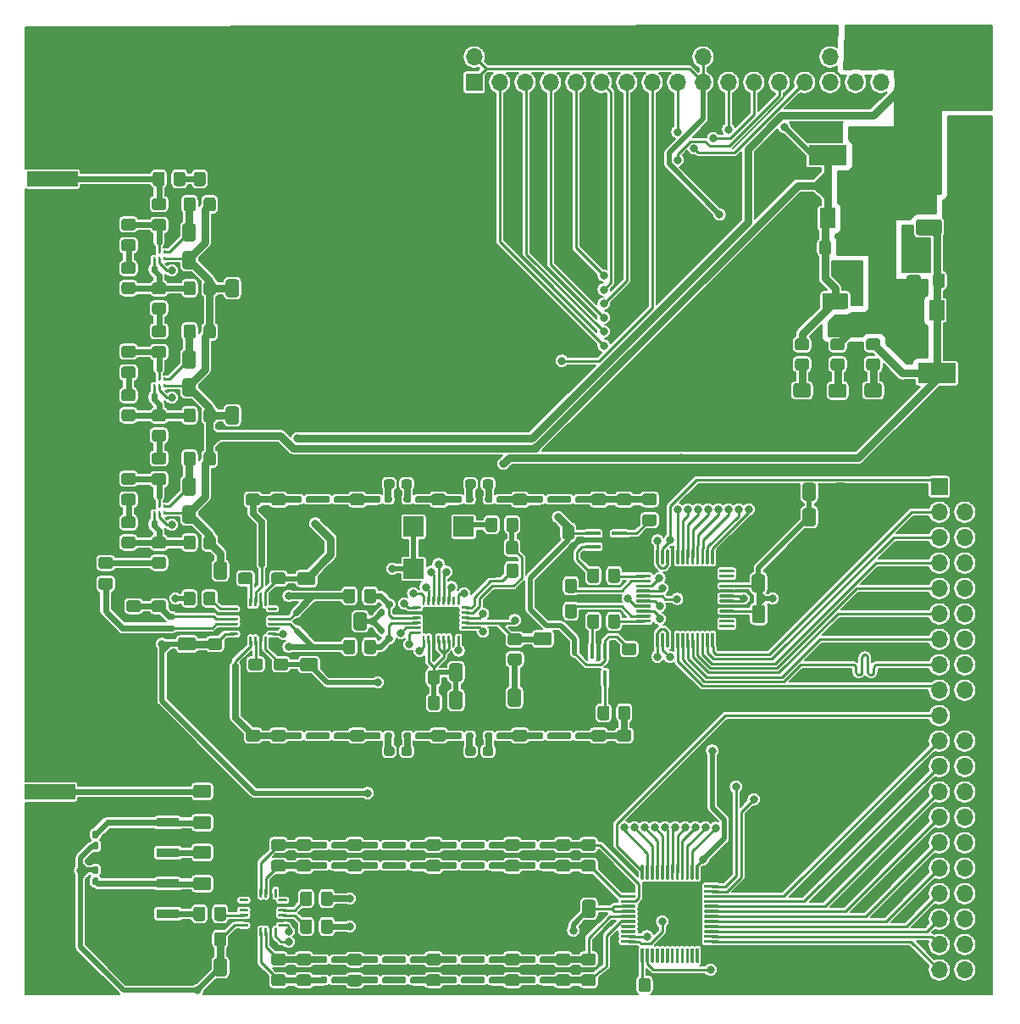
<source format=gbr>
%TF.GenerationSoftware,KiCad,Pcbnew,(5.1.8)-1*%
%TF.CreationDate,2020-12-04T16:08:35+03:00*%
%TF.ProjectId,SDR,5344522e-6b69-4636-9164-5f7063625858,rev?*%
%TF.SameCoordinates,Original*%
%TF.FileFunction,Copper,L1,Top*%
%TF.FilePolarity,Positive*%
%FSLAX46Y46*%
G04 Gerber Fmt 4.6, Leading zero omitted, Abs format (unit mm)*
G04 Created by KiCad (PCBNEW (5.1.8)-1) date 2020-12-04 16:08:35*
%MOMM*%
%LPD*%
G01*
G04 APERTURE LIST*
%TA.AperFunction,SMDPad,CuDef*%
%ADD10R,2.000000X2.000000*%
%TD*%
%TA.AperFunction,SMDPad,CuDef*%
%ADD11R,0.270000X0.330000*%
%TD*%
%TA.AperFunction,SMDPad,CuDef*%
%ADD12R,1.500000X2.000000*%
%TD*%
%TA.AperFunction,SMDPad,CuDef*%
%ADD13R,3.800000X2.000000*%
%TD*%
%TA.AperFunction,SMDPad,CuDef*%
%ADD14R,1.500000X0.400000*%
%TD*%
%TA.AperFunction,SMDPad,CuDef*%
%ADD15R,0.400000X1.500000*%
%TD*%
%TA.AperFunction,ComponentPad*%
%ADD16O,1.700000X1.700000*%
%TD*%
%TA.AperFunction,ComponentPad*%
%ADD17R,1.700000X1.700000*%
%TD*%
%TA.AperFunction,SMDPad,CuDef*%
%ADD18R,5.080000X1.500000*%
%TD*%
%TA.AperFunction,SMDPad,CuDef*%
%ADD19C,0.100000*%
%TD*%
%TA.AperFunction,SMDPad,CuDef*%
%ADD20R,2.300000X0.900000*%
%TD*%
%TA.AperFunction,ComponentPad*%
%ADD21C,0.500000*%
%TD*%
%TA.AperFunction,SMDPad,CuDef*%
%ADD22R,2.500000X2.500000*%
%TD*%
%TA.AperFunction,SMDPad,CuDef*%
%ADD23R,3.650000X2.650000*%
%TD*%
%TA.AperFunction,ViaPad*%
%ADD24C,0.800000*%
%TD*%
%TA.AperFunction,Conductor*%
%ADD25C,0.250000*%
%TD*%
%TA.AperFunction,Conductor*%
%ADD26C,0.750000*%
%TD*%
%TA.AperFunction,Conductor*%
%ADD27C,0.634404*%
%TD*%
%TA.AperFunction,Conductor*%
%ADD28C,0.500000*%
%TD*%
%TA.AperFunction,Conductor*%
%ADD29C,0.635741*%
%TD*%
%TA.AperFunction,Conductor*%
%ADD30C,0.254000*%
%TD*%
%TA.AperFunction,Conductor*%
%ADD31C,0.100000*%
%TD*%
%TA.AperFunction,Conductor*%
%ADD32C,0.200000*%
%TD*%
G04 APERTURE END LIST*
%TO.P,R5,2*%
%TO.N,Net-(C18-Pad1)*%
%TA.AperFunction,SMDPad,CuDef*%
G36*
G01*
X105213999Y-133750000D02*
X106114001Y-133750000D01*
G75*
G02*
X106364000Y-133999999I0J-249999D01*
G01*
X106364000Y-134700001D01*
G75*
G02*
X106114001Y-134950000I-249999J0D01*
G01*
X105213999Y-134950000D01*
G75*
G02*
X104964000Y-134700001I0J249999D01*
G01*
X104964000Y-133999999D01*
G75*
G02*
X105213999Y-133750000I249999J0D01*
G01*
G37*
%TD.AperFunction*%
%TO.P,R5,1*%
%TO.N,Net-(C17-Pad1)*%
%TA.AperFunction,SMDPad,CuDef*%
G36*
G01*
X105213999Y-131750000D02*
X106114001Y-131750000D01*
G75*
G02*
X106364000Y-131999999I0J-249999D01*
G01*
X106364000Y-132700001D01*
G75*
G02*
X106114001Y-132950000I-249999J0D01*
G01*
X105213999Y-132950000D01*
G75*
G02*
X104964000Y-132700001I0J249999D01*
G01*
X104964000Y-131999999D01*
G75*
G02*
X105213999Y-131750000I249999J0D01*
G01*
G37*
%TD.AperFunction*%
%TD*%
%TO.P,C83,2*%
%TO.N,+5V*%
%TA.AperFunction,SMDPad,CuDef*%
G36*
G01*
X76167000Y-133408000D02*
X75217000Y-133408000D01*
G75*
G02*
X74967000Y-133158000I0J250000D01*
G01*
X74967000Y-132483000D01*
G75*
G02*
X75217000Y-132233000I250000J0D01*
G01*
X76167000Y-132233000D01*
G75*
G02*
X76417000Y-132483000I0J-250000D01*
G01*
X76417000Y-133158000D01*
G75*
G02*
X76167000Y-133408000I-250000J0D01*
G01*
G37*
%TD.AperFunction*%
%TO.P,C83,1*%
%TO.N,COMM*%
%TA.AperFunction,SMDPad,CuDef*%
G36*
G01*
X76167000Y-135483000D02*
X75217000Y-135483000D01*
G75*
G02*
X74967000Y-135233000I0J250000D01*
G01*
X74967000Y-134558000D01*
G75*
G02*
X75217000Y-134308000I250000J0D01*
G01*
X76167000Y-134308000D01*
G75*
G02*
X76417000Y-134558000I0J-250000D01*
G01*
X76417000Y-135233000D01*
G75*
G02*
X76167000Y-135483000I-250000J0D01*
G01*
G37*
%TD.AperFunction*%
%TD*%
%TO.P,C82,2*%
%TO.N,+5V*%
%TA.AperFunction,SMDPad,CuDef*%
G36*
G01*
X82771000Y-135440000D02*
X81821000Y-135440000D01*
G75*
G02*
X81571000Y-135190000I0J250000D01*
G01*
X81571000Y-134515000D01*
G75*
G02*
X81821000Y-134265000I250000J0D01*
G01*
X82771000Y-134265000D01*
G75*
G02*
X83021000Y-134515000I0J-250000D01*
G01*
X83021000Y-135190000D01*
G75*
G02*
X82771000Y-135440000I-250000J0D01*
G01*
G37*
%TD.AperFunction*%
%TO.P,C82,1*%
%TO.N,COMM*%
%TA.AperFunction,SMDPad,CuDef*%
G36*
G01*
X82771000Y-137515000D02*
X81821000Y-137515000D01*
G75*
G02*
X81571000Y-137265000I0J250000D01*
G01*
X81571000Y-136590000D01*
G75*
G02*
X81821000Y-136340000I250000J0D01*
G01*
X82771000Y-136340000D01*
G75*
G02*
X83021000Y-136590000I0J-250000D01*
G01*
X83021000Y-137265000D01*
G75*
G02*
X82771000Y-137515000I-250000J0D01*
G01*
G37*
%TD.AperFunction*%
%TD*%
%TO.P,C81,2*%
%TO.N,+5V*%
%TA.AperFunction,SMDPad,CuDef*%
G36*
G01*
X81567000Y-125672000D02*
X82517000Y-125672000D01*
G75*
G02*
X82767000Y-125922000I0J-250000D01*
G01*
X82767000Y-126597000D01*
G75*
G02*
X82517000Y-126847000I-250000J0D01*
G01*
X81567000Y-126847000D01*
G75*
G02*
X81317000Y-126597000I0J250000D01*
G01*
X81317000Y-125922000D01*
G75*
G02*
X81567000Y-125672000I250000J0D01*
G01*
G37*
%TD.AperFunction*%
%TO.P,C81,1*%
%TO.N,COMM*%
%TA.AperFunction,SMDPad,CuDef*%
G36*
G01*
X81567000Y-123597000D02*
X82517000Y-123597000D01*
G75*
G02*
X82767000Y-123847000I0J-250000D01*
G01*
X82767000Y-124522000D01*
G75*
G02*
X82517000Y-124772000I-250000J0D01*
G01*
X81567000Y-124772000D01*
G75*
G02*
X81317000Y-124522000I0J250000D01*
G01*
X81317000Y-123847000D01*
G75*
G02*
X81567000Y-123597000I250000J0D01*
G01*
G37*
%TD.AperFunction*%
%TD*%
%TO.P,C80,2*%
%TO.N,+5V*%
%TA.AperFunction,SMDPad,CuDef*%
G36*
G01*
X73548001Y-133466000D02*
X72247999Y-133466000D01*
G75*
G02*
X71998000Y-133216001I0J249999D01*
G01*
X71998000Y-132390999D01*
G75*
G02*
X72247999Y-132141000I249999J0D01*
G01*
X73548001Y-132141000D01*
G75*
G02*
X73798000Y-132390999I0J-249999D01*
G01*
X73798000Y-133216001D01*
G75*
G02*
X73548001Y-133466000I-249999J0D01*
G01*
G37*
%TD.AperFunction*%
%TO.P,C80,1*%
%TO.N,COMM*%
%TA.AperFunction,SMDPad,CuDef*%
G36*
G01*
X73548001Y-136591000D02*
X72247999Y-136591000D01*
G75*
G02*
X71998000Y-136341001I0J249999D01*
G01*
X71998000Y-135515999D01*
G75*
G02*
X72247999Y-135266000I249999J0D01*
G01*
X73548001Y-135266000D01*
G75*
G02*
X73798000Y-135515999I0J-249999D01*
G01*
X73798000Y-136341001D01*
G75*
G02*
X73548001Y-136591000I-249999J0D01*
G01*
G37*
%TD.AperFunction*%
%TD*%
D10*
%TO.P,X1,1*%
%TO.N,+3V3*%
X95544000Y-125290000D03*
%TO.P,X1,2*%
%TO.N,COMM*%
X100544000Y-125290000D03*
%TO.P,X1,3*%
%TO.N,Net-(C13-Pad2)*%
X100544000Y-121090000D03*
%TO.P,X1,4*%
%TO.N,+3V3*%
X95544000Y-121090000D03*
%TD*%
D11*
%TO.P,U7,6*%
%TO.N,+2V5*%
X70604000Y-119720000D03*
%TO.P,U7,5*%
%TO.N,/low_noise_amp_1/Ven*%
X70104000Y-119720000D03*
%TO.P,U7,4*%
%TO.N,/low_noise_amp_3/RF_out*%
X69604000Y-119720000D03*
%TO.P,U7,3*%
%TO.N,COMM*%
X69604000Y-119040000D03*
%TO.P,U7,2*%
%TO.N,/low_noise_amp_3/Rf_in*%
X70104000Y-119040000D03*
%TO.P,U7,1*%
%TO.N,Net-(C74-Pad1)*%
X70604000Y-119040000D03*
%TD*%
%TO.P,U6,6*%
%TO.N,+2V5*%
X70604000Y-107020000D03*
%TO.P,U6,5*%
%TO.N,/low_noise_amp_1/Ven*%
X70104000Y-107020000D03*
%TO.P,U6,4*%
%TO.N,/low_noise_amp_2/RF_out*%
X69604000Y-107020000D03*
%TO.P,U6,3*%
%TO.N,COMM*%
X69604000Y-106340000D03*
%TO.P,U6,2*%
%TO.N,/low_noise_amp_2/Rf_in*%
X70104000Y-106340000D03*
%TO.P,U6,1*%
%TO.N,Net-(C70-Pad1)*%
X70604000Y-106340000D03*
%TD*%
%TO.P,U5,6*%
%TO.N,+2V5*%
X70604000Y-94320000D03*
%TO.P,U5,5*%
%TO.N,/low_noise_amp_1/Ven*%
X70104000Y-94320000D03*
%TO.P,U5,4*%
%TO.N,/low_noise_amp_1/RF_out*%
X69604000Y-94320000D03*
%TO.P,U5,3*%
%TO.N,COMM*%
X69604000Y-93640000D03*
%TO.P,U5,2*%
%TO.N,/low_noise_amp_1/Rf_in*%
X70104000Y-93640000D03*
%TO.P,U5,1*%
%TO.N,Net-(C66-Pad1)*%
X70604000Y-93640000D03*
%TD*%
D12*
%TO.P,U4,1*%
%TO.N,COMM*%
X134606000Y-90272000D03*
%TO.P,U4,3*%
%TO.N,+5V*%
X139206000Y-90272000D03*
%TO.P,U4,2*%
%TO.N,+2V5*%
X136906000Y-90272000D03*
D13*
X136906000Y-83972000D03*
%TD*%
D12*
%TO.P,U3,1*%
%TO.N,COMM*%
X150128000Y-99466000D03*
%TO.P,U3,3*%
%TO.N,+5V*%
X145528000Y-99466000D03*
%TO.P,U3,2*%
%TO.N,+3V3*%
X147828000Y-99466000D03*
D13*
X147828000Y-105766000D03*
%TD*%
D14*
%TO.P,U2,6*%
%TO.N,Net-(C56-Pad1)*%
X116138000Y-121778000D03*
%TO.P,U2,5*%
%TO.N,COMM*%
X116138000Y-122428000D03*
%TO.P,U2,4*%
X116138000Y-123078000D03*
%TO.P,U2,3*%
%TO.N,Net-(C58-Pad2)*%
X113478000Y-123078000D03*
%TO.P,U2,2*%
%TO.N,COMM*%
X113478000Y-122428000D03*
%TO.P,U2,1*%
%TO.N,+2V5*%
X113478000Y-121778000D03*
%TD*%
D15*
%TO.P,U1,6*%
%TO.N,Net-(C38-Pad1)*%
X114696000Y-136204000D03*
%TO.P,U1,5*%
%TO.N,COMM*%
X114046000Y-136204000D03*
%TO.P,U1,4*%
X113396000Y-136204000D03*
%TO.P,U1,3*%
%TO.N,Net-(C40-Pad2)*%
X113396000Y-133544000D03*
%TO.P,U1,2*%
%TO.N,COMM*%
X114046000Y-133544000D03*
%TO.P,U1,1*%
%TO.N,+2V5*%
X114696000Y-133544000D03*
%TD*%
%TO.P,R20,2*%
%TO.N,COMM*%
%TA.AperFunction,SMDPad,CuDef*%
G36*
G01*
X120034000Y-167328001D02*
X120034000Y-166427999D01*
G75*
G02*
X120283999Y-166178000I249999J0D01*
G01*
X120984001Y-166178000D01*
G75*
G02*
X121234000Y-166427999I0J-249999D01*
G01*
X121234000Y-167328001D01*
G75*
G02*
X120984001Y-167578000I-249999J0D01*
G01*
X120283999Y-167578000D01*
G75*
G02*
X120034000Y-167328001I0J249999D01*
G01*
G37*
%TD.AperFunction*%
%TO.P,R20,1*%
%TO.N,Net-(D7-Pad37)*%
%TA.AperFunction,SMDPad,CuDef*%
G36*
G01*
X118034000Y-167328001D02*
X118034000Y-166427999D01*
G75*
G02*
X118283999Y-166178000I249999J0D01*
G01*
X118984001Y-166178000D01*
G75*
G02*
X119234000Y-166427999I0J-249999D01*
G01*
X119234000Y-167328001D01*
G75*
G02*
X118984001Y-167578000I-249999J0D01*
G01*
X118283999Y-167578000D01*
G75*
G02*
X118034000Y-167328001I0J249999D01*
G01*
G37*
%TD.AperFunction*%
%TD*%
%TO.P,R19,2*%
%TO.N,+5V*%
%TA.AperFunction,SMDPad,CuDef*%
G36*
G01*
X73752000Y-127819999D02*
X73752000Y-128720001D01*
G75*
G02*
X73502001Y-128970000I-249999J0D01*
G01*
X72801999Y-128970000D01*
G75*
G02*
X72552000Y-128720001I0J249999D01*
G01*
X72552000Y-127819999D01*
G75*
G02*
X72801999Y-127570000I249999J0D01*
G01*
X73502001Y-127570000D01*
G75*
G02*
X73752000Y-127819999I0J-249999D01*
G01*
G37*
%TD.AperFunction*%
%TO.P,R19,1*%
%TO.N,Net-(D6-Pad19)*%
%TA.AperFunction,SMDPad,CuDef*%
G36*
G01*
X75752000Y-127819999D02*
X75752000Y-128720001D01*
G75*
G02*
X75502001Y-128970000I-249999J0D01*
G01*
X74801999Y-128970000D01*
G75*
G02*
X74552000Y-128720001I0J249999D01*
G01*
X74552000Y-127819999D01*
G75*
G02*
X74801999Y-127570000I249999J0D01*
G01*
X75502001Y-127570000D01*
G75*
G02*
X75752000Y-127819999I0J-249999D01*
G01*
G37*
%TD.AperFunction*%
%TD*%
%TO.P,R18,2*%
%TO.N,/low_noise_amp_3/RF_out*%
%TA.AperFunction,SMDPad,CuDef*%
G36*
G01*
X73768000Y-122231999D02*
X73768000Y-123132001D01*
G75*
G02*
X73518001Y-123382000I-249999J0D01*
G01*
X72817999Y-123382000D01*
G75*
G02*
X72568000Y-123132001I0J249999D01*
G01*
X72568000Y-122231999D01*
G75*
G02*
X72817999Y-121982000I249999J0D01*
G01*
X73518001Y-121982000D01*
G75*
G02*
X73768000Y-122231999I0J-249999D01*
G01*
G37*
%TD.AperFunction*%
%TO.P,R18,1*%
%TO.N,+2V5*%
%TA.AperFunction,SMDPad,CuDef*%
G36*
G01*
X75768000Y-122231999D02*
X75768000Y-123132001D01*
G75*
G02*
X75518001Y-123382000I-249999J0D01*
G01*
X74817999Y-123382000D01*
G75*
G02*
X74568000Y-123132001I0J249999D01*
G01*
X74568000Y-122231999D01*
G75*
G02*
X74817999Y-121982000I249999J0D01*
G01*
X75518001Y-121982000D01*
G75*
G02*
X75768000Y-122231999I0J-249999D01*
G01*
G37*
%TD.AperFunction*%
%TD*%
%TO.P,R17,2*%
%TO.N,Net-(C76-Pad1)*%
%TA.AperFunction,SMDPad,CuDef*%
G36*
G01*
X67506001Y-121266000D02*
X66605999Y-121266000D01*
G75*
G02*
X66356000Y-121016001I0J249999D01*
G01*
X66356000Y-120315999D01*
G75*
G02*
X66605999Y-120066000I249999J0D01*
G01*
X67506001Y-120066000D01*
G75*
G02*
X67756000Y-120315999I0J-249999D01*
G01*
X67756000Y-121016001D01*
G75*
G02*
X67506001Y-121266000I-249999J0D01*
G01*
G37*
%TD.AperFunction*%
%TO.P,R17,1*%
%TO.N,/low_noise_amp_3/RF_out*%
%TA.AperFunction,SMDPad,CuDef*%
G36*
G01*
X67506001Y-123266000D02*
X66605999Y-123266000D01*
G75*
G02*
X66356000Y-123016001I0J249999D01*
G01*
X66356000Y-122315999D01*
G75*
G02*
X66605999Y-122066000I249999J0D01*
G01*
X67506001Y-122066000D01*
G75*
G02*
X67756000Y-122315999I0J-249999D01*
G01*
X67756000Y-123016001D01*
G75*
G02*
X67506001Y-123266000I-249999J0D01*
G01*
G37*
%TD.AperFunction*%
%TD*%
%TO.P,R16,2*%
%TO.N,Net-(C74-Pad1)*%
%TA.AperFunction,SMDPad,CuDef*%
G36*
G01*
X73768000Y-113849999D02*
X73768000Y-114750001D01*
G75*
G02*
X73518001Y-115000000I-249999J0D01*
G01*
X72817999Y-115000000D01*
G75*
G02*
X72568000Y-114750001I0J249999D01*
G01*
X72568000Y-113849999D01*
G75*
G02*
X72817999Y-113600000I249999J0D01*
G01*
X73518001Y-113600000D01*
G75*
G02*
X73768000Y-113849999I0J-249999D01*
G01*
G37*
%TD.AperFunction*%
%TO.P,R16,1*%
%TO.N,+2V5*%
%TA.AperFunction,SMDPad,CuDef*%
G36*
G01*
X75768000Y-113849999D02*
X75768000Y-114750001D01*
G75*
G02*
X75518001Y-115000000I-249999J0D01*
G01*
X74817999Y-115000000D01*
G75*
G02*
X74568000Y-114750001I0J249999D01*
G01*
X74568000Y-113849999D01*
G75*
G02*
X74817999Y-113600000I249999J0D01*
G01*
X75518001Y-113600000D01*
G75*
G02*
X75768000Y-113849999I0J-249999D01*
G01*
G37*
%TD.AperFunction*%
%TD*%
%TO.P,R15,2*%
%TO.N,/low_noise_amp_2/RF_out*%
%TA.AperFunction,SMDPad,CuDef*%
G36*
G01*
X73768000Y-109531999D02*
X73768000Y-110432001D01*
G75*
G02*
X73518001Y-110682000I-249999J0D01*
G01*
X72817999Y-110682000D01*
G75*
G02*
X72568000Y-110432001I0J249999D01*
G01*
X72568000Y-109531999D01*
G75*
G02*
X72817999Y-109282000I249999J0D01*
G01*
X73518001Y-109282000D01*
G75*
G02*
X73768000Y-109531999I0J-249999D01*
G01*
G37*
%TD.AperFunction*%
%TO.P,R15,1*%
%TO.N,+2V5*%
%TA.AperFunction,SMDPad,CuDef*%
G36*
G01*
X75768000Y-109531999D02*
X75768000Y-110432001D01*
G75*
G02*
X75518001Y-110682000I-249999J0D01*
G01*
X74817999Y-110682000D01*
G75*
G02*
X74568000Y-110432001I0J249999D01*
G01*
X74568000Y-109531999D01*
G75*
G02*
X74817999Y-109282000I249999J0D01*
G01*
X75518001Y-109282000D01*
G75*
G02*
X75768000Y-109531999I0J-249999D01*
G01*
G37*
%TD.AperFunction*%
%TD*%
%TO.P,R14,2*%
%TO.N,Net-(C72-Pad1)*%
%TA.AperFunction,SMDPad,CuDef*%
G36*
G01*
X67506001Y-108566000D02*
X66605999Y-108566000D01*
G75*
G02*
X66356000Y-108316001I0J249999D01*
G01*
X66356000Y-107615999D01*
G75*
G02*
X66605999Y-107366000I249999J0D01*
G01*
X67506001Y-107366000D01*
G75*
G02*
X67756000Y-107615999I0J-249999D01*
G01*
X67756000Y-108316001D01*
G75*
G02*
X67506001Y-108566000I-249999J0D01*
G01*
G37*
%TD.AperFunction*%
%TO.P,R14,1*%
%TO.N,/low_noise_amp_2/RF_out*%
%TA.AperFunction,SMDPad,CuDef*%
G36*
G01*
X67506001Y-110566000D02*
X66605999Y-110566000D01*
G75*
G02*
X66356000Y-110316001I0J249999D01*
G01*
X66356000Y-109615999D01*
G75*
G02*
X66605999Y-109366000I249999J0D01*
G01*
X67506001Y-109366000D01*
G75*
G02*
X67756000Y-109615999I0J-249999D01*
G01*
X67756000Y-110316001D01*
G75*
G02*
X67506001Y-110566000I-249999J0D01*
G01*
G37*
%TD.AperFunction*%
%TD*%
%TO.P,R13,2*%
%TO.N,Net-(C70-Pad1)*%
%TA.AperFunction,SMDPad,CuDef*%
G36*
G01*
X73768000Y-101149999D02*
X73768000Y-102050001D01*
G75*
G02*
X73518001Y-102300000I-249999J0D01*
G01*
X72817999Y-102300000D01*
G75*
G02*
X72568000Y-102050001I0J249999D01*
G01*
X72568000Y-101149999D01*
G75*
G02*
X72817999Y-100900000I249999J0D01*
G01*
X73518001Y-100900000D01*
G75*
G02*
X73768000Y-101149999I0J-249999D01*
G01*
G37*
%TD.AperFunction*%
%TO.P,R13,1*%
%TO.N,+2V5*%
%TA.AperFunction,SMDPad,CuDef*%
G36*
G01*
X75768000Y-101149999D02*
X75768000Y-102050001D01*
G75*
G02*
X75518001Y-102300000I-249999J0D01*
G01*
X74817999Y-102300000D01*
G75*
G02*
X74568000Y-102050001I0J249999D01*
G01*
X74568000Y-101149999D01*
G75*
G02*
X74817999Y-100900000I249999J0D01*
G01*
X75518001Y-100900000D01*
G75*
G02*
X75768000Y-101149999I0J-249999D01*
G01*
G37*
%TD.AperFunction*%
%TD*%
%TO.P,R12,2*%
%TO.N,/low_noise_amp_1/RF_out*%
%TA.AperFunction,SMDPad,CuDef*%
G36*
G01*
X73768000Y-96831999D02*
X73768000Y-97732001D01*
G75*
G02*
X73518001Y-97982000I-249999J0D01*
G01*
X72817999Y-97982000D01*
G75*
G02*
X72568000Y-97732001I0J249999D01*
G01*
X72568000Y-96831999D01*
G75*
G02*
X72817999Y-96582000I249999J0D01*
G01*
X73518001Y-96582000D01*
G75*
G02*
X73768000Y-96831999I0J-249999D01*
G01*
G37*
%TD.AperFunction*%
%TO.P,R12,1*%
%TO.N,+2V5*%
%TA.AperFunction,SMDPad,CuDef*%
G36*
G01*
X75768000Y-96831999D02*
X75768000Y-97732001D01*
G75*
G02*
X75518001Y-97982000I-249999J0D01*
G01*
X74817999Y-97982000D01*
G75*
G02*
X74568000Y-97732001I0J249999D01*
G01*
X74568000Y-96831999D01*
G75*
G02*
X74817999Y-96582000I249999J0D01*
G01*
X75518001Y-96582000D01*
G75*
G02*
X75768000Y-96831999I0J-249999D01*
G01*
G37*
%TD.AperFunction*%
%TD*%
%TO.P,R11,2*%
%TO.N,Net-(C68-Pad1)*%
%TA.AperFunction,SMDPad,CuDef*%
G36*
G01*
X67506001Y-95866000D02*
X66605999Y-95866000D01*
G75*
G02*
X66356000Y-95616001I0J249999D01*
G01*
X66356000Y-94915999D01*
G75*
G02*
X66605999Y-94666000I249999J0D01*
G01*
X67506001Y-94666000D01*
G75*
G02*
X67756000Y-94915999I0J-249999D01*
G01*
X67756000Y-95616001D01*
G75*
G02*
X67506001Y-95866000I-249999J0D01*
G01*
G37*
%TD.AperFunction*%
%TO.P,R11,1*%
%TO.N,/low_noise_amp_1/RF_out*%
%TA.AperFunction,SMDPad,CuDef*%
G36*
G01*
X67506001Y-97866000D02*
X66605999Y-97866000D01*
G75*
G02*
X66356000Y-97616001I0J249999D01*
G01*
X66356000Y-96915999D01*
G75*
G02*
X66605999Y-96666000I249999J0D01*
G01*
X67506001Y-96666000D01*
G75*
G02*
X67756000Y-96915999I0J-249999D01*
G01*
X67756000Y-97616001D01*
G75*
G02*
X67506001Y-97866000I-249999J0D01*
G01*
G37*
%TD.AperFunction*%
%TD*%
%TO.P,R10,2*%
%TO.N,Net-(C66-Pad1)*%
%TA.AperFunction,SMDPad,CuDef*%
G36*
G01*
X73768000Y-88449999D02*
X73768000Y-89350001D01*
G75*
G02*
X73518001Y-89600000I-249999J0D01*
G01*
X72817999Y-89600000D01*
G75*
G02*
X72568000Y-89350001I0J249999D01*
G01*
X72568000Y-88449999D01*
G75*
G02*
X72817999Y-88200000I249999J0D01*
G01*
X73518001Y-88200000D01*
G75*
G02*
X73768000Y-88449999I0J-249999D01*
G01*
G37*
%TD.AperFunction*%
%TO.P,R10,1*%
%TO.N,+2V5*%
%TA.AperFunction,SMDPad,CuDef*%
G36*
G01*
X75768000Y-88449999D02*
X75768000Y-89350001D01*
G75*
G02*
X75518001Y-89600000I-249999J0D01*
G01*
X74817999Y-89600000D01*
G75*
G02*
X74568000Y-89350001I0J249999D01*
G01*
X74568000Y-88449999D01*
G75*
G02*
X74817999Y-88200000I249999J0D01*
G01*
X75518001Y-88200000D01*
G75*
G02*
X75768000Y-88449999I0J-249999D01*
G01*
G37*
%TD.AperFunction*%
%TD*%
%TO.P,R9,2*%
%TO.N,+2V5*%
%TA.AperFunction,SMDPad,CuDef*%
G36*
G01*
X134816001Y-103486000D02*
X133915999Y-103486000D01*
G75*
G02*
X133666000Y-103236001I0J249999D01*
G01*
X133666000Y-102535999D01*
G75*
G02*
X133915999Y-102286000I249999J0D01*
G01*
X134816001Y-102286000D01*
G75*
G02*
X135066000Y-102535999I0J-249999D01*
G01*
X135066000Y-103236001D01*
G75*
G02*
X134816001Y-103486000I-249999J0D01*
G01*
G37*
%TD.AperFunction*%
%TO.P,R9,1*%
%TO.N,Net-(D5-Pad2)*%
%TA.AperFunction,SMDPad,CuDef*%
G36*
G01*
X134816001Y-105486000D02*
X133915999Y-105486000D01*
G75*
G02*
X133666000Y-105236001I0J249999D01*
G01*
X133666000Y-104535999D01*
G75*
G02*
X133915999Y-104286000I249999J0D01*
G01*
X134816001Y-104286000D01*
G75*
G02*
X135066000Y-104535999I0J-249999D01*
G01*
X135066000Y-105236001D01*
G75*
G02*
X134816001Y-105486000I-249999J0D01*
G01*
G37*
%TD.AperFunction*%
%TD*%
%TO.P,R8,2*%
%TO.N,+3V3*%
%TA.AperFunction,SMDPad,CuDef*%
G36*
G01*
X141928001Y-103486000D02*
X141027999Y-103486000D01*
G75*
G02*
X140778000Y-103236001I0J249999D01*
G01*
X140778000Y-102535999D01*
G75*
G02*
X141027999Y-102286000I249999J0D01*
G01*
X141928001Y-102286000D01*
G75*
G02*
X142178000Y-102535999I0J-249999D01*
G01*
X142178000Y-103236001D01*
G75*
G02*
X141928001Y-103486000I-249999J0D01*
G01*
G37*
%TD.AperFunction*%
%TO.P,R8,1*%
%TO.N,Net-(D4-Pad2)*%
%TA.AperFunction,SMDPad,CuDef*%
G36*
G01*
X141928001Y-105486000D02*
X141027999Y-105486000D01*
G75*
G02*
X140778000Y-105236001I0J249999D01*
G01*
X140778000Y-104535999D01*
G75*
G02*
X141027999Y-104286000I249999J0D01*
G01*
X141928001Y-104286000D01*
G75*
G02*
X142178000Y-104535999I0J-249999D01*
G01*
X142178000Y-105236001D01*
G75*
G02*
X141928001Y-105486000I-249999J0D01*
G01*
G37*
%TD.AperFunction*%
%TD*%
%TO.P,R7,2*%
%TO.N,+5V*%
%TA.AperFunction,SMDPad,CuDef*%
G36*
G01*
X138372001Y-103486000D02*
X137471999Y-103486000D01*
G75*
G02*
X137222000Y-103236001I0J249999D01*
G01*
X137222000Y-102535999D01*
G75*
G02*
X137471999Y-102286000I249999J0D01*
G01*
X138372001Y-102286000D01*
G75*
G02*
X138622000Y-102535999I0J-249999D01*
G01*
X138622000Y-103236001D01*
G75*
G02*
X138372001Y-103486000I-249999J0D01*
G01*
G37*
%TD.AperFunction*%
%TO.P,R7,1*%
%TO.N,Net-(D3-Pad2)*%
%TA.AperFunction,SMDPad,CuDef*%
G36*
G01*
X138372001Y-105486000D02*
X137471999Y-105486000D01*
G75*
G02*
X137222000Y-105236001I0J249999D01*
G01*
X137222000Y-104535999D01*
G75*
G02*
X137471999Y-104286000I249999J0D01*
G01*
X138372001Y-104286000D01*
G75*
G02*
X138622000Y-104535999I0J-249999D01*
G01*
X138622000Y-105236001D01*
G75*
G02*
X138372001Y-105486000I-249999J0D01*
G01*
G37*
%TD.AperFunction*%
%TD*%
%TO.P,R4,2*%
%TO.N,COMM*%
%TA.AperFunction,SMDPad,CuDef*%
G36*
G01*
X103994000Y-122739999D02*
X103994000Y-123640001D01*
G75*
G02*
X103744001Y-123890000I-249999J0D01*
G01*
X103043999Y-123890000D01*
G75*
G02*
X102794000Y-123640001I0J249999D01*
G01*
X102794000Y-122739999D01*
G75*
G02*
X103043999Y-122490000I249999J0D01*
G01*
X103744001Y-122490000D01*
G75*
G02*
X103994000Y-122739999I0J-249999D01*
G01*
G37*
%TD.AperFunction*%
%TO.P,R4,1*%
%TO.N,Net-(C13-Pad1)*%
%TA.AperFunction,SMDPad,CuDef*%
G36*
G01*
X105994000Y-122739999D02*
X105994000Y-123640001D01*
G75*
G02*
X105744001Y-123890000I-249999J0D01*
G01*
X105043999Y-123890000D01*
G75*
G02*
X104794000Y-123640001I0J249999D01*
G01*
X104794000Y-122739999D01*
G75*
G02*
X105043999Y-122490000I249999J0D01*
G01*
X105744001Y-122490000D01*
G75*
G02*
X105994000Y-122739999I0J-249999D01*
G01*
G37*
%TD.AperFunction*%
%TD*%
%TO.P,R3,2*%
%TO.N,/low_noise_amp_3/RF_out*%
%TA.AperFunction,SMDPad,CuDef*%
G36*
G01*
X70554001Y-123298000D02*
X69653999Y-123298000D01*
G75*
G02*
X69404000Y-123048001I0J249999D01*
G01*
X69404000Y-122347999D01*
G75*
G02*
X69653999Y-122098000I249999J0D01*
G01*
X70554001Y-122098000D01*
G75*
G02*
X70804000Y-122347999I0J-249999D01*
G01*
X70804000Y-123048001D01*
G75*
G02*
X70554001Y-123298000I-249999J0D01*
G01*
G37*
%TD.AperFunction*%
%TO.P,R3,1*%
%TO.N,Net-(C7-Pad2)*%
%TA.AperFunction,SMDPad,CuDef*%
G36*
G01*
X70554001Y-125298000D02*
X69653999Y-125298000D01*
G75*
G02*
X69404000Y-125048001I0J249999D01*
G01*
X69404000Y-124347999D01*
G75*
G02*
X69653999Y-124098000I249999J0D01*
G01*
X70554001Y-124098000D01*
G75*
G02*
X70804000Y-124347999I0J-249999D01*
G01*
X70804000Y-125048001D01*
G75*
G02*
X70554001Y-125298000I-249999J0D01*
G01*
G37*
%TD.AperFunction*%
%TD*%
%TO.P,R2,2*%
%TO.N,/low_noise_amp_2/RF_out*%
%TA.AperFunction,SMDPad,CuDef*%
G36*
G01*
X70554001Y-110598000D02*
X69653999Y-110598000D01*
G75*
G02*
X69404000Y-110348001I0J249999D01*
G01*
X69404000Y-109647999D01*
G75*
G02*
X69653999Y-109398000I249999J0D01*
G01*
X70554001Y-109398000D01*
G75*
G02*
X70804000Y-109647999I0J-249999D01*
G01*
X70804000Y-110348001D01*
G75*
G02*
X70554001Y-110598000I-249999J0D01*
G01*
G37*
%TD.AperFunction*%
%TO.P,R2,1*%
%TO.N,Net-(C5-Pad2)*%
%TA.AperFunction,SMDPad,CuDef*%
G36*
G01*
X70554001Y-112598000D02*
X69653999Y-112598000D01*
G75*
G02*
X69404000Y-112348001I0J249999D01*
G01*
X69404000Y-111647999D01*
G75*
G02*
X69653999Y-111398000I249999J0D01*
G01*
X70554001Y-111398000D01*
G75*
G02*
X70804000Y-111647999I0J-249999D01*
G01*
X70804000Y-112348001D01*
G75*
G02*
X70554001Y-112598000I-249999J0D01*
G01*
G37*
%TD.AperFunction*%
%TD*%
%TO.P,R1,2*%
%TO.N,/low_noise_amp_1/RF_out*%
%TA.AperFunction,SMDPad,CuDef*%
G36*
G01*
X70554001Y-97898000D02*
X69653999Y-97898000D01*
G75*
G02*
X69404000Y-97648001I0J249999D01*
G01*
X69404000Y-96947999D01*
G75*
G02*
X69653999Y-96698000I249999J0D01*
G01*
X70554001Y-96698000D01*
G75*
G02*
X70804000Y-96947999I0J-249999D01*
G01*
X70804000Y-97648001D01*
G75*
G02*
X70554001Y-97898000I-249999J0D01*
G01*
G37*
%TD.AperFunction*%
%TO.P,R1,1*%
%TO.N,Net-(C4-Pad2)*%
%TA.AperFunction,SMDPad,CuDef*%
G36*
G01*
X70554001Y-99898000D02*
X69653999Y-99898000D01*
G75*
G02*
X69404000Y-99648001I0J249999D01*
G01*
X69404000Y-98947999D01*
G75*
G02*
X69653999Y-98698000I249999J0D01*
G01*
X70554001Y-98698000D01*
G75*
G02*
X70804000Y-98947999I0J-249999D01*
G01*
X70804000Y-99648001D01*
G75*
G02*
X70554001Y-99898000I-249999J0D01*
G01*
G37*
%TD.AperFunction*%
%TD*%
%TO.P,L48,2*%
%TO.N,+5V*%
%TA.AperFunction,SMDPad,CuDef*%
G36*
G01*
X63914000Y-155766000D02*
X63594000Y-155766000D01*
G75*
G02*
X63434000Y-155606000I0J160000D01*
G01*
X63434000Y-155161000D01*
G75*
G02*
X63594000Y-155001000I160000J0D01*
G01*
X63914000Y-155001000D01*
G75*
G02*
X64074000Y-155161000I0J-160000D01*
G01*
X64074000Y-155606000D01*
G75*
G02*
X63914000Y-155766000I-160000J0D01*
G01*
G37*
%TD.AperFunction*%
%TO.P,L48,1*%
%TO.N,Net-(C102-Pad2)*%
%TA.AperFunction,SMDPad,CuDef*%
G36*
G01*
X63914000Y-156911000D02*
X63594000Y-156911000D01*
G75*
G02*
X63434000Y-156751000I0J160000D01*
G01*
X63434000Y-156306000D01*
G75*
G02*
X63594000Y-156146000I160000J0D01*
G01*
X63914000Y-156146000D01*
G75*
G02*
X64074000Y-156306000I0J-160000D01*
G01*
X64074000Y-156751000D01*
G75*
G02*
X63914000Y-156911000I-160000J0D01*
G01*
G37*
%TD.AperFunction*%
%TD*%
%TO.P,L47,1*%
%TO.N,Net-(C99-Pad2)*%
%TA.AperFunction,SMDPad,CuDef*%
G36*
G01*
X88077000Y-154780000D02*
X88077000Y-155100000D01*
G75*
G02*
X87917000Y-155260000I-160000J0D01*
G01*
X87472000Y-155260000D01*
G75*
G02*
X87312000Y-155100000I0J160000D01*
G01*
X87312000Y-154780000D01*
G75*
G02*
X87472000Y-154620000I160000J0D01*
G01*
X87917000Y-154620000D01*
G75*
G02*
X88077000Y-154780000I0J-160000D01*
G01*
G37*
%TD.AperFunction*%
%TO.P,L47,2*%
%TO.N,/Balanced_filter_2/OUT2*%
%TA.AperFunction,SMDPad,CuDef*%
G36*
G01*
X86932000Y-154780000D02*
X86932000Y-155100000D01*
G75*
G02*
X86772000Y-155260000I-160000J0D01*
G01*
X86327000Y-155260000D01*
G75*
G02*
X86167000Y-155100000I0J160000D01*
G01*
X86167000Y-154780000D01*
G75*
G02*
X86327000Y-154620000I160000J0D01*
G01*
X86772000Y-154620000D01*
G75*
G02*
X86932000Y-154780000I0J-160000D01*
G01*
G37*
%TD.AperFunction*%
%TD*%
%TO.P,L46,1*%
%TO.N,Net-(C99-Pad1)*%
%TA.AperFunction,SMDPad,CuDef*%
G36*
G01*
X88077000Y-152748000D02*
X88077000Y-153068000D01*
G75*
G02*
X87917000Y-153228000I-160000J0D01*
G01*
X87472000Y-153228000D01*
G75*
G02*
X87312000Y-153068000I0J160000D01*
G01*
X87312000Y-152748000D01*
G75*
G02*
X87472000Y-152588000I160000J0D01*
G01*
X87917000Y-152588000D01*
G75*
G02*
X88077000Y-152748000I0J-160000D01*
G01*
G37*
%TD.AperFunction*%
%TO.P,L46,2*%
%TO.N,/Balanced_filter_2/OUT1*%
%TA.AperFunction,SMDPad,CuDef*%
G36*
G01*
X86932000Y-152748000D02*
X86932000Y-153068000D01*
G75*
G02*
X86772000Y-153228000I-160000J0D01*
G01*
X86327000Y-153228000D01*
G75*
G02*
X86167000Y-153068000I0J160000D01*
G01*
X86167000Y-152748000D01*
G75*
G02*
X86327000Y-152588000I160000J0D01*
G01*
X86772000Y-152588000D01*
G75*
G02*
X86932000Y-152748000I0J-160000D01*
G01*
G37*
%TD.AperFunction*%
%TD*%
%TO.P,L45,1*%
%TO.N,Net-(L43-Pad2)*%
%TA.AperFunction,SMDPad,CuDef*%
G36*
G01*
X93157000Y-154780000D02*
X93157000Y-155100000D01*
G75*
G02*
X92997000Y-155260000I-160000J0D01*
G01*
X92552000Y-155260000D01*
G75*
G02*
X92392000Y-155100000I0J160000D01*
G01*
X92392000Y-154780000D01*
G75*
G02*
X92552000Y-154620000I160000J0D01*
G01*
X92997000Y-154620000D01*
G75*
G02*
X93157000Y-154780000I0J-160000D01*
G01*
G37*
%TD.AperFunction*%
%TO.P,L45,2*%
%TO.N,Net-(C99-Pad2)*%
%TA.AperFunction,SMDPad,CuDef*%
G36*
G01*
X92012000Y-154780000D02*
X92012000Y-155100000D01*
G75*
G02*
X91852000Y-155260000I-160000J0D01*
G01*
X91407000Y-155260000D01*
G75*
G02*
X91247000Y-155100000I0J160000D01*
G01*
X91247000Y-154780000D01*
G75*
G02*
X91407000Y-154620000I160000J0D01*
G01*
X91852000Y-154620000D01*
G75*
G02*
X92012000Y-154780000I0J-160000D01*
G01*
G37*
%TD.AperFunction*%
%TD*%
%TO.P,L44,1*%
%TO.N,Net-(L42-Pad2)*%
%TA.AperFunction,SMDPad,CuDef*%
G36*
G01*
X93157000Y-152748000D02*
X93157000Y-153068000D01*
G75*
G02*
X92997000Y-153228000I-160000J0D01*
G01*
X92552000Y-153228000D01*
G75*
G02*
X92392000Y-153068000I0J160000D01*
G01*
X92392000Y-152748000D01*
G75*
G02*
X92552000Y-152588000I160000J0D01*
G01*
X92997000Y-152588000D01*
G75*
G02*
X93157000Y-152748000I0J-160000D01*
G01*
G37*
%TD.AperFunction*%
%TO.P,L44,2*%
%TO.N,Net-(C99-Pad1)*%
%TA.AperFunction,SMDPad,CuDef*%
G36*
G01*
X92012000Y-152748000D02*
X92012000Y-153068000D01*
G75*
G02*
X91852000Y-153228000I-160000J0D01*
G01*
X91407000Y-153228000D01*
G75*
G02*
X91247000Y-153068000I0J160000D01*
G01*
X91247000Y-152748000D01*
G75*
G02*
X91407000Y-152588000I160000J0D01*
G01*
X91852000Y-152588000D01*
G75*
G02*
X92012000Y-152748000I0J-160000D01*
G01*
G37*
%TD.AperFunction*%
%TD*%
%TO.P,L39,1*%
%TO.N,Net-(C97-Pad2)*%
%TA.AperFunction,SMDPad,CuDef*%
G36*
G01*
X103825000Y-154780000D02*
X103825000Y-155100000D01*
G75*
G02*
X103665000Y-155260000I-160000J0D01*
G01*
X103220000Y-155260000D01*
G75*
G02*
X103060000Y-155100000I0J160000D01*
G01*
X103060000Y-154780000D01*
G75*
G02*
X103220000Y-154620000I160000J0D01*
G01*
X103665000Y-154620000D01*
G75*
G02*
X103825000Y-154780000I0J-160000D01*
G01*
G37*
%TD.AperFunction*%
%TO.P,L39,2*%
%TO.N,Net-(L39-Pad2)*%
%TA.AperFunction,SMDPad,CuDef*%
G36*
G01*
X102680000Y-154780000D02*
X102680000Y-155100000D01*
G75*
G02*
X102520000Y-155260000I-160000J0D01*
G01*
X102075000Y-155260000D01*
G75*
G02*
X101915000Y-155100000I0J160000D01*
G01*
X101915000Y-154780000D01*
G75*
G02*
X102075000Y-154620000I160000J0D01*
G01*
X102520000Y-154620000D01*
G75*
G02*
X102680000Y-154780000I0J-160000D01*
G01*
G37*
%TD.AperFunction*%
%TD*%
%TO.P,L38,1*%
%TO.N,Net-(C97-Pad1)*%
%TA.AperFunction,SMDPad,CuDef*%
G36*
G01*
X103825000Y-152748000D02*
X103825000Y-153068000D01*
G75*
G02*
X103665000Y-153228000I-160000J0D01*
G01*
X103220000Y-153228000D01*
G75*
G02*
X103060000Y-153068000I0J160000D01*
G01*
X103060000Y-152748000D01*
G75*
G02*
X103220000Y-152588000I160000J0D01*
G01*
X103665000Y-152588000D01*
G75*
G02*
X103825000Y-152748000I0J-160000D01*
G01*
G37*
%TD.AperFunction*%
%TO.P,L38,2*%
%TO.N,Net-(L38-Pad2)*%
%TA.AperFunction,SMDPad,CuDef*%
G36*
G01*
X102680000Y-152748000D02*
X102680000Y-153068000D01*
G75*
G02*
X102520000Y-153228000I-160000J0D01*
G01*
X102075000Y-153228000D01*
G75*
G02*
X101915000Y-153068000I0J160000D01*
G01*
X101915000Y-152748000D01*
G75*
G02*
X102075000Y-152588000I160000J0D01*
G01*
X102520000Y-152588000D01*
G75*
G02*
X102680000Y-152748000I0J-160000D01*
G01*
G37*
%TD.AperFunction*%
%TD*%
%TO.P,L37,1*%
%TO.N,/Balanced_filter_2/IN2*%
%TA.AperFunction,SMDPad,CuDef*%
G36*
G01*
X108905000Y-154780000D02*
X108905000Y-155100000D01*
G75*
G02*
X108745000Y-155260000I-160000J0D01*
G01*
X108300000Y-155260000D01*
G75*
G02*
X108140000Y-155100000I0J160000D01*
G01*
X108140000Y-154780000D01*
G75*
G02*
X108300000Y-154620000I160000J0D01*
G01*
X108745000Y-154620000D01*
G75*
G02*
X108905000Y-154780000I0J-160000D01*
G01*
G37*
%TD.AperFunction*%
%TO.P,L37,2*%
%TO.N,Net-(C97-Pad2)*%
%TA.AperFunction,SMDPad,CuDef*%
G36*
G01*
X107760000Y-154780000D02*
X107760000Y-155100000D01*
G75*
G02*
X107600000Y-155260000I-160000J0D01*
G01*
X107155000Y-155260000D01*
G75*
G02*
X106995000Y-155100000I0J160000D01*
G01*
X106995000Y-154780000D01*
G75*
G02*
X107155000Y-154620000I160000J0D01*
G01*
X107600000Y-154620000D01*
G75*
G02*
X107760000Y-154780000I0J-160000D01*
G01*
G37*
%TD.AperFunction*%
%TD*%
%TO.P,L36,1*%
%TO.N,/DAC_1/Bout*%
%TA.AperFunction,SMDPad,CuDef*%
G36*
G01*
X108905000Y-152748000D02*
X108905000Y-153068000D01*
G75*
G02*
X108745000Y-153228000I-160000J0D01*
G01*
X108300000Y-153228000D01*
G75*
G02*
X108140000Y-153068000I0J160000D01*
G01*
X108140000Y-152748000D01*
G75*
G02*
X108300000Y-152588000I160000J0D01*
G01*
X108745000Y-152588000D01*
G75*
G02*
X108905000Y-152748000I0J-160000D01*
G01*
G37*
%TD.AperFunction*%
%TO.P,L36,2*%
%TO.N,Net-(C97-Pad1)*%
%TA.AperFunction,SMDPad,CuDef*%
G36*
G01*
X107760000Y-152748000D02*
X107760000Y-153068000D01*
G75*
G02*
X107600000Y-153228000I-160000J0D01*
G01*
X107155000Y-153228000D01*
G75*
G02*
X106995000Y-153068000I0J160000D01*
G01*
X106995000Y-152748000D01*
G75*
G02*
X107155000Y-152588000I160000J0D01*
G01*
X107600000Y-152588000D01*
G75*
G02*
X107760000Y-152748000I0J-160000D01*
G01*
G37*
%TD.AperFunction*%
%TD*%
%TO.P,L35,2*%
%TO.N,/Balanced_filter_1/OUT2*%
%TA.AperFunction,SMDPad,CuDef*%
G36*
G01*
X86932000Y-164178000D02*
X86932000Y-164498000D01*
G75*
G02*
X86772000Y-164658000I-160000J0D01*
G01*
X86327000Y-164658000D01*
G75*
G02*
X86167000Y-164498000I0J160000D01*
G01*
X86167000Y-164178000D01*
G75*
G02*
X86327000Y-164018000I160000J0D01*
G01*
X86772000Y-164018000D01*
G75*
G02*
X86932000Y-164178000I0J-160000D01*
G01*
G37*
%TD.AperFunction*%
%TO.P,L35,1*%
%TO.N,Net-(C92-Pad2)*%
%TA.AperFunction,SMDPad,CuDef*%
G36*
G01*
X88077000Y-164178000D02*
X88077000Y-164498000D01*
G75*
G02*
X87917000Y-164658000I-160000J0D01*
G01*
X87472000Y-164658000D01*
G75*
G02*
X87312000Y-164498000I0J160000D01*
G01*
X87312000Y-164178000D01*
G75*
G02*
X87472000Y-164018000I160000J0D01*
G01*
X87917000Y-164018000D01*
G75*
G02*
X88077000Y-164178000I0J-160000D01*
G01*
G37*
%TD.AperFunction*%
%TD*%
%TO.P,L34,2*%
%TO.N,/Modulator_1/Iin*%
%TA.AperFunction,SMDPad,CuDef*%
G36*
G01*
X86932000Y-166210000D02*
X86932000Y-166530000D01*
G75*
G02*
X86772000Y-166690000I-160000J0D01*
G01*
X86327000Y-166690000D01*
G75*
G02*
X86167000Y-166530000I0J160000D01*
G01*
X86167000Y-166210000D01*
G75*
G02*
X86327000Y-166050000I160000J0D01*
G01*
X86772000Y-166050000D01*
G75*
G02*
X86932000Y-166210000I0J-160000D01*
G01*
G37*
%TD.AperFunction*%
%TO.P,L34,1*%
%TO.N,Net-(C92-Pad1)*%
%TA.AperFunction,SMDPad,CuDef*%
G36*
G01*
X88077000Y-166210000D02*
X88077000Y-166530000D01*
G75*
G02*
X87917000Y-166690000I-160000J0D01*
G01*
X87472000Y-166690000D01*
G75*
G02*
X87312000Y-166530000I0J160000D01*
G01*
X87312000Y-166210000D01*
G75*
G02*
X87472000Y-166050000I160000J0D01*
G01*
X87917000Y-166050000D01*
G75*
G02*
X88077000Y-166210000I0J-160000D01*
G01*
G37*
%TD.AperFunction*%
%TD*%
%TO.P,L33,2*%
%TO.N,Net-(C92-Pad2)*%
%TA.AperFunction,SMDPad,CuDef*%
G36*
G01*
X92012000Y-164178000D02*
X92012000Y-164498000D01*
G75*
G02*
X91852000Y-164658000I-160000J0D01*
G01*
X91407000Y-164658000D01*
G75*
G02*
X91247000Y-164498000I0J160000D01*
G01*
X91247000Y-164178000D01*
G75*
G02*
X91407000Y-164018000I160000J0D01*
G01*
X91852000Y-164018000D01*
G75*
G02*
X92012000Y-164178000I0J-160000D01*
G01*
G37*
%TD.AperFunction*%
%TO.P,L33,1*%
%TO.N,Net-(L31-Pad2)*%
%TA.AperFunction,SMDPad,CuDef*%
G36*
G01*
X93157000Y-164178000D02*
X93157000Y-164498000D01*
G75*
G02*
X92997000Y-164658000I-160000J0D01*
G01*
X92552000Y-164658000D01*
G75*
G02*
X92392000Y-164498000I0J160000D01*
G01*
X92392000Y-164178000D01*
G75*
G02*
X92552000Y-164018000I160000J0D01*
G01*
X92997000Y-164018000D01*
G75*
G02*
X93157000Y-164178000I0J-160000D01*
G01*
G37*
%TD.AperFunction*%
%TD*%
%TO.P,L32,2*%
%TO.N,Net-(C92-Pad1)*%
%TA.AperFunction,SMDPad,CuDef*%
G36*
G01*
X92012000Y-166210000D02*
X92012000Y-166530000D01*
G75*
G02*
X91852000Y-166690000I-160000J0D01*
G01*
X91407000Y-166690000D01*
G75*
G02*
X91247000Y-166530000I0J160000D01*
G01*
X91247000Y-166210000D01*
G75*
G02*
X91407000Y-166050000I160000J0D01*
G01*
X91852000Y-166050000D01*
G75*
G02*
X92012000Y-166210000I0J-160000D01*
G01*
G37*
%TD.AperFunction*%
%TO.P,L32,1*%
%TO.N,Net-(L30-Pad2)*%
%TA.AperFunction,SMDPad,CuDef*%
G36*
G01*
X93157000Y-166210000D02*
X93157000Y-166530000D01*
G75*
G02*
X92997000Y-166690000I-160000J0D01*
G01*
X92552000Y-166690000D01*
G75*
G02*
X92392000Y-166530000I0J160000D01*
G01*
X92392000Y-166210000D01*
G75*
G02*
X92552000Y-166050000I160000J0D01*
G01*
X92997000Y-166050000D01*
G75*
G02*
X93157000Y-166210000I0J-160000D01*
G01*
G37*
%TD.AperFunction*%
%TD*%
%TO.P,L43,1*%
%TO.N,Net-(C98-Pad2)*%
%TA.AperFunction,SMDPad,CuDef*%
G36*
G01*
X95951000Y-154780000D02*
X95951000Y-155100000D01*
G75*
G02*
X95791000Y-155260000I-160000J0D01*
G01*
X95346000Y-155260000D01*
G75*
G02*
X95186000Y-155100000I0J160000D01*
G01*
X95186000Y-154780000D01*
G75*
G02*
X95346000Y-154620000I160000J0D01*
G01*
X95791000Y-154620000D01*
G75*
G02*
X95951000Y-154780000I0J-160000D01*
G01*
G37*
%TD.AperFunction*%
%TO.P,L43,2*%
%TO.N,Net-(L43-Pad2)*%
%TA.AperFunction,SMDPad,CuDef*%
G36*
G01*
X94806000Y-154780000D02*
X94806000Y-155100000D01*
G75*
G02*
X94646000Y-155260000I-160000J0D01*
G01*
X94201000Y-155260000D01*
G75*
G02*
X94041000Y-155100000I0J160000D01*
G01*
X94041000Y-154780000D01*
G75*
G02*
X94201000Y-154620000I160000J0D01*
G01*
X94646000Y-154620000D01*
G75*
G02*
X94806000Y-154780000I0J-160000D01*
G01*
G37*
%TD.AperFunction*%
%TD*%
%TO.P,L27,2*%
%TO.N,Net-(L27-Pad2)*%
%TA.AperFunction,SMDPad,CuDef*%
G36*
G01*
X102680000Y-164178000D02*
X102680000Y-164498000D01*
G75*
G02*
X102520000Y-164658000I-160000J0D01*
G01*
X102075000Y-164658000D01*
G75*
G02*
X101915000Y-164498000I0J160000D01*
G01*
X101915000Y-164178000D01*
G75*
G02*
X102075000Y-164018000I160000J0D01*
G01*
X102520000Y-164018000D01*
G75*
G02*
X102680000Y-164178000I0J-160000D01*
G01*
G37*
%TD.AperFunction*%
%TO.P,L27,1*%
%TO.N,Net-(C90-Pad2)*%
%TA.AperFunction,SMDPad,CuDef*%
G36*
G01*
X103825000Y-164178000D02*
X103825000Y-164498000D01*
G75*
G02*
X103665000Y-164658000I-160000J0D01*
G01*
X103220000Y-164658000D01*
G75*
G02*
X103060000Y-164498000I0J160000D01*
G01*
X103060000Y-164178000D01*
G75*
G02*
X103220000Y-164018000I160000J0D01*
G01*
X103665000Y-164018000D01*
G75*
G02*
X103825000Y-164178000I0J-160000D01*
G01*
G37*
%TD.AperFunction*%
%TD*%
%TO.P,L42,1*%
%TO.N,Net-(C98-Pad1)*%
%TA.AperFunction,SMDPad,CuDef*%
G36*
G01*
X95951000Y-152748000D02*
X95951000Y-153068000D01*
G75*
G02*
X95791000Y-153228000I-160000J0D01*
G01*
X95346000Y-153228000D01*
G75*
G02*
X95186000Y-153068000I0J160000D01*
G01*
X95186000Y-152748000D01*
G75*
G02*
X95346000Y-152588000I160000J0D01*
G01*
X95791000Y-152588000D01*
G75*
G02*
X95951000Y-152748000I0J-160000D01*
G01*
G37*
%TD.AperFunction*%
%TO.P,L42,2*%
%TO.N,Net-(L42-Pad2)*%
%TA.AperFunction,SMDPad,CuDef*%
G36*
G01*
X94806000Y-152748000D02*
X94806000Y-153068000D01*
G75*
G02*
X94646000Y-153228000I-160000J0D01*
G01*
X94201000Y-153228000D01*
G75*
G02*
X94041000Y-153068000I0J160000D01*
G01*
X94041000Y-152748000D01*
G75*
G02*
X94201000Y-152588000I160000J0D01*
G01*
X94646000Y-152588000D01*
G75*
G02*
X94806000Y-152748000I0J-160000D01*
G01*
G37*
%TD.AperFunction*%
%TD*%
%TO.P,L26,2*%
%TO.N,Net-(L26-Pad2)*%
%TA.AperFunction,SMDPad,CuDef*%
G36*
G01*
X102680000Y-166210000D02*
X102680000Y-166530000D01*
G75*
G02*
X102520000Y-166690000I-160000J0D01*
G01*
X102075000Y-166690000D01*
G75*
G02*
X101915000Y-166530000I0J160000D01*
G01*
X101915000Y-166210000D01*
G75*
G02*
X102075000Y-166050000I160000J0D01*
G01*
X102520000Y-166050000D01*
G75*
G02*
X102680000Y-166210000I0J-160000D01*
G01*
G37*
%TD.AperFunction*%
%TO.P,L26,1*%
%TO.N,Net-(C90-Pad1)*%
%TA.AperFunction,SMDPad,CuDef*%
G36*
G01*
X103825000Y-166210000D02*
X103825000Y-166530000D01*
G75*
G02*
X103665000Y-166690000I-160000J0D01*
G01*
X103220000Y-166690000D01*
G75*
G02*
X103060000Y-166530000I0J160000D01*
G01*
X103060000Y-166210000D01*
G75*
G02*
X103220000Y-166050000I160000J0D01*
G01*
X103665000Y-166050000D01*
G75*
G02*
X103825000Y-166210000I0J-160000D01*
G01*
G37*
%TD.AperFunction*%
%TD*%
%TO.P,L41,1*%
%TO.N,Net-(L39-Pad2)*%
%TA.AperFunction,SMDPad,CuDef*%
G36*
G01*
X101031000Y-154780000D02*
X101031000Y-155100000D01*
G75*
G02*
X100871000Y-155260000I-160000J0D01*
G01*
X100426000Y-155260000D01*
G75*
G02*
X100266000Y-155100000I0J160000D01*
G01*
X100266000Y-154780000D01*
G75*
G02*
X100426000Y-154620000I160000J0D01*
G01*
X100871000Y-154620000D01*
G75*
G02*
X101031000Y-154780000I0J-160000D01*
G01*
G37*
%TD.AperFunction*%
%TO.P,L41,2*%
%TO.N,Net-(C98-Pad2)*%
%TA.AperFunction,SMDPad,CuDef*%
G36*
G01*
X99886000Y-154780000D02*
X99886000Y-155100000D01*
G75*
G02*
X99726000Y-155260000I-160000J0D01*
G01*
X99281000Y-155260000D01*
G75*
G02*
X99121000Y-155100000I0J160000D01*
G01*
X99121000Y-154780000D01*
G75*
G02*
X99281000Y-154620000I160000J0D01*
G01*
X99726000Y-154620000D01*
G75*
G02*
X99886000Y-154780000I0J-160000D01*
G01*
G37*
%TD.AperFunction*%
%TD*%
%TO.P,L25,2*%
%TO.N,Net-(C90-Pad2)*%
%TA.AperFunction,SMDPad,CuDef*%
G36*
G01*
X107760000Y-164178000D02*
X107760000Y-164498000D01*
G75*
G02*
X107600000Y-164658000I-160000J0D01*
G01*
X107155000Y-164658000D01*
G75*
G02*
X106995000Y-164498000I0J160000D01*
G01*
X106995000Y-164178000D01*
G75*
G02*
X107155000Y-164018000I160000J0D01*
G01*
X107600000Y-164018000D01*
G75*
G02*
X107760000Y-164178000I0J-160000D01*
G01*
G37*
%TD.AperFunction*%
%TO.P,L25,1*%
%TO.N,/Balanced_filter_1/IN2*%
%TA.AperFunction,SMDPad,CuDef*%
G36*
G01*
X108905000Y-164178000D02*
X108905000Y-164498000D01*
G75*
G02*
X108745000Y-164658000I-160000J0D01*
G01*
X108300000Y-164658000D01*
G75*
G02*
X108140000Y-164498000I0J160000D01*
G01*
X108140000Y-164178000D01*
G75*
G02*
X108300000Y-164018000I160000J0D01*
G01*
X108745000Y-164018000D01*
G75*
G02*
X108905000Y-164178000I0J-160000D01*
G01*
G37*
%TD.AperFunction*%
%TD*%
%TO.P,L40,1*%
%TO.N,Net-(L38-Pad2)*%
%TA.AperFunction,SMDPad,CuDef*%
G36*
G01*
X101031000Y-152748000D02*
X101031000Y-153068000D01*
G75*
G02*
X100871000Y-153228000I-160000J0D01*
G01*
X100426000Y-153228000D01*
G75*
G02*
X100266000Y-153068000I0J160000D01*
G01*
X100266000Y-152748000D01*
G75*
G02*
X100426000Y-152588000I160000J0D01*
G01*
X100871000Y-152588000D01*
G75*
G02*
X101031000Y-152748000I0J-160000D01*
G01*
G37*
%TD.AperFunction*%
%TO.P,L40,2*%
%TO.N,Net-(C98-Pad1)*%
%TA.AperFunction,SMDPad,CuDef*%
G36*
G01*
X99886000Y-152748000D02*
X99886000Y-153068000D01*
G75*
G02*
X99726000Y-153228000I-160000J0D01*
G01*
X99281000Y-153228000D01*
G75*
G02*
X99121000Y-153068000I0J160000D01*
G01*
X99121000Y-152748000D01*
G75*
G02*
X99281000Y-152588000I160000J0D01*
G01*
X99726000Y-152588000D01*
G75*
G02*
X99886000Y-152748000I0J-160000D01*
G01*
G37*
%TD.AperFunction*%
%TD*%
%TO.P,L24,2*%
%TO.N,Net-(C90-Pad1)*%
%TA.AperFunction,SMDPad,CuDef*%
G36*
G01*
X107760000Y-166210000D02*
X107760000Y-166530000D01*
G75*
G02*
X107600000Y-166690000I-160000J0D01*
G01*
X107155000Y-166690000D01*
G75*
G02*
X106995000Y-166530000I0J160000D01*
G01*
X106995000Y-166210000D01*
G75*
G02*
X107155000Y-166050000I160000J0D01*
G01*
X107600000Y-166050000D01*
G75*
G02*
X107760000Y-166210000I0J-160000D01*
G01*
G37*
%TD.AperFunction*%
%TO.P,L24,1*%
%TO.N,/DAC_1/Gout*%
%TA.AperFunction,SMDPad,CuDef*%
G36*
G01*
X108905000Y-166210000D02*
X108905000Y-166530000D01*
G75*
G02*
X108745000Y-166690000I-160000J0D01*
G01*
X108300000Y-166690000D01*
G75*
G02*
X108140000Y-166530000I0J160000D01*
G01*
X108140000Y-166210000D01*
G75*
G02*
X108300000Y-166050000I160000J0D01*
G01*
X108745000Y-166050000D01*
G75*
G02*
X108905000Y-166210000I0J-160000D01*
G01*
G37*
%TD.AperFunction*%
%TD*%
%TO.P,L31,2*%
%TO.N,Net-(L31-Pad2)*%
%TA.AperFunction,SMDPad,CuDef*%
G36*
G01*
X94806000Y-164178000D02*
X94806000Y-164498000D01*
G75*
G02*
X94646000Y-164658000I-160000J0D01*
G01*
X94201000Y-164658000D01*
G75*
G02*
X94041000Y-164498000I0J160000D01*
G01*
X94041000Y-164178000D01*
G75*
G02*
X94201000Y-164018000I160000J0D01*
G01*
X94646000Y-164018000D01*
G75*
G02*
X94806000Y-164178000I0J-160000D01*
G01*
G37*
%TD.AperFunction*%
%TO.P,L31,1*%
%TO.N,Net-(C91-Pad2)*%
%TA.AperFunction,SMDPad,CuDef*%
G36*
G01*
X95951000Y-164178000D02*
X95951000Y-164498000D01*
G75*
G02*
X95791000Y-164658000I-160000J0D01*
G01*
X95346000Y-164658000D01*
G75*
G02*
X95186000Y-164498000I0J160000D01*
G01*
X95186000Y-164178000D01*
G75*
G02*
X95346000Y-164018000I160000J0D01*
G01*
X95791000Y-164018000D01*
G75*
G02*
X95951000Y-164178000I0J-160000D01*
G01*
G37*
%TD.AperFunction*%
%TD*%
%TO.P,L30,2*%
%TO.N,Net-(L30-Pad2)*%
%TA.AperFunction,SMDPad,CuDef*%
G36*
G01*
X94806000Y-166210000D02*
X94806000Y-166530000D01*
G75*
G02*
X94646000Y-166690000I-160000J0D01*
G01*
X94201000Y-166690000D01*
G75*
G02*
X94041000Y-166530000I0J160000D01*
G01*
X94041000Y-166210000D01*
G75*
G02*
X94201000Y-166050000I160000J0D01*
G01*
X94646000Y-166050000D01*
G75*
G02*
X94806000Y-166210000I0J-160000D01*
G01*
G37*
%TD.AperFunction*%
%TO.P,L30,1*%
%TO.N,Net-(C91-Pad1)*%
%TA.AperFunction,SMDPad,CuDef*%
G36*
G01*
X95951000Y-166210000D02*
X95951000Y-166530000D01*
G75*
G02*
X95791000Y-166690000I-160000J0D01*
G01*
X95346000Y-166690000D01*
G75*
G02*
X95186000Y-166530000I0J160000D01*
G01*
X95186000Y-166210000D01*
G75*
G02*
X95346000Y-166050000I160000J0D01*
G01*
X95791000Y-166050000D01*
G75*
G02*
X95951000Y-166210000I0J-160000D01*
G01*
G37*
%TD.AperFunction*%
%TD*%
%TO.P,L29,2*%
%TO.N,Net-(C91-Pad2)*%
%TA.AperFunction,SMDPad,CuDef*%
G36*
G01*
X99886000Y-164178000D02*
X99886000Y-164498000D01*
G75*
G02*
X99726000Y-164658000I-160000J0D01*
G01*
X99281000Y-164658000D01*
G75*
G02*
X99121000Y-164498000I0J160000D01*
G01*
X99121000Y-164178000D01*
G75*
G02*
X99281000Y-164018000I160000J0D01*
G01*
X99726000Y-164018000D01*
G75*
G02*
X99886000Y-164178000I0J-160000D01*
G01*
G37*
%TD.AperFunction*%
%TO.P,L29,1*%
%TO.N,Net-(L27-Pad2)*%
%TA.AperFunction,SMDPad,CuDef*%
G36*
G01*
X101031000Y-164178000D02*
X101031000Y-164498000D01*
G75*
G02*
X100871000Y-164658000I-160000J0D01*
G01*
X100426000Y-164658000D01*
G75*
G02*
X100266000Y-164498000I0J160000D01*
G01*
X100266000Y-164178000D01*
G75*
G02*
X100426000Y-164018000I160000J0D01*
G01*
X100871000Y-164018000D01*
G75*
G02*
X101031000Y-164178000I0J-160000D01*
G01*
G37*
%TD.AperFunction*%
%TD*%
%TO.P,L28,2*%
%TO.N,Net-(C91-Pad1)*%
%TA.AperFunction,SMDPad,CuDef*%
G36*
G01*
X99886000Y-166210000D02*
X99886000Y-166530000D01*
G75*
G02*
X99726000Y-166690000I-160000J0D01*
G01*
X99281000Y-166690000D01*
G75*
G02*
X99121000Y-166530000I0J160000D01*
G01*
X99121000Y-166210000D01*
G75*
G02*
X99281000Y-166050000I160000J0D01*
G01*
X99726000Y-166050000D01*
G75*
G02*
X99886000Y-166210000I0J-160000D01*
G01*
G37*
%TD.AperFunction*%
%TO.P,L28,1*%
%TO.N,Net-(L26-Pad2)*%
%TA.AperFunction,SMDPad,CuDef*%
G36*
G01*
X101031000Y-166210000D02*
X101031000Y-166530000D01*
G75*
G02*
X100871000Y-166690000I-160000J0D01*
G01*
X100426000Y-166690000D01*
G75*
G02*
X100266000Y-166530000I0J160000D01*
G01*
X100266000Y-166210000D01*
G75*
G02*
X100426000Y-166050000I160000J0D01*
G01*
X100871000Y-166050000D01*
G75*
G02*
X101031000Y-166210000I0J-160000D01*
G01*
G37*
%TD.AperFunction*%
%TD*%
%TO.P,L23,2*%
%TO.N,+5V*%
%TA.AperFunction,SMDPad,CuDef*%
G36*
G01*
X63594000Y-152590000D02*
X63914000Y-152590000D01*
G75*
G02*
X64074000Y-152750000I0J-160000D01*
G01*
X64074000Y-153195000D01*
G75*
G02*
X63914000Y-153355000I-160000J0D01*
G01*
X63594000Y-153355000D01*
G75*
G02*
X63434000Y-153195000I0J160000D01*
G01*
X63434000Y-152750000D01*
G75*
G02*
X63594000Y-152590000I160000J0D01*
G01*
G37*
%TD.AperFunction*%
%TO.P,L23,1*%
%TO.N,Net-(C55-Pad2)*%
%TA.AperFunction,SMDPad,CuDef*%
G36*
G01*
X63594000Y-151445000D02*
X63914000Y-151445000D01*
G75*
G02*
X64074000Y-151605000I0J-160000D01*
G01*
X64074000Y-152050000D01*
G75*
G02*
X63914000Y-152210000I-160000J0D01*
G01*
X63594000Y-152210000D01*
G75*
G02*
X63434000Y-152050000I0J160000D01*
G01*
X63434000Y-151605000D01*
G75*
G02*
X63594000Y-151445000I160000J0D01*
G01*
G37*
%TD.AperFunction*%
%TD*%
%TO.P,L22,2*%
%TO.N,/Int_filter_2/OUT1*%
%TA.AperFunction,SMDPad,CuDef*%
G36*
G01*
X111696000Y-118524000D02*
X111696000Y-118204000D01*
G75*
G02*
X111856000Y-118044000I160000J0D01*
G01*
X112301000Y-118044000D01*
G75*
G02*
X112461000Y-118204000I0J-160000D01*
G01*
X112461000Y-118524000D01*
G75*
G02*
X112301000Y-118684000I-160000J0D01*
G01*
X111856000Y-118684000D01*
G75*
G02*
X111696000Y-118524000I0J160000D01*
G01*
G37*
%TD.AperFunction*%
%TO.P,L22,1*%
%TO.N,Net-(L21-Pad2)*%
%TA.AperFunction,SMDPad,CuDef*%
G36*
G01*
X110551000Y-118524000D02*
X110551000Y-118204000D01*
G75*
G02*
X110711000Y-118044000I160000J0D01*
G01*
X111156000Y-118044000D01*
G75*
G02*
X111316000Y-118204000I0J-160000D01*
G01*
X111316000Y-118524000D01*
G75*
G02*
X111156000Y-118684000I-160000J0D01*
G01*
X110711000Y-118684000D01*
G75*
G02*
X110551000Y-118524000I0J160000D01*
G01*
G37*
%TD.AperFunction*%
%TD*%
%TO.P,L20,2*%
%TO.N,Net-(C52-Pad1)*%
%TA.AperFunction,SMDPad,CuDef*%
G36*
G01*
X103822000Y-118524000D02*
X103822000Y-118204000D01*
G75*
G02*
X103982000Y-118044000I160000J0D01*
G01*
X104427000Y-118044000D01*
G75*
G02*
X104587000Y-118204000I0J-160000D01*
G01*
X104587000Y-118524000D01*
G75*
G02*
X104427000Y-118684000I-160000J0D01*
G01*
X103982000Y-118684000D01*
G75*
G02*
X103822000Y-118524000I0J160000D01*
G01*
G37*
%TD.AperFunction*%
%TO.P,L20,1*%
%TO.N,Net-(L19-Pad2)*%
%TA.AperFunction,SMDPad,CuDef*%
G36*
G01*
X102677000Y-118524000D02*
X102677000Y-118204000D01*
G75*
G02*
X102837000Y-118044000I160000J0D01*
G01*
X103282000Y-118044000D01*
G75*
G02*
X103442000Y-118204000I0J-160000D01*
G01*
X103442000Y-118524000D01*
G75*
G02*
X103282000Y-118684000I-160000J0D01*
G01*
X102837000Y-118684000D01*
G75*
G02*
X102677000Y-118524000I0J160000D01*
G01*
G37*
%TD.AperFunction*%
%TD*%
%TO.P,L19,2*%
%TO.N,Net-(L19-Pad2)*%
%TA.AperFunction,SMDPad,CuDef*%
G36*
G01*
X102458000Y-117077500D02*
X102458000Y-116602500D01*
G75*
G02*
X102695500Y-116365000I237500J0D01*
G01*
X103270500Y-116365000D01*
G75*
G02*
X103508000Y-116602500I0J-237500D01*
G01*
X103508000Y-117077500D01*
G75*
G02*
X103270500Y-117315000I-237500J0D01*
G01*
X102695500Y-117315000D01*
G75*
G02*
X102458000Y-117077500I0J237500D01*
G01*
G37*
%TD.AperFunction*%
%TO.P,L19,1*%
%TO.N,Net-(L18-Pad2)*%
%TA.AperFunction,SMDPad,CuDef*%
G36*
G01*
X100708000Y-117077500D02*
X100708000Y-116602500D01*
G75*
G02*
X100945500Y-116365000I237500J0D01*
G01*
X101520500Y-116365000D01*
G75*
G02*
X101758000Y-116602500I0J-237500D01*
G01*
X101758000Y-117077500D01*
G75*
G02*
X101520500Y-117315000I-237500J0D01*
G01*
X100945500Y-117315000D01*
G75*
G02*
X100708000Y-117077500I0J237500D01*
G01*
G37*
%TD.AperFunction*%
%TD*%
%TO.P,L17,2*%
%TO.N,Net-(C51-Pad1)*%
%TA.AperFunction,SMDPad,CuDef*%
G36*
G01*
X95694000Y-118524000D02*
X95694000Y-118204000D01*
G75*
G02*
X95854000Y-118044000I160000J0D01*
G01*
X96299000Y-118044000D01*
G75*
G02*
X96459000Y-118204000I0J-160000D01*
G01*
X96459000Y-118524000D01*
G75*
G02*
X96299000Y-118684000I-160000J0D01*
G01*
X95854000Y-118684000D01*
G75*
G02*
X95694000Y-118524000I0J160000D01*
G01*
G37*
%TD.AperFunction*%
%TO.P,L17,1*%
%TO.N,Net-(L16-Pad2)*%
%TA.AperFunction,SMDPad,CuDef*%
G36*
G01*
X94549000Y-118524000D02*
X94549000Y-118204000D01*
G75*
G02*
X94709000Y-118044000I160000J0D01*
G01*
X95154000Y-118044000D01*
G75*
G02*
X95314000Y-118204000I0J-160000D01*
G01*
X95314000Y-118524000D01*
G75*
G02*
X95154000Y-118684000I-160000J0D01*
G01*
X94709000Y-118684000D01*
G75*
G02*
X94549000Y-118524000I0J160000D01*
G01*
G37*
%TD.AperFunction*%
%TD*%
%TO.P,L16,2*%
%TO.N,Net-(L16-Pad2)*%
%TA.AperFunction,SMDPad,CuDef*%
G36*
G01*
X94330000Y-117077500D02*
X94330000Y-116602500D01*
G75*
G02*
X94567500Y-116365000I237500J0D01*
G01*
X95142500Y-116365000D01*
G75*
G02*
X95380000Y-116602500I0J-237500D01*
G01*
X95380000Y-117077500D01*
G75*
G02*
X95142500Y-117315000I-237500J0D01*
G01*
X94567500Y-117315000D01*
G75*
G02*
X94330000Y-117077500I0J237500D01*
G01*
G37*
%TD.AperFunction*%
%TO.P,L16,1*%
%TO.N,Net-(L15-Pad2)*%
%TA.AperFunction,SMDPad,CuDef*%
G36*
G01*
X92580000Y-117077500D02*
X92580000Y-116602500D01*
G75*
G02*
X92817500Y-116365000I237500J0D01*
G01*
X93392500Y-116365000D01*
G75*
G02*
X93630000Y-116602500I0J-237500D01*
G01*
X93630000Y-117077500D01*
G75*
G02*
X93392500Y-117315000I-237500J0D01*
G01*
X92817500Y-117315000D01*
G75*
G02*
X92580000Y-117077500I0J237500D01*
G01*
G37*
%TD.AperFunction*%
%TD*%
%TO.P,L14,2*%
%TO.N,Net-(C50-Pad1)*%
%TA.AperFunction,SMDPad,CuDef*%
G36*
G01*
X87566000Y-118524000D02*
X87566000Y-118204000D01*
G75*
G02*
X87726000Y-118044000I160000J0D01*
G01*
X88171000Y-118044000D01*
G75*
G02*
X88331000Y-118204000I0J-160000D01*
G01*
X88331000Y-118524000D01*
G75*
G02*
X88171000Y-118684000I-160000J0D01*
G01*
X87726000Y-118684000D01*
G75*
G02*
X87566000Y-118524000I0J160000D01*
G01*
G37*
%TD.AperFunction*%
%TO.P,L14,1*%
%TO.N,Net-(L13-Pad2)*%
%TA.AperFunction,SMDPad,CuDef*%
G36*
G01*
X86421000Y-118524000D02*
X86421000Y-118204000D01*
G75*
G02*
X86581000Y-118044000I160000J0D01*
G01*
X87026000Y-118044000D01*
G75*
G02*
X87186000Y-118204000I0J-160000D01*
G01*
X87186000Y-118524000D01*
G75*
G02*
X87026000Y-118684000I-160000J0D01*
G01*
X86581000Y-118684000D01*
G75*
G02*
X86421000Y-118524000I0J160000D01*
G01*
G37*
%TD.AperFunction*%
%TD*%
%TO.P,L21,2*%
%TO.N,Net-(L21-Pad2)*%
%TA.AperFunction,SMDPad,CuDef*%
G36*
G01*
X108902000Y-118524000D02*
X108902000Y-118204000D01*
G75*
G02*
X109062000Y-118044000I160000J0D01*
G01*
X109507000Y-118044000D01*
G75*
G02*
X109667000Y-118204000I0J-160000D01*
G01*
X109667000Y-118524000D01*
G75*
G02*
X109507000Y-118684000I-160000J0D01*
G01*
X109062000Y-118684000D01*
G75*
G02*
X108902000Y-118524000I0J160000D01*
G01*
G37*
%TD.AperFunction*%
%TO.P,L21,1*%
%TO.N,Net-(C52-Pad1)*%
%TA.AperFunction,SMDPad,CuDef*%
G36*
G01*
X107757000Y-118524000D02*
X107757000Y-118204000D01*
G75*
G02*
X107917000Y-118044000I160000J0D01*
G01*
X108362000Y-118044000D01*
G75*
G02*
X108522000Y-118204000I0J-160000D01*
G01*
X108522000Y-118524000D01*
G75*
G02*
X108362000Y-118684000I-160000J0D01*
G01*
X107917000Y-118684000D01*
G75*
G02*
X107757000Y-118524000I0J160000D01*
G01*
G37*
%TD.AperFunction*%
%TD*%
%TO.P,L18,2*%
%TO.N,Net-(L18-Pad2)*%
%TA.AperFunction,SMDPad,CuDef*%
G36*
G01*
X100774000Y-118524000D02*
X100774000Y-118204000D01*
G75*
G02*
X100934000Y-118044000I160000J0D01*
G01*
X101379000Y-118044000D01*
G75*
G02*
X101539000Y-118204000I0J-160000D01*
G01*
X101539000Y-118524000D01*
G75*
G02*
X101379000Y-118684000I-160000J0D01*
G01*
X100934000Y-118684000D01*
G75*
G02*
X100774000Y-118524000I0J160000D01*
G01*
G37*
%TD.AperFunction*%
%TO.P,L18,1*%
%TO.N,Net-(C51-Pad1)*%
%TA.AperFunction,SMDPad,CuDef*%
G36*
G01*
X99629000Y-118524000D02*
X99629000Y-118204000D01*
G75*
G02*
X99789000Y-118044000I160000J0D01*
G01*
X100234000Y-118044000D01*
G75*
G02*
X100394000Y-118204000I0J-160000D01*
G01*
X100394000Y-118524000D01*
G75*
G02*
X100234000Y-118684000I-160000J0D01*
G01*
X99789000Y-118684000D01*
G75*
G02*
X99629000Y-118524000I0J160000D01*
G01*
G37*
%TD.AperFunction*%
%TD*%
%TO.P,L15,2*%
%TO.N,Net-(L15-Pad2)*%
%TA.AperFunction,SMDPad,CuDef*%
G36*
G01*
X92646000Y-118524000D02*
X92646000Y-118204000D01*
G75*
G02*
X92806000Y-118044000I160000J0D01*
G01*
X93251000Y-118044000D01*
G75*
G02*
X93411000Y-118204000I0J-160000D01*
G01*
X93411000Y-118524000D01*
G75*
G02*
X93251000Y-118684000I-160000J0D01*
G01*
X92806000Y-118684000D01*
G75*
G02*
X92646000Y-118524000I0J160000D01*
G01*
G37*
%TD.AperFunction*%
%TO.P,L15,1*%
%TO.N,Net-(C50-Pad1)*%
%TA.AperFunction,SMDPad,CuDef*%
G36*
G01*
X91501000Y-118524000D02*
X91501000Y-118204000D01*
G75*
G02*
X91661000Y-118044000I160000J0D01*
G01*
X92106000Y-118044000D01*
G75*
G02*
X92266000Y-118204000I0J-160000D01*
G01*
X92266000Y-118524000D01*
G75*
G02*
X92106000Y-118684000I-160000J0D01*
G01*
X91661000Y-118684000D01*
G75*
G02*
X91501000Y-118524000I0J160000D01*
G01*
G37*
%TD.AperFunction*%
%TD*%
%TO.P,L13,2*%
%TO.N,Net-(L13-Pad2)*%
%TA.AperFunction,SMDPad,CuDef*%
G36*
G01*
X84772000Y-118524000D02*
X84772000Y-118204000D01*
G75*
G02*
X84932000Y-118044000I160000J0D01*
G01*
X85377000Y-118044000D01*
G75*
G02*
X85537000Y-118204000I0J-160000D01*
G01*
X85537000Y-118524000D01*
G75*
G02*
X85377000Y-118684000I-160000J0D01*
G01*
X84932000Y-118684000D01*
G75*
G02*
X84772000Y-118524000I0J160000D01*
G01*
G37*
%TD.AperFunction*%
%TO.P,L13,1*%
%TO.N,/Int_filter_2/IN1*%
%TA.AperFunction,SMDPad,CuDef*%
G36*
G01*
X83627000Y-118524000D02*
X83627000Y-118204000D01*
G75*
G02*
X83787000Y-118044000I160000J0D01*
G01*
X84232000Y-118044000D01*
G75*
G02*
X84392000Y-118204000I0J-160000D01*
G01*
X84392000Y-118524000D01*
G75*
G02*
X84232000Y-118684000I-160000J0D01*
G01*
X83787000Y-118684000D01*
G75*
G02*
X83627000Y-118524000I0J160000D01*
G01*
G37*
%TD.AperFunction*%
%TD*%
%TO.P,L12,2*%
%TO.N,/Int_filter_1/OUT1*%
%TA.AperFunction,SMDPad,CuDef*%
G36*
G01*
X111696000Y-142146000D02*
X111696000Y-141826000D01*
G75*
G02*
X111856000Y-141666000I160000J0D01*
G01*
X112301000Y-141666000D01*
G75*
G02*
X112461000Y-141826000I0J-160000D01*
G01*
X112461000Y-142146000D01*
G75*
G02*
X112301000Y-142306000I-160000J0D01*
G01*
X111856000Y-142306000D01*
G75*
G02*
X111696000Y-142146000I0J160000D01*
G01*
G37*
%TD.AperFunction*%
%TO.P,L12,1*%
%TO.N,Net-(L11-Pad2)*%
%TA.AperFunction,SMDPad,CuDef*%
G36*
G01*
X110551000Y-142146000D02*
X110551000Y-141826000D01*
G75*
G02*
X110711000Y-141666000I160000J0D01*
G01*
X111156000Y-141666000D01*
G75*
G02*
X111316000Y-141826000I0J-160000D01*
G01*
X111316000Y-142146000D01*
G75*
G02*
X111156000Y-142306000I-160000J0D01*
G01*
X110711000Y-142306000D01*
G75*
G02*
X110551000Y-142146000I0J160000D01*
G01*
G37*
%TD.AperFunction*%
%TD*%
%TO.P,L10,2*%
%TO.N,Net-(C45-Pad1)*%
%TA.AperFunction,SMDPad,CuDef*%
G36*
G01*
X103822000Y-142146000D02*
X103822000Y-141826000D01*
G75*
G02*
X103982000Y-141666000I160000J0D01*
G01*
X104427000Y-141666000D01*
G75*
G02*
X104587000Y-141826000I0J-160000D01*
G01*
X104587000Y-142146000D01*
G75*
G02*
X104427000Y-142306000I-160000J0D01*
G01*
X103982000Y-142306000D01*
G75*
G02*
X103822000Y-142146000I0J160000D01*
G01*
G37*
%TD.AperFunction*%
%TO.P,L10,1*%
%TO.N,Net-(L10-Pad1)*%
%TA.AperFunction,SMDPad,CuDef*%
G36*
G01*
X102677000Y-142146000D02*
X102677000Y-141826000D01*
G75*
G02*
X102837000Y-141666000I160000J0D01*
G01*
X103282000Y-141666000D01*
G75*
G02*
X103442000Y-141826000I0J-160000D01*
G01*
X103442000Y-142146000D01*
G75*
G02*
X103282000Y-142306000I-160000J0D01*
G01*
X102837000Y-142306000D01*
G75*
G02*
X102677000Y-142146000I0J160000D01*
G01*
G37*
%TD.AperFunction*%
%TD*%
%TO.P,L9,2*%
%TO.N,Net-(L10-Pad1)*%
%TA.AperFunction,SMDPad,CuDef*%
G36*
G01*
X102458000Y-143747500D02*
X102458000Y-143272500D01*
G75*
G02*
X102695500Y-143035000I237500J0D01*
G01*
X103270500Y-143035000D01*
G75*
G02*
X103508000Y-143272500I0J-237500D01*
G01*
X103508000Y-143747500D01*
G75*
G02*
X103270500Y-143985000I-237500J0D01*
G01*
X102695500Y-143985000D01*
G75*
G02*
X102458000Y-143747500I0J237500D01*
G01*
G37*
%TD.AperFunction*%
%TO.P,L9,1*%
%TO.N,Net-(L8-Pad2)*%
%TA.AperFunction,SMDPad,CuDef*%
G36*
G01*
X100708000Y-143747500D02*
X100708000Y-143272500D01*
G75*
G02*
X100945500Y-143035000I237500J0D01*
G01*
X101520500Y-143035000D01*
G75*
G02*
X101758000Y-143272500I0J-237500D01*
G01*
X101758000Y-143747500D01*
G75*
G02*
X101520500Y-143985000I-237500J0D01*
G01*
X100945500Y-143985000D01*
G75*
G02*
X100708000Y-143747500I0J237500D01*
G01*
G37*
%TD.AperFunction*%
%TD*%
%TO.P,L7,2*%
%TO.N,Net-(C44-Pad1)*%
%TA.AperFunction,SMDPad,CuDef*%
G36*
G01*
X95694000Y-142146000D02*
X95694000Y-141826000D01*
G75*
G02*
X95854000Y-141666000I160000J0D01*
G01*
X96299000Y-141666000D01*
G75*
G02*
X96459000Y-141826000I0J-160000D01*
G01*
X96459000Y-142146000D01*
G75*
G02*
X96299000Y-142306000I-160000J0D01*
G01*
X95854000Y-142306000D01*
G75*
G02*
X95694000Y-142146000I0J160000D01*
G01*
G37*
%TD.AperFunction*%
%TO.P,L7,1*%
%TO.N,Net-(L6-Pad2)*%
%TA.AperFunction,SMDPad,CuDef*%
G36*
G01*
X94549000Y-142146000D02*
X94549000Y-141826000D01*
G75*
G02*
X94709000Y-141666000I160000J0D01*
G01*
X95154000Y-141666000D01*
G75*
G02*
X95314000Y-141826000I0J-160000D01*
G01*
X95314000Y-142146000D01*
G75*
G02*
X95154000Y-142306000I-160000J0D01*
G01*
X94709000Y-142306000D01*
G75*
G02*
X94549000Y-142146000I0J160000D01*
G01*
G37*
%TD.AperFunction*%
%TD*%
%TO.P,L6,2*%
%TO.N,Net-(L6-Pad2)*%
%TA.AperFunction,SMDPad,CuDef*%
G36*
G01*
X94330000Y-143747500D02*
X94330000Y-143272500D01*
G75*
G02*
X94567500Y-143035000I237500J0D01*
G01*
X95142500Y-143035000D01*
G75*
G02*
X95380000Y-143272500I0J-237500D01*
G01*
X95380000Y-143747500D01*
G75*
G02*
X95142500Y-143985000I-237500J0D01*
G01*
X94567500Y-143985000D01*
G75*
G02*
X94330000Y-143747500I0J237500D01*
G01*
G37*
%TD.AperFunction*%
%TO.P,L6,1*%
%TO.N,Net-(L5-Pad2)*%
%TA.AperFunction,SMDPad,CuDef*%
G36*
G01*
X92580000Y-143747500D02*
X92580000Y-143272500D01*
G75*
G02*
X92817500Y-143035000I237500J0D01*
G01*
X93392500Y-143035000D01*
G75*
G02*
X93630000Y-143272500I0J-237500D01*
G01*
X93630000Y-143747500D01*
G75*
G02*
X93392500Y-143985000I-237500J0D01*
G01*
X92817500Y-143985000D01*
G75*
G02*
X92580000Y-143747500I0J237500D01*
G01*
G37*
%TD.AperFunction*%
%TD*%
%TO.P,L4,2*%
%TO.N,Net-(C43-Pad1)*%
%TA.AperFunction,SMDPad,CuDef*%
G36*
G01*
X87566000Y-142146000D02*
X87566000Y-141826000D01*
G75*
G02*
X87726000Y-141666000I160000J0D01*
G01*
X88171000Y-141666000D01*
G75*
G02*
X88331000Y-141826000I0J-160000D01*
G01*
X88331000Y-142146000D01*
G75*
G02*
X88171000Y-142306000I-160000J0D01*
G01*
X87726000Y-142306000D01*
G75*
G02*
X87566000Y-142146000I0J160000D01*
G01*
G37*
%TD.AperFunction*%
%TO.P,L4,1*%
%TO.N,Net-(L3-Pad2)*%
%TA.AperFunction,SMDPad,CuDef*%
G36*
G01*
X86421000Y-142146000D02*
X86421000Y-141826000D01*
G75*
G02*
X86581000Y-141666000I160000J0D01*
G01*
X87026000Y-141666000D01*
G75*
G02*
X87186000Y-141826000I0J-160000D01*
G01*
X87186000Y-142146000D01*
G75*
G02*
X87026000Y-142306000I-160000J0D01*
G01*
X86581000Y-142306000D01*
G75*
G02*
X86421000Y-142146000I0J160000D01*
G01*
G37*
%TD.AperFunction*%
%TD*%
%TO.P,L11,2*%
%TO.N,Net-(L11-Pad2)*%
%TA.AperFunction,SMDPad,CuDef*%
G36*
G01*
X108902000Y-142146000D02*
X108902000Y-141826000D01*
G75*
G02*
X109062000Y-141666000I160000J0D01*
G01*
X109507000Y-141666000D01*
G75*
G02*
X109667000Y-141826000I0J-160000D01*
G01*
X109667000Y-142146000D01*
G75*
G02*
X109507000Y-142306000I-160000J0D01*
G01*
X109062000Y-142306000D01*
G75*
G02*
X108902000Y-142146000I0J160000D01*
G01*
G37*
%TD.AperFunction*%
%TO.P,L11,1*%
%TO.N,Net-(C45-Pad1)*%
%TA.AperFunction,SMDPad,CuDef*%
G36*
G01*
X107757000Y-142146000D02*
X107757000Y-141826000D01*
G75*
G02*
X107917000Y-141666000I160000J0D01*
G01*
X108362000Y-141666000D01*
G75*
G02*
X108522000Y-141826000I0J-160000D01*
G01*
X108522000Y-142146000D01*
G75*
G02*
X108362000Y-142306000I-160000J0D01*
G01*
X107917000Y-142306000D01*
G75*
G02*
X107757000Y-142146000I0J160000D01*
G01*
G37*
%TD.AperFunction*%
%TD*%
%TO.P,L8,2*%
%TO.N,Net-(L8-Pad2)*%
%TA.AperFunction,SMDPad,CuDef*%
G36*
G01*
X100774000Y-142146000D02*
X100774000Y-141826000D01*
G75*
G02*
X100934000Y-141666000I160000J0D01*
G01*
X101379000Y-141666000D01*
G75*
G02*
X101539000Y-141826000I0J-160000D01*
G01*
X101539000Y-142146000D01*
G75*
G02*
X101379000Y-142306000I-160000J0D01*
G01*
X100934000Y-142306000D01*
G75*
G02*
X100774000Y-142146000I0J160000D01*
G01*
G37*
%TD.AperFunction*%
%TO.P,L8,1*%
%TO.N,Net-(C44-Pad1)*%
%TA.AperFunction,SMDPad,CuDef*%
G36*
G01*
X99629000Y-142146000D02*
X99629000Y-141826000D01*
G75*
G02*
X99789000Y-141666000I160000J0D01*
G01*
X100234000Y-141666000D01*
G75*
G02*
X100394000Y-141826000I0J-160000D01*
G01*
X100394000Y-142146000D01*
G75*
G02*
X100234000Y-142306000I-160000J0D01*
G01*
X99789000Y-142306000D01*
G75*
G02*
X99629000Y-142146000I0J160000D01*
G01*
G37*
%TD.AperFunction*%
%TD*%
%TO.P,L5,2*%
%TO.N,Net-(L5-Pad2)*%
%TA.AperFunction,SMDPad,CuDef*%
G36*
G01*
X92646000Y-142146000D02*
X92646000Y-141826000D01*
G75*
G02*
X92806000Y-141666000I160000J0D01*
G01*
X93251000Y-141666000D01*
G75*
G02*
X93411000Y-141826000I0J-160000D01*
G01*
X93411000Y-142146000D01*
G75*
G02*
X93251000Y-142306000I-160000J0D01*
G01*
X92806000Y-142306000D01*
G75*
G02*
X92646000Y-142146000I0J160000D01*
G01*
G37*
%TD.AperFunction*%
%TO.P,L5,1*%
%TO.N,Net-(C43-Pad1)*%
%TA.AperFunction,SMDPad,CuDef*%
G36*
G01*
X91501000Y-142146000D02*
X91501000Y-141826000D01*
G75*
G02*
X91661000Y-141666000I160000J0D01*
G01*
X92106000Y-141666000D01*
G75*
G02*
X92266000Y-141826000I0J-160000D01*
G01*
X92266000Y-142146000D01*
G75*
G02*
X92106000Y-142306000I-160000J0D01*
G01*
X91661000Y-142306000D01*
G75*
G02*
X91501000Y-142146000I0J160000D01*
G01*
G37*
%TD.AperFunction*%
%TD*%
%TO.P,L3,2*%
%TO.N,Net-(L3-Pad2)*%
%TA.AperFunction,SMDPad,CuDef*%
G36*
G01*
X84772000Y-142146000D02*
X84772000Y-141826000D01*
G75*
G02*
X84932000Y-141666000I160000J0D01*
G01*
X85377000Y-141666000D01*
G75*
G02*
X85537000Y-141826000I0J-160000D01*
G01*
X85537000Y-142146000D01*
G75*
G02*
X85377000Y-142306000I-160000J0D01*
G01*
X84932000Y-142306000D01*
G75*
G02*
X84772000Y-142146000I0J160000D01*
G01*
G37*
%TD.AperFunction*%
%TO.P,L3,1*%
%TO.N,/Int_filter_1/IN1*%
%TA.AperFunction,SMDPad,CuDef*%
G36*
G01*
X83627000Y-142146000D02*
X83627000Y-141826000D01*
G75*
G02*
X83787000Y-141666000I160000J0D01*
G01*
X84232000Y-141666000D01*
G75*
G02*
X84392000Y-141826000I0J-160000D01*
G01*
X84392000Y-142146000D01*
G75*
G02*
X84232000Y-142306000I-160000J0D01*
G01*
X83787000Y-142306000D01*
G75*
G02*
X83627000Y-142146000I0J160000D01*
G01*
G37*
%TD.AperFunction*%
%TD*%
%TO.P,L2,2*%
%TO.N,Net-(C16-Pad1)*%
%TA.AperFunction,SMDPad,CuDef*%
G36*
G01*
X92957488Y-129264786D02*
X92731214Y-129038512D01*
G75*
G02*
X92731214Y-128812238I113137J113137D01*
G01*
X93045876Y-128497576D01*
G75*
G02*
X93272150Y-128497576I113137J-113137D01*
G01*
X93498424Y-128723850D01*
G75*
G02*
X93498424Y-128950124I-113137J-113137D01*
G01*
X93183762Y-129264786D01*
G75*
G02*
X92957488Y-129264786I-113137J113137D01*
G01*
G37*
%TD.AperFunction*%
%TO.P,L2,1*%
%TO.N,+3V3*%
%TA.AperFunction,SMDPad,CuDef*%
G36*
G01*
X92147850Y-130074424D02*
X91921576Y-129848150D01*
G75*
G02*
X91921576Y-129621876I113137J113137D01*
G01*
X92236238Y-129307214D01*
G75*
G02*
X92462512Y-129307214I113137J-113137D01*
G01*
X92688786Y-129533488D01*
G75*
G02*
X92688786Y-129759762I-113137J-113137D01*
G01*
X92374124Y-130074424D01*
G75*
G02*
X92147850Y-130074424I-113137J113137D01*
G01*
G37*
%TD.AperFunction*%
%TD*%
%TO.P,L1,2*%
%TO.N,Net-(C15-Pad1)*%
%TA.AperFunction,SMDPad,CuDef*%
G36*
G01*
X92731214Y-132073488D02*
X92957488Y-131847214D01*
G75*
G02*
X93183762Y-131847214I113137J-113137D01*
G01*
X93498424Y-132161876D01*
G75*
G02*
X93498424Y-132388150I-113137J-113137D01*
G01*
X93272150Y-132614424D01*
G75*
G02*
X93045876Y-132614424I-113137J113137D01*
G01*
X92731214Y-132299762D01*
G75*
G02*
X92731214Y-132073488I113137J113137D01*
G01*
G37*
%TD.AperFunction*%
%TO.P,L1,1*%
%TO.N,+3V3*%
%TA.AperFunction,SMDPad,CuDef*%
G36*
G01*
X91921576Y-131263850D02*
X92147850Y-131037576D01*
G75*
G02*
X92374124Y-131037576I113137J-113137D01*
G01*
X92688786Y-131352238D01*
G75*
G02*
X92688786Y-131578512I-113137J-113137D01*
G01*
X92462512Y-131804786D01*
G75*
G02*
X92236238Y-131804786I-113137J113137D01*
G01*
X91921576Y-131490124D01*
G75*
G02*
X91921576Y-131263850I113137J113137D01*
G01*
G37*
%TD.AperFunction*%
%TD*%
D16*
%TO.P,J4,40*%
%TO.N,+5V*%
X149860000Y-74168000D03*
%TO.P,J4,39*%
X149860000Y-76708000D03*
%TO.P,J4,38*%
X147320000Y-74168000D03*
%TO.P,J4,37*%
X147320000Y-76708000D03*
%TO.P,J4,36*%
X144780000Y-74168000D03*
%TO.P,J4,35*%
X144780000Y-76708000D03*
%TO.P,J4,34*%
X142240000Y-74168000D03*
%TO.P,J4,33*%
%TO.N,/Modulator_1/~ENB*%
X142240000Y-76708000D03*
%TO.P,J4,32*%
%TO.N,+5V*%
X139700000Y-74168000D03*
%TO.P,J4,31*%
%TO.N,/Demodulator_1/~ENB*%
X139700000Y-76708000D03*
%TO.P,J4,30*%
%TO.N,+2V5*%
X137160000Y-74168000D03*
%TO.P,J4,29*%
%TO.N,/low_noise_amp_1/Ven*%
X137160000Y-76708000D03*
%TO.P,J4,28*%
%TO.N,COMM*%
X134620000Y-74168000D03*
%TO.P,J4,27*%
%TO.N,SDI*%
X134620000Y-76708000D03*
%TO.P,J4,26*%
%TO.N,COMM*%
X132080000Y-74168000D03*
%TO.P,J4,25*%
%TO.N,SDO*%
X132080000Y-76708000D03*
%TO.P,J4,24*%
%TO.N,COMM*%
X129540000Y-74168000D03*
%TO.P,J4,23*%
%TO.N,CLK*%
X129540000Y-76708000D03*
%TO.P,J4,22*%
%TO.N,COMM*%
X127000000Y-74168000D03*
%TO.P,J4,21*%
%TO.N,~CS*%
X127000000Y-76708000D03*
%TO.P,J4,20*%
%TO.N,+3V3*%
X124460000Y-74168000D03*
%TO.P,J4,19*%
X124460000Y-76708000D03*
%TO.P,J4,18*%
%TO.N,COMM*%
X121920000Y-74168000D03*
%TO.P,J4,17*%
%TO.N,/RF_Generator_1/~MUTE*%
X121920000Y-76708000D03*
%TO.P,J4,16*%
%TO.N,COMM*%
X119380000Y-74168000D03*
%TO.P,J4,15*%
%TO.N,/RF_Generator_1/STAT*%
X119380000Y-76708000D03*
%TO.P,J4,14*%
%TO.N,COMM*%
X116840000Y-74168000D03*
%TO.P,J4,13*%
%TO.N,/DAC_1/~BLANK*%
X116840000Y-76708000D03*
%TO.P,J4,12*%
%TO.N,COMM*%
X114300000Y-74168000D03*
%TO.P,J4,11*%
%TO.N,/DAC_1/~SYNC*%
X114300000Y-76708000D03*
%TO.P,J4,10*%
%TO.N,COMM*%
X111760000Y-74168000D03*
%TO.P,J4,9*%
%TO.N,/DAC_1/~PSAVE*%
X111760000Y-76708000D03*
%TO.P,J4,8*%
%TO.N,COMM*%
X109220000Y-74168000D03*
%TO.P,J4,7*%
%TO.N,/ADC_1/S2*%
X109220000Y-76708000D03*
%TO.P,J4,6*%
%TO.N,COMM*%
X106680000Y-74168000D03*
%TO.P,J4,5*%
%TO.N,/ADC_1/S1*%
X106680000Y-76708000D03*
%TO.P,J4,4*%
%TO.N,COMM*%
X104140000Y-74168000D03*
%TO.P,J4,3*%
%TO.N,/ADC_1/DFS*%
X104140000Y-76708000D03*
%TO.P,J4,2*%
%TO.N,+3V3*%
X101600000Y-74168000D03*
D17*
%TO.P,J4,1*%
X101600000Y-76708000D03*
%TD*%
D16*
%TO.P,J3,40*%
%TO.N,DB9*%
X150622000Y-165354000D03*
%TO.P,J3,39*%
%TO.N,DG0*%
X148082000Y-165354000D03*
%TO.P,J3,38*%
%TO.N,DB8*%
X150622000Y-162814000D03*
%TO.P,J3,37*%
%TO.N,DG1*%
X148082000Y-162814000D03*
%TO.P,J3,36*%
%TO.N,DB7*%
X150622000Y-160274000D03*
%TO.P,J3,35*%
%TO.N,DG2*%
X148082000Y-160274000D03*
%TO.P,J3,34*%
%TO.N,DB6*%
X150622000Y-157734000D03*
%TO.P,J3,33*%
%TO.N,DG3*%
X148082000Y-157734000D03*
%TO.P,J3,32*%
%TO.N,DB5*%
X150622000Y-155194000D03*
%TO.P,J3,31*%
%TO.N,DG4*%
X148082000Y-155194000D03*
%TO.P,J3,30*%
%TO.N,DB4*%
X150622000Y-152654000D03*
%TO.P,J3,29*%
%TO.N,DG5*%
X148082000Y-152654000D03*
%TO.P,J3,28*%
%TO.N,DB3*%
X150622000Y-150114000D03*
%TO.P,J3,27*%
%TO.N,DG6*%
X148082000Y-150114000D03*
%TO.P,J3,26*%
%TO.N,DB2*%
X150622000Y-147574000D03*
%TO.P,J3,25*%
%TO.N,DG7*%
X148082000Y-147574000D03*
%TO.P,J3,24*%
%TO.N,DB1*%
X150622000Y-145034000D03*
%TO.P,J3,23*%
%TO.N,DG8*%
X148082000Y-145034000D03*
%TO.P,J3,22*%
%TO.N,DB0*%
X150622000Y-142494000D03*
%TO.P,J3,21*%
%TO.N,DG9*%
X148082000Y-142494000D03*
%TO.P,J3,20*%
%TO.N,COMM*%
X150622000Y-139954000D03*
%TO.P,J3,19*%
%TO.N,/DAC_1/CLOCK*%
X148082000Y-139954000D03*
%TO.P,J3,18*%
%TO.N,DA_7*%
X150622000Y-137414000D03*
%TO.P,J3,17*%
%TO.N,DB_7*%
X148082000Y-137414000D03*
%TO.P,J3,16*%
%TO.N,DA_6*%
X150622000Y-134874000D03*
%TO.P,J3,15*%
%TO.N,DB_6*%
X148082000Y-134874000D03*
%TO.P,J3,14*%
%TO.N,DA_5*%
X150622000Y-132334000D03*
%TO.P,J3,13*%
%TO.N,DB_5*%
X148082000Y-132334000D03*
%TO.P,J3,12*%
%TO.N,DA_4*%
X150622000Y-129794000D03*
%TO.P,J3,11*%
%TO.N,DB_4*%
X148082000Y-129794000D03*
%TO.P,J3,10*%
%TO.N,DA_3*%
X150622000Y-127254000D03*
%TO.P,J3,9*%
%TO.N,DB_3*%
X148082000Y-127254000D03*
%TO.P,J3,8*%
%TO.N,DA_2*%
X150622000Y-124714000D03*
%TO.P,J3,7*%
%TO.N,DB_2*%
X148082000Y-124714000D03*
%TO.P,J3,6*%
%TO.N,DA_1*%
X150622000Y-122174000D03*
%TO.P,J3,5*%
%TO.N,DB_1*%
X148082000Y-122174000D03*
%TO.P,J3,4*%
%TO.N,DA_0*%
X150622000Y-119634000D03*
%TO.P,J3,3*%
%TO.N,DB_0*%
X148082000Y-119634000D03*
%TO.P,J3,2*%
%TO.N,COMM*%
X150622000Y-117094000D03*
D17*
%TO.P,J3,1*%
%TO.N,/ADC_1/ENC_A*%
X148082000Y-117094000D03*
%TD*%
D18*
%TO.P,J2,1*%
%TO.N,/Power_amp_1/RF_out*%
X59182000Y-147574000D03*
%TO.P,J2,2*%
%TO.N,COMM*%
X59182000Y-151824000D03*
X59182000Y-143324000D03*
%TD*%
%TO.P,J1,1*%
%TO.N,Net-(C1-Pad1)*%
X59436000Y-86360000D03*
%TO.P,J1,2*%
%TO.N,COMM*%
X59436000Y-90610000D03*
X59436000Y-82110000D03*
%TD*%
%TA.AperFunction,SMDPad,CuDef*%
D19*
%TO.P,DA2,2*%
%TO.N,COMM*%
G36*
X65534000Y-157375500D02*
G01*
X69659000Y-157375500D01*
X69659000Y-157792000D01*
X72134000Y-157792000D01*
X72134000Y-158692000D01*
X69659000Y-158692000D01*
X69659000Y-159108500D01*
X65534000Y-159108500D01*
X65534000Y-157375500D01*
G37*
%TD.AperFunction*%
D20*
%TO.P,DA2,3*%
%TO.N,Net-(C102-Pad2)*%
X70984000Y-156742000D03*
%TO.P,DA2,1*%
%TO.N,/Modulator_1/RFout*%
X70984000Y-159742000D03*
%TD*%
%TA.AperFunction,SMDPad,CuDef*%
D19*
%TO.P,DA1,2*%
%TO.N,COMM*%
G36*
X65534000Y-151279500D02*
G01*
X69659000Y-151279500D01*
X69659000Y-151696000D01*
X72134000Y-151696000D01*
X72134000Y-152596000D01*
X69659000Y-152596000D01*
X69659000Y-153012500D01*
X65534000Y-153012500D01*
X65534000Y-151279500D01*
G37*
%TD.AperFunction*%
D20*
%TO.P,DA1,3*%
%TO.N,Net-(C55-Pad2)*%
X70984000Y-150646000D03*
%TO.P,DA1,1*%
%TO.N,/Power_amp_2/RF_out*%
X70984000Y-153646000D03*
%TD*%
%TO.P,D7,48*%
%TO.N,/DAC_1/DR9*%
%TA.AperFunction,SMDPad,CuDef*%
G36*
G01*
X124058000Y-163266000D02*
X124058000Y-164591000D01*
G75*
G02*
X123983000Y-164666000I-75000J0D01*
G01*
X123833000Y-164666000D01*
G75*
G02*
X123758000Y-164591000I0J75000D01*
G01*
X123758000Y-163266000D01*
G75*
G02*
X123833000Y-163191000I75000J0D01*
G01*
X123983000Y-163191000D01*
G75*
G02*
X124058000Y-163266000I0J-75000D01*
G01*
G37*
%TD.AperFunction*%
%TO.P,D7,47*%
%TO.N,/DAC_1/DR8*%
%TA.AperFunction,SMDPad,CuDef*%
G36*
G01*
X123558000Y-163266000D02*
X123558000Y-164591000D01*
G75*
G02*
X123483000Y-164666000I-75000J0D01*
G01*
X123333000Y-164666000D01*
G75*
G02*
X123258000Y-164591000I0J75000D01*
G01*
X123258000Y-163266000D01*
G75*
G02*
X123333000Y-163191000I75000J0D01*
G01*
X123483000Y-163191000D01*
G75*
G02*
X123558000Y-163266000I0J-75000D01*
G01*
G37*
%TD.AperFunction*%
%TO.P,D7,46*%
%TO.N,/DAC_1/DR7*%
%TA.AperFunction,SMDPad,CuDef*%
G36*
G01*
X123058000Y-163266000D02*
X123058000Y-164591000D01*
G75*
G02*
X122983000Y-164666000I-75000J0D01*
G01*
X122833000Y-164666000D01*
G75*
G02*
X122758000Y-164591000I0J75000D01*
G01*
X122758000Y-163266000D01*
G75*
G02*
X122833000Y-163191000I75000J0D01*
G01*
X122983000Y-163191000D01*
G75*
G02*
X123058000Y-163266000I0J-75000D01*
G01*
G37*
%TD.AperFunction*%
%TO.P,D7,45*%
%TO.N,/DAC_1/DR6*%
%TA.AperFunction,SMDPad,CuDef*%
G36*
G01*
X122558000Y-163266000D02*
X122558000Y-164591000D01*
G75*
G02*
X122483000Y-164666000I-75000J0D01*
G01*
X122333000Y-164666000D01*
G75*
G02*
X122258000Y-164591000I0J75000D01*
G01*
X122258000Y-163266000D01*
G75*
G02*
X122333000Y-163191000I75000J0D01*
G01*
X122483000Y-163191000D01*
G75*
G02*
X122558000Y-163266000I0J-75000D01*
G01*
G37*
%TD.AperFunction*%
%TO.P,D7,44*%
%TO.N,/DAC_1/DR5*%
%TA.AperFunction,SMDPad,CuDef*%
G36*
G01*
X122058000Y-163266000D02*
X122058000Y-164591000D01*
G75*
G02*
X121983000Y-164666000I-75000J0D01*
G01*
X121833000Y-164666000D01*
G75*
G02*
X121758000Y-164591000I0J75000D01*
G01*
X121758000Y-163266000D01*
G75*
G02*
X121833000Y-163191000I75000J0D01*
G01*
X121983000Y-163191000D01*
G75*
G02*
X122058000Y-163266000I0J-75000D01*
G01*
G37*
%TD.AperFunction*%
%TO.P,D7,43*%
%TO.N,/DAC_1/DR4*%
%TA.AperFunction,SMDPad,CuDef*%
G36*
G01*
X121558000Y-163266000D02*
X121558000Y-164591000D01*
G75*
G02*
X121483000Y-164666000I-75000J0D01*
G01*
X121333000Y-164666000D01*
G75*
G02*
X121258000Y-164591000I0J75000D01*
G01*
X121258000Y-163266000D01*
G75*
G02*
X121333000Y-163191000I75000J0D01*
G01*
X121483000Y-163191000D01*
G75*
G02*
X121558000Y-163266000I0J-75000D01*
G01*
G37*
%TD.AperFunction*%
%TO.P,D7,42*%
%TO.N,/DAC_1/DR3*%
%TA.AperFunction,SMDPad,CuDef*%
G36*
G01*
X121058000Y-163266000D02*
X121058000Y-164591000D01*
G75*
G02*
X120983000Y-164666000I-75000J0D01*
G01*
X120833000Y-164666000D01*
G75*
G02*
X120758000Y-164591000I0J75000D01*
G01*
X120758000Y-163266000D01*
G75*
G02*
X120833000Y-163191000I75000J0D01*
G01*
X120983000Y-163191000D01*
G75*
G02*
X121058000Y-163266000I0J-75000D01*
G01*
G37*
%TD.AperFunction*%
%TO.P,D7,41*%
%TO.N,/DAC_1/DR2*%
%TA.AperFunction,SMDPad,CuDef*%
G36*
G01*
X120558000Y-163266000D02*
X120558000Y-164591000D01*
G75*
G02*
X120483000Y-164666000I-75000J0D01*
G01*
X120333000Y-164666000D01*
G75*
G02*
X120258000Y-164591000I0J75000D01*
G01*
X120258000Y-163266000D01*
G75*
G02*
X120333000Y-163191000I75000J0D01*
G01*
X120483000Y-163191000D01*
G75*
G02*
X120558000Y-163266000I0J-75000D01*
G01*
G37*
%TD.AperFunction*%
%TO.P,D7,40*%
%TO.N,/DAC_1/DR1*%
%TA.AperFunction,SMDPad,CuDef*%
G36*
G01*
X120058000Y-163266000D02*
X120058000Y-164591000D01*
G75*
G02*
X119983000Y-164666000I-75000J0D01*
G01*
X119833000Y-164666000D01*
G75*
G02*
X119758000Y-164591000I0J75000D01*
G01*
X119758000Y-163266000D01*
G75*
G02*
X119833000Y-163191000I75000J0D01*
G01*
X119983000Y-163191000D01*
G75*
G02*
X120058000Y-163266000I0J-75000D01*
G01*
G37*
%TD.AperFunction*%
%TO.P,D7,39*%
%TO.N,/DAC_1/DR0*%
%TA.AperFunction,SMDPad,CuDef*%
G36*
G01*
X119558000Y-163266000D02*
X119558000Y-164591000D01*
G75*
G02*
X119483000Y-164666000I-75000J0D01*
G01*
X119333000Y-164666000D01*
G75*
G02*
X119258000Y-164591000I0J75000D01*
G01*
X119258000Y-163266000D01*
G75*
G02*
X119333000Y-163191000I75000J0D01*
G01*
X119483000Y-163191000D01*
G75*
G02*
X119558000Y-163266000I0J-75000D01*
G01*
G37*
%TD.AperFunction*%
%TO.P,D7,38*%
%TO.N,/DAC_1/~PSAVE*%
%TA.AperFunction,SMDPad,CuDef*%
G36*
G01*
X119058000Y-163266000D02*
X119058000Y-164591000D01*
G75*
G02*
X118983000Y-164666000I-75000J0D01*
G01*
X118833000Y-164666000D01*
G75*
G02*
X118758000Y-164591000I0J75000D01*
G01*
X118758000Y-163266000D01*
G75*
G02*
X118833000Y-163191000I75000J0D01*
G01*
X118983000Y-163191000D01*
G75*
G02*
X119058000Y-163266000I0J-75000D01*
G01*
G37*
%TD.AperFunction*%
%TO.P,D7,37*%
%TO.N,Net-(D7-Pad37)*%
%TA.AperFunction,SMDPad,CuDef*%
G36*
G01*
X118558000Y-163266000D02*
X118558000Y-164591000D01*
G75*
G02*
X118483000Y-164666000I-75000J0D01*
G01*
X118333000Y-164666000D01*
G75*
G02*
X118258000Y-164591000I0J75000D01*
G01*
X118258000Y-163266000D01*
G75*
G02*
X118333000Y-163191000I75000J0D01*
G01*
X118483000Y-163191000D01*
G75*
G02*
X118558000Y-163266000I0J-75000D01*
G01*
G37*
%TD.AperFunction*%
%TO.P,D7,36*%
%TO.N,Net-(C84-Pad1)*%
%TA.AperFunction,SMDPad,CuDef*%
G36*
G01*
X117733000Y-162441000D02*
X117733000Y-162591000D01*
G75*
G02*
X117658000Y-162666000I-75000J0D01*
G01*
X116333000Y-162666000D01*
G75*
G02*
X116258000Y-162591000I0J75000D01*
G01*
X116258000Y-162441000D01*
G75*
G02*
X116333000Y-162366000I75000J0D01*
G01*
X117658000Y-162366000D01*
G75*
G02*
X117733000Y-162441000I0J-75000D01*
G01*
G37*
%TD.AperFunction*%
%TO.P,D7,35*%
%TO.N,Net-(C86-Pad1)*%
%TA.AperFunction,SMDPad,CuDef*%
G36*
G01*
X117733000Y-161941000D02*
X117733000Y-162091000D01*
G75*
G02*
X117658000Y-162166000I-75000J0D01*
G01*
X116333000Y-162166000D01*
G75*
G02*
X116258000Y-162091000I0J75000D01*
G01*
X116258000Y-161941000D01*
G75*
G02*
X116333000Y-161866000I75000J0D01*
G01*
X117658000Y-161866000D01*
G75*
G02*
X117733000Y-161941000I0J-75000D01*
G01*
G37*
%TD.AperFunction*%
%TO.P,D7,34*%
%TO.N,/DAC_1/Rout*%
%TA.AperFunction,SMDPad,CuDef*%
G36*
G01*
X117733000Y-161441000D02*
X117733000Y-161591000D01*
G75*
G02*
X117658000Y-161666000I-75000J0D01*
G01*
X116333000Y-161666000D01*
G75*
G02*
X116258000Y-161591000I0J75000D01*
G01*
X116258000Y-161441000D01*
G75*
G02*
X116333000Y-161366000I75000J0D01*
G01*
X117658000Y-161366000D01*
G75*
G02*
X117733000Y-161441000I0J-75000D01*
G01*
G37*
%TD.AperFunction*%
%TO.P,D7,33*%
%TO.N,/DAC_1/~Rout*%
%TA.AperFunction,SMDPad,CuDef*%
G36*
G01*
X117733000Y-160941000D02*
X117733000Y-161091000D01*
G75*
G02*
X117658000Y-161166000I-75000J0D01*
G01*
X116333000Y-161166000D01*
G75*
G02*
X116258000Y-161091000I0J75000D01*
G01*
X116258000Y-160941000D01*
G75*
G02*
X116333000Y-160866000I75000J0D01*
G01*
X117658000Y-160866000D01*
G75*
G02*
X117733000Y-160941000I0J-75000D01*
G01*
G37*
%TD.AperFunction*%
%TO.P,D7,32*%
%TO.N,/DAC_1/Gout*%
%TA.AperFunction,SMDPad,CuDef*%
G36*
G01*
X117733000Y-160441000D02*
X117733000Y-160591000D01*
G75*
G02*
X117658000Y-160666000I-75000J0D01*
G01*
X116333000Y-160666000D01*
G75*
G02*
X116258000Y-160591000I0J75000D01*
G01*
X116258000Y-160441000D01*
G75*
G02*
X116333000Y-160366000I75000J0D01*
G01*
X117658000Y-160366000D01*
G75*
G02*
X117733000Y-160441000I0J-75000D01*
G01*
G37*
%TD.AperFunction*%
%TO.P,D7,31*%
%TO.N,/Balanced_filter_1/IN2*%
%TA.AperFunction,SMDPad,CuDef*%
G36*
G01*
X117733000Y-159941000D02*
X117733000Y-160091000D01*
G75*
G02*
X117658000Y-160166000I-75000J0D01*
G01*
X116333000Y-160166000D01*
G75*
G02*
X116258000Y-160091000I0J75000D01*
G01*
X116258000Y-159941000D01*
G75*
G02*
X116333000Y-159866000I75000J0D01*
G01*
X117658000Y-159866000D01*
G75*
G02*
X117733000Y-159941000I0J-75000D01*
G01*
G37*
%TD.AperFunction*%
%TO.P,D7,30*%
%TO.N,+3V3*%
%TA.AperFunction,SMDPad,CuDef*%
G36*
G01*
X117733000Y-159441000D02*
X117733000Y-159591000D01*
G75*
G02*
X117658000Y-159666000I-75000J0D01*
G01*
X116333000Y-159666000D01*
G75*
G02*
X116258000Y-159591000I0J75000D01*
G01*
X116258000Y-159441000D01*
G75*
G02*
X116333000Y-159366000I75000J0D01*
G01*
X117658000Y-159366000D01*
G75*
G02*
X117733000Y-159441000I0J-75000D01*
G01*
G37*
%TD.AperFunction*%
%TO.P,D7,29*%
%TA.AperFunction,SMDPad,CuDef*%
G36*
G01*
X117733000Y-158941000D02*
X117733000Y-159091000D01*
G75*
G02*
X117658000Y-159166000I-75000J0D01*
G01*
X116333000Y-159166000D01*
G75*
G02*
X116258000Y-159091000I0J75000D01*
G01*
X116258000Y-158941000D01*
G75*
G02*
X116333000Y-158866000I75000J0D01*
G01*
X117658000Y-158866000D01*
G75*
G02*
X117733000Y-158941000I0J-75000D01*
G01*
G37*
%TD.AperFunction*%
%TO.P,D7,28*%
%TO.N,/DAC_1/Bout*%
%TA.AperFunction,SMDPad,CuDef*%
G36*
G01*
X117733000Y-158441000D02*
X117733000Y-158591000D01*
G75*
G02*
X117658000Y-158666000I-75000J0D01*
G01*
X116333000Y-158666000D01*
G75*
G02*
X116258000Y-158591000I0J75000D01*
G01*
X116258000Y-158441000D01*
G75*
G02*
X116333000Y-158366000I75000J0D01*
G01*
X117658000Y-158366000D01*
G75*
G02*
X117733000Y-158441000I0J-75000D01*
G01*
G37*
%TD.AperFunction*%
%TO.P,D7,27*%
%TO.N,/Balanced_filter_2/IN2*%
%TA.AperFunction,SMDPad,CuDef*%
G36*
G01*
X117733000Y-157941000D02*
X117733000Y-158091000D01*
G75*
G02*
X117658000Y-158166000I-75000J0D01*
G01*
X116333000Y-158166000D01*
G75*
G02*
X116258000Y-158091000I0J75000D01*
G01*
X116258000Y-157941000D01*
G75*
G02*
X116333000Y-157866000I75000J0D01*
G01*
X117658000Y-157866000D01*
G75*
G02*
X117733000Y-157941000I0J-75000D01*
G01*
G37*
%TD.AperFunction*%
%TO.P,D7,26*%
%TO.N,COMM*%
%TA.AperFunction,SMDPad,CuDef*%
G36*
G01*
X117733000Y-157441000D02*
X117733000Y-157591000D01*
G75*
G02*
X117658000Y-157666000I-75000J0D01*
G01*
X116333000Y-157666000D01*
G75*
G02*
X116258000Y-157591000I0J75000D01*
G01*
X116258000Y-157441000D01*
G75*
G02*
X116333000Y-157366000I75000J0D01*
G01*
X117658000Y-157366000D01*
G75*
G02*
X117733000Y-157441000I0J-75000D01*
G01*
G37*
%TD.AperFunction*%
%TO.P,D7,25*%
%TA.AperFunction,SMDPad,CuDef*%
G36*
G01*
X117733000Y-156941000D02*
X117733000Y-157091000D01*
G75*
G02*
X117658000Y-157166000I-75000J0D01*
G01*
X116333000Y-157166000D01*
G75*
G02*
X116258000Y-157091000I0J75000D01*
G01*
X116258000Y-156941000D01*
G75*
G02*
X116333000Y-156866000I75000J0D01*
G01*
X117658000Y-156866000D01*
G75*
G02*
X117733000Y-156941000I0J-75000D01*
G01*
G37*
%TD.AperFunction*%
%TO.P,D7,24*%
%TO.N,/DAC_1/CLOCK*%
%TA.AperFunction,SMDPad,CuDef*%
G36*
G01*
X118558000Y-154941000D02*
X118558000Y-156266000D01*
G75*
G02*
X118483000Y-156341000I-75000J0D01*
G01*
X118333000Y-156341000D01*
G75*
G02*
X118258000Y-156266000I0J75000D01*
G01*
X118258000Y-154941000D01*
G75*
G02*
X118333000Y-154866000I75000J0D01*
G01*
X118483000Y-154866000D01*
G75*
G02*
X118558000Y-154941000I0J-75000D01*
G01*
G37*
%TD.AperFunction*%
%TO.P,D7,23*%
%TO.N,DB9*%
%TA.AperFunction,SMDPad,CuDef*%
G36*
G01*
X119058000Y-154941000D02*
X119058000Y-156266000D01*
G75*
G02*
X118983000Y-156341000I-75000J0D01*
G01*
X118833000Y-156341000D01*
G75*
G02*
X118758000Y-156266000I0J75000D01*
G01*
X118758000Y-154941000D01*
G75*
G02*
X118833000Y-154866000I75000J0D01*
G01*
X118983000Y-154866000D01*
G75*
G02*
X119058000Y-154941000I0J-75000D01*
G01*
G37*
%TD.AperFunction*%
%TO.P,D7,22*%
%TO.N,DB8*%
%TA.AperFunction,SMDPad,CuDef*%
G36*
G01*
X119558000Y-154941000D02*
X119558000Y-156266000D01*
G75*
G02*
X119483000Y-156341000I-75000J0D01*
G01*
X119333000Y-156341000D01*
G75*
G02*
X119258000Y-156266000I0J75000D01*
G01*
X119258000Y-154941000D01*
G75*
G02*
X119333000Y-154866000I75000J0D01*
G01*
X119483000Y-154866000D01*
G75*
G02*
X119558000Y-154941000I0J-75000D01*
G01*
G37*
%TD.AperFunction*%
%TO.P,D7,21*%
%TO.N,DB7*%
%TA.AperFunction,SMDPad,CuDef*%
G36*
G01*
X120058000Y-154941000D02*
X120058000Y-156266000D01*
G75*
G02*
X119983000Y-156341000I-75000J0D01*
G01*
X119833000Y-156341000D01*
G75*
G02*
X119758000Y-156266000I0J75000D01*
G01*
X119758000Y-154941000D01*
G75*
G02*
X119833000Y-154866000I75000J0D01*
G01*
X119983000Y-154866000D01*
G75*
G02*
X120058000Y-154941000I0J-75000D01*
G01*
G37*
%TD.AperFunction*%
%TO.P,D7,20*%
%TO.N,DB6*%
%TA.AperFunction,SMDPad,CuDef*%
G36*
G01*
X120558000Y-154941000D02*
X120558000Y-156266000D01*
G75*
G02*
X120483000Y-156341000I-75000J0D01*
G01*
X120333000Y-156341000D01*
G75*
G02*
X120258000Y-156266000I0J75000D01*
G01*
X120258000Y-154941000D01*
G75*
G02*
X120333000Y-154866000I75000J0D01*
G01*
X120483000Y-154866000D01*
G75*
G02*
X120558000Y-154941000I0J-75000D01*
G01*
G37*
%TD.AperFunction*%
%TO.P,D7,19*%
%TO.N,DB5*%
%TA.AperFunction,SMDPad,CuDef*%
G36*
G01*
X121058000Y-154941000D02*
X121058000Y-156266000D01*
G75*
G02*
X120983000Y-156341000I-75000J0D01*
G01*
X120833000Y-156341000D01*
G75*
G02*
X120758000Y-156266000I0J75000D01*
G01*
X120758000Y-154941000D01*
G75*
G02*
X120833000Y-154866000I75000J0D01*
G01*
X120983000Y-154866000D01*
G75*
G02*
X121058000Y-154941000I0J-75000D01*
G01*
G37*
%TD.AperFunction*%
%TO.P,D7,18*%
%TO.N,DB4*%
%TA.AperFunction,SMDPad,CuDef*%
G36*
G01*
X121558000Y-154941000D02*
X121558000Y-156266000D01*
G75*
G02*
X121483000Y-156341000I-75000J0D01*
G01*
X121333000Y-156341000D01*
G75*
G02*
X121258000Y-156266000I0J75000D01*
G01*
X121258000Y-154941000D01*
G75*
G02*
X121333000Y-154866000I75000J0D01*
G01*
X121483000Y-154866000D01*
G75*
G02*
X121558000Y-154941000I0J-75000D01*
G01*
G37*
%TD.AperFunction*%
%TO.P,D7,17*%
%TO.N,DB3*%
%TA.AperFunction,SMDPad,CuDef*%
G36*
G01*
X122058000Y-154941000D02*
X122058000Y-156266000D01*
G75*
G02*
X121983000Y-156341000I-75000J0D01*
G01*
X121833000Y-156341000D01*
G75*
G02*
X121758000Y-156266000I0J75000D01*
G01*
X121758000Y-154941000D01*
G75*
G02*
X121833000Y-154866000I75000J0D01*
G01*
X121983000Y-154866000D01*
G75*
G02*
X122058000Y-154941000I0J-75000D01*
G01*
G37*
%TD.AperFunction*%
%TO.P,D7,16*%
%TO.N,DB2*%
%TA.AperFunction,SMDPad,CuDef*%
G36*
G01*
X122558000Y-154941000D02*
X122558000Y-156266000D01*
G75*
G02*
X122483000Y-156341000I-75000J0D01*
G01*
X122333000Y-156341000D01*
G75*
G02*
X122258000Y-156266000I0J75000D01*
G01*
X122258000Y-154941000D01*
G75*
G02*
X122333000Y-154866000I75000J0D01*
G01*
X122483000Y-154866000D01*
G75*
G02*
X122558000Y-154941000I0J-75000D01*
G01*
G37*
%TD.AperFunction*%
%TO.P,D7,15*%
%TO.N,DB1*%
%TA.AperFunction,SMDPad,CuDef*%
G36*
G01*
X123058000Y-154941000D02*
X123058000Y-156266000D01*
G75*
G02*
X122983000Y-156341000I-75000J0D01*
G01*
X122833000Y-156341000D01*
G75*
G02*
X122758000Y-156266000I0J75000D01*
G01*
X122758000Y-154941000D01*
G75*
G02*
X122833000Y-154866000I75000J0D01*
G01*
X122983000Y-154866000D01*
G75*
G02*
X123058000Y-154941000I0J-75000D01*
G01*
G37*
%TD.AperFunction*%
%TO.P,D7,14*%
%TO.N,DB0*%
%TA.AperFunction,SMDPad,CuDef*%
G36*
G01*
X123558000Y-154941000D02*
X123558000Y-156266000D01*
G75*
G02*
X123483000Y-156341000I-75000J0D01*
G01*
X123333000Y-156341000D01*
G75*
G02*
X123258000Y-156266000I0J75000D01*
G01*
X123258000Y-154941000D01*
G75*
G02*
X123333000Y-154866000I75000J0D01*
G01*
X123483000Y-154866000D01*
G75*
G02*
X123558000Y-154941000I0J-75000D01*
G01*
G37*
%TD.AperFunction*%
%TO.P,D7,13*%
%TO.N,+3V3*%
%TA.AperFunction,SMDPad,CuDef*%
G36*
G01*
X124058000Y-154941000D02*
X124058000Y-156266000D01*
G75*
G02*
X123983000Y-156341000I-75000J0D01*
G01*
X123833000Y-156341000D01*
G75*
G02*
X123758000Y-156266000I0J75000D01*
G01*
X123758000Y-154941000D01*
G75*
G02*
X123833000Y-154866000I75000J0D01*
G01*
X123983000Y-154866000D01*
G75*
G02*
X124058000Y-154941000I0J-75000D01*
G01*
G37*
%TD.AperFunction*%
%TO.P,D7,12*%
%TO.N,/DAC_1/~SYNC*%
%TA.AperFunction,SMDPad,CuDef*%
G36*
G01*
X126058000Y-156941000D02*
X126058000Y-157091000D01*
G75*
G02*
X125983000Y-157166000I-75000J0D01*
G01*
X124658000Y-157166000D01*
G75*
G02*
X124583000Y-157091000I0J75000D01*
G01*
X124583000Y-156941000D01*
G75*
G02*
X124658000Y-156866000I75000J0D01*
G01*
X125983000Y-156866000D01*
G75*
G02*
X126058000Y-156941000I0J-75000D01*
G01*
G37*
%TD.AperFunction*%
%TO.P,D7,11*%
%TO.N,/DAC_1/~BLANK*%
%TA.AperFunction,SMDPad,CuDef*%
G36*
G01*
X126058000Y-157441000D02*
X126058000Y-157591000D01*
G75*
G02*
X125983000Y-157666000I-75000J0D01*
G01*
X124658000Y-157666000D01*
G75*
G02*
X124583000Y-157591000I0J75000D01*
G01*
X124583000Y-157441000D01*
G75*
G02*
X124658000Y-157366000I75000J0D01*
G01*
X125983000Y-157366000D01*
G75*
G02*
X126058000Y-157441000I0J-75000D01*
G01*
G37*
%TD.AperFunction*%
%TO.P,D7,10*%
%TO.N,DG9*%
%TA.AperFunction,SMDPad,CuDef*%
G36*
G01*
X126058000Y-157941000D02*
X126058000Y-158091000D01*
G75*
G02*
X125983000Y-158166000I-75000J0D01*
G01*
X124658000Y-158166000D01*
G75*
G02*
X124583000Y-158091000I0J75000D01*
G01*
X124583000Y-157941000D01*
G75*
G02*
X124658000Y-157866000I75000J0D01*
G01*
X125983000Y-157866000D01*
G75*
G02*
X126058000Y-157941000I0J-75000D01*
G01*
G37*
%TD.AperFunction*%
%TO.P,D7,9*%
%TO.N,DG8*%
%TA.AperFunction,SMDPad,CuDef*%
G36*
G01*
X126058000Y-158441000D02*
X126058000Y-158591000D01*
G75*
G02*
X125983000Y-158666000I-75000J0D01*
G01*
X124658000Y-158666000D01*
G75*
G02*
X124583000Y-158591000I0J75000D01*
G01*
X124583000Y-158441000D01*
G75*
G02*
X124658000Y-158366000I75000J0D01*
G01*
X125983000Y-158366000D01*
G75*
G02*
X126058000Y-158441000I0J-75000D01*
G01*
G37*
%TD.AperFunction*%
%TO.P,D7,8*%
%TO.N,DG7*%
%TA.AperFunction,SMDPad,CuDef*%
G36*
G01*
X126058000Y-158941000D02*
X126058000Y-159091000D01*
G75*
G02*
X125983000Y-159166000I-75000J0D01*
G01*
X124658000Y-159166000D01*
G75*
G02*
X124583000Y-159091000I0J75000D01*
G01*
X124583000Y-158941000D01*
G75*
G02*
X124658000Y-158866000I75000J0D01*
G01*
X125983000Y-158866000D01*
G75*
G02*
X126058000Y-158941000I0J-75000D01*
G01*
G37*
%TD.AperFunction*%
%TO.P,D7,7*%
%TO.N,DG6*%
%TA.AperFunction,SMDPad,CuDef*%
G36*
G01*
X126058000Y-159441000D02*
X126058000Y-159591000D01*
G75*
G02*
X125983000Y-159666000I-75000J0D01*
G01*
X124658000Y-159666000D01*
G75*
G02*
X124583000Y-159591000I0J75000D01*
G01*
X124583000Y-159441000D01*
G75*
G02*
X124658000Y-159366000I75000J0D01*
G01*
X125983000Y-159366000D01*
G75*
G02*
X126058000Y-159441000I0J-75000D01*
G01*
G37*
%TD.AperFunction*%
%TO.P,D7,6*%
%TO.N,DG5*%
%TA.AperFunction,SMDPad,CuDef*%
G36*
G01*
X126058000Y-159941000D02*
X126058000Y-160091000D01*
G75*
G02*
X125983000Y-160166000I-75000J0D01*
G01*
X124658000Y-160166000D01*
G75*
G02*
X124583000Y-160091000I0J75000D01*
G01*
X124583000Y-159941000D01*
G75*
G02*
X124658000Y-159866000I75000J0D01*
G01*
X125983000Y-159866000D01*
G75*
G02*
X126058000Y-159941000I0J-75000D01*
G01*
G37*
%TD.AperFunction*%
%TO.P,D7,5*%
%TO.N,DG4*%
%TA.AperFunction,SMDPad,CuDef*%
G36*
G01*
X126058000Y-160441000D02*
X126058000Y-160591000D01*
G75*
G02*
X125983000Y-160666000I-75000J0D01*
G01*
X124658000Y-160666000D01*
G75*
G02*
X124583000Y-160591000I0J75000D01*
G01*
X124583000Y-160441000D01*
G75*
G02*
X124658000Y-160366000I75000J0D01*
G01*
X125983000Y-160366000D01*
G75*
G02*
X126058000Y-160441000I0J-75000D01*
G01*
G37*
%TD.AperFunction*%
%TO.P,D7,4*%
%TO.N,DG3*%
%TA.AperFunction,SMDPad,CuDef*%
G36*
G01*
X126058000Y-160941000D02*
X126058000Y-161091000D01*
G75*
G02*
X125983000Y-161166000I-75000J0D01*
G01*
X124658000Y-161166000D01*
G75*
G02*
X124583000Y-161091000I0J75000D01*
G01*
X124583000Y-160941000D01*
G75*
G02*
X124658000Y-160866000I75000J0D01*
G01*
X125983000Y-160866000D01*
G75*
G02*
X126058000Y-160941000I0J-75000D01*
G01*
G37*
%TD.AperFunction*%
%TO.P,D7,3*%
%TO.N,DG2*%
%TA.AperFunction,SMDPad,CuDef*%
G36*
G01*
X126058000Y-161441000D02*
X126058000Y-161591000D01*
G75*
G02*
X125983000Y-161666000I-75000J0D01*
G01*
X124658000Y-161666000D01*
G75*
G02*
X124583000Y-161591000I0J75000D01*
G01*
X124583000Y-161441000D01*
G75*
G02*
X124658000Y-161366000I75000J0D01*
G01*
X125983000Y-161366000D01*
G75*
G02*
X126058000Y-161441000I0J-75000D01*
G01*
G37*
%TD.AperFunction*%
%TO.P,D7,2*%
%TO.N,DG1*%
%TA.AperFunction,SMDPad,CuDef*%
G36*
G01*
X126058000Y-161941000D02*
X126058000Y-162091000D01*
G75*
G02*
X125983000Y-162166000I-75000J0D01*
G01*
X124658000Y-162166000D01*
G75*
G02*
X124583000Y-162091000I0J75000D01*
G01*
X124583000Y-161941000D01*
G75*
G02*
X124658000Y-161866000I75000J0D01*
G01*
X125983000Y-161866000D01*
G75*
G02*
X126058000Y-161941000I0J-75000D01*
G01*
G37*
%TD.AperFunction*%
%TO.P,D7,1*%
%TO.N,DG0*%
%TA.AperFunction,SMDPad,CuDef*%
G36*
G01*
X126058000Y-162441000D02*
X126058000Y-162591000D01*
G75*
G02*
X125983000Y-162666000I-75000J0D01*
G01*
X124658000Y-162666000D01*
G75*
G02*
X124583000Y-162591000I0J75000D01*
G01*
X124583000Y-162441000D01*
G75*
G02*
X124658000Y-162366000I75000J0D01*
G01*
X125983000Y-162366000D01*
G75*
G02*
X126058000Y-162441000I0J-75000D01*
G01*
G37*
%TD.AperFunction*%
%TD*%
%TO.P,D9,48*%
%TO.N,+3V3*%
%TA.AperFunction,SMDPad,CuDef*%
G36*
G01*
X119782000Y-124770000D02*
X119782000Y-123445000D01*
G75*
G02*
X119857000Y-123370000I75000J0D01*
G01*
X120007000Y-123370000D01*
G75*
G02*
X120082000Y-123445000I0J-75000D01*
G01*
X120082000Y-124770000D01*
G75*
G02*
X120007000Y-124845000I-75000J0D01*
G01*
X119857000Y-124845000D01*
G75*
G02*
X119782000Y-124770000I0J75000D01*
G01*
G37*
%TD.AperFunction*%
%TO.P,D9,47*%
%TO.N,/ADC_1/ENC_A*%
%TA.AperFunction,SMDPad,CuDef*%
G36*
G01*
X120282000Y-124770000D02*
X120282000Y-123445000D01*
G75*
G02*
X120357000Y-123370000I75000J0D01*
G01*
X120507000Y-123370000D01*
G75*
G02*
X120582000Y-123445000I0J-75000D01*
G01*
X120582000Y-124770000D01*
G75*
G02*
X120507000Y-124845000I-75000J0D01*
G01*
X120357000Y-124845000D01*
G75*
G02*
X120282000Y-124770000I0J75000D01*
G01*
G37*
%TD.AperFunction*%
%TO.P,D9,46*%
%TO.N,+3V3*%
%TA.AperFunction,SMDPad,CuDef*%
G36*
G01*
X120782000Y-124770000D02*
X120782000Y-123445000D01*
G75*
G02*
X120857000Y-123370000I75000J0D01*
G01*
X121007000Y-123370000D01*
G75*
G02*
X121082000Y-123445000I0J-75000D01*
G01*
X121082000Y-124770000D01*
G75*
G02*
X121007000Y-124845000I-75000J0D01*
G01*
X120857000Y-124845000D01*
G75*
G02*
X120782000Y-124770000I0J75000D01*
G01*
G37*
%TD.AperFunction*%
%TO.P,D9,45*%
%TO.N,COMM*%
%TA.AperFunction,SMDPad,CuDef*%
G36*
G01*
X121282000Y-124770000D02*
X121282000Y-123445000D01*
G75*
G02*
X121357000Y-123370000I75000J0D01*
G01*
X121507000Y-123370000D01*
G75*
G02*
X121582000Y-123445000I0J-75000D01*
G01*
X121582000Y-124770000D01*
G75*
G02*
X121507000Y-124845000I-75000J0D01*
G01*
X121357000Y-124845000D01*
G75*
G02*
X121282000Y-124770000I0J75000D01*
G01*
G37*
%TD.AperFunction*%
%TO.P,D9,44*%
%TO.N,DA_7*%
%TA.AperFunction,SMDPad,CuDef*%
G36*
G01*
X121782000Y-124770000D02*
X121782000Y-123445000D01*
G75*
G02*
X121857000Y-123370000I75000J0D01*
G01*
X122007000Y-123370000D01*
G75*
G02*
X122082000Y-123445000I0J-75000D01*
G01*
X122082000Y-124770000D01*
G75*
G02*
X122007000Y-124845000I-75000J0D01*
G01*
X121857000Y-124845000D01*
G75*
G02*
X121782000Y-124770000I0J75000D01*
G01*
G37*
%TD.AperFunction*%
%TO.P,D9,43*%
%TO.N,DA_6*%
%TA.AperFunction,SMDPad,CuDef*%
G36*
G01*
X122282000Y-124770000D02*
X122282000Y-123445000D01*
G75*
G02*
X122357000Y-123370000I75000J0D01*
G01*
X122507000Y-123370000D01*
G75*
G02*
X122582000Y-123445000I0J-75000D01*
G01*
X122582000Y-124770000D01*
G75*
G02*
X122507000Y-124845000I-75000J0D01*
G01*
X122357000Y-124845000D01*
G75*
G02*
X122282000Y-124770000I0J75000D01*
G01*
G37*
%TD.AperFunction*%
%TO.P,D9,42*%
%TO.N,DA_5*%
%TA.AperFunction,SMDPad,CuDef*%
G36*
G01*
X122782000Y-124770000D02*
X122782000Y-123445000D01*
G75*
G02*
X122857000Y-123370000I75000J0D01*
G01*
X123007000Y-123370000D01*
G75*
G02*
X123082000Y-123445000I0J-75000D01*
G01*
X123082000Y-124770000D01*
G75*
G02*
X123007000Y-124845000I-75000J0D01*
G01*
X122857000Y-124845000D01*
G75*
G02*
X122782000Y-124770000I0J75000D01*
G01*
G37*
%TD.AperFunction*%
%TO.P,D9,41*%
%TO.N,DA_4*%
%TA.AperFunction,SMDPad,CuDef*%
G36*
G01*
X123282000Y-124770000D02*
X123282000Y-123445000D01*
G75*
G02*
X123357000Y-123370000I75000J0D01*
G01*
X123507000Y-123370000D01*
G75*
G02*
X123582000Y-123445000I0J-75000D01*
G01*
X123582000Y-124770000D01*
G75*
G02*
X123507000Y-124845000I-75000J0D01*
G01*
X123357000Y-124845000D01*
G75*
G02*
X123282000Y-124770000I0J75000D01*
G01*
G37*
%TD.AperFunction*%
%TO.P,D9,40*%
%TO.N,DA_3*%
%TA.AperFunction,SMDPad,CuDef*%
G36*
G01*
X123782000Y-124770000D02*
X123782000Y-123445000D01*
G75*
G02*
X123857000Y-123370000I75000J0D01*
G01*
X124007000Y-123370000D01*
G75*
G02*
X124082000Y-123445000I0J-75000D01*
G01*
X124082000Y-124770000D01*
G75*
G02*
X124007000Y-124845000I-75000J0D01*
G01*
X123857000Y-124845000D01*
G75*
G02*
X123782000Y-124770000I0J75000D01*
G01*
G37*
%TD.AperFunction*%
%TO.P,D9,39*%
%TO.N,DA_2*%
%TA.AperFunction,SMDPad,CuDef*%
G36*
G01*
X124282000Y-124770000D02*
X124282000Y-123445000D01*
G75*
G02*
X124357000Y-123370000I75000J0D01*
G01*
X124507000Y-123370000D01*
G75*
G02*
X124582000Y-123445000I0J-75000D01*
G01*
X124582000Y-124770000D01*
G75*
G02*
X124507000Y-124845000I-75000J0D01*
G01*
X124357000Y-124845000D01*
G75*
G02*
X124282000Y-124770000I0J75000D01*
G01*
G37*
%TD.AperFunction*%
%TO.P,D9,38*%
%TO.N,DA_1*%
%TA.AperFunction,SMDPad,CuDef*%
G36*
G01*
X124782000Y-124770000D02*
X124782000Y-123445000D01*
G75*
G02*
X124857000Y-123370000I75000J0D01*
G01*
X125007000Y-123370000D01*
G75*
G02*
X125082000Y-123445000I0J-75000D01*
G01*
X125082000Y-124770000D01*
G75*
G02*
X125007000Y-124845000I-75000J0D01*
G01*
X124857000Y-124845000D01*
G75*
G02*
X124782000Y-124770000I0J75000D01*
G01*
G37*
%TD.AperFunction*%
%TO.P,D9,37*%
%TO.N,DA_0*%
%TA.AperFunction,SMDPad,CuDef*%
G36*
G01*
X125282000Y-124770000D02*
X125282000Y-123445000D01*
G75*
G02*
X125357000Y-123370000I75000J0D01*
G01*
X125507000Y-123370000D01*
G75*
G02*
X125582000Y-123445000I0J-75000D01*
G01*
X125582000Y-124770000D01*
G75*
G02*
X125507000Y-124845000I-75000J0D01*
G01*
X125357000Y-124845000D01*
G75*
G02*
X125282000Y-124770000I0J75000D01*
G01*
G37*
%TD.AperFunction*%
%TO.P,D9,36*%
%TO.N,Net-(D9-Pad36)*%
%TA.AperFunction,SMDPad,CuDef*%
G36*
G01*
X126107000Y-125595000D02*
X126107000Y-125445000D01*
G75*
G02*
X126182000Y-125370000I75000J0D01*
G01*
X127507000Y-125370000D01*
G75*
G02*
X127582000Y-125445000I0J-75000D01*
G01*
X127582000Y-125595000D01*
G75*
G02*
X127507000Y-125670000I-75000J0D01*
G01*
X126182000Y-125670000D01*
G75*
G02*
X126107000Y-125595000I0J75000D01*
G01*
G37*
%TD.AperFunction*%
%TO.P,D9,35*%
%TO.N,Net-(D9-Pad35)*%
%TA.AperFunction,SMDPad,CuDef*%
G36*
G01*
X126107000Y-126095000D02*
X126107000Y-125945000D01*
G75*
G02*
X126182000Y-125870000I75000J0D01*
G01*
X127507000Y-125870000D01*
G75*
G02*
X127582000Y-125945000I0J-75000D01*
G01*
X127582000Y-126095000D01*
G75*
G02*
X127507000Y-126170000I-75000J0D01*
G01*
X126182000Y-126170000D01*
G75*
G02*
X126107000Y-126095000I0J75000D01*
G01*
G37*
%TD.AperFunction*%
%TO.P,D9,34*%
%TO.N,COMM*%
%TA.AperFunction,SMDPad,CuDef*%
G36*
G01*
X126107000Y-126595000D02*
X126107000Y-126445000D01*
G75*
G02*
X126182000Y-126370000I75000J0D01*
G01*
X127507000Y-126370000D01*
G75*
G02*
X127582000Y-126445000I0J-75000D01*
G01*
X127582000Y-126595000D01*
G75*
G02*
X127507000Y-126670000I-75000J0D01*
G01*
X126182000Y-126670000D01*
G75*
G02*
X126107000Y-126595000I0J75000D01*
G01*
G37*
%TD.AperFunction*%
%TO.P,D9,33*%
%TO.N,+3V3*%
%TA.AperFunction,SMDPad,CuDef*%
G36*
G01*
X126107000Y-127095000D02*
X126107000Y-126945000D01*
G75*
G02*
X126182000Y-126870000I75000J0D01*
G01*
X127507000Y-126870000D01*
G75*
G02*
X127582000Y-126945000I0J-75000D01*
G01*
X127582000Y-127095000D01*
G75*
G02*
X127507000Y-127170000I-75000J0D01*
G01*
X126182000Y-127170000D01*
G75*
G02*
X126107000Y-127095000I0J75000D01*
G01*
G37*
%TD.AperFunction*%
%TO.P,D9,32*%
%TO.N,COMM*%
%TA.AperFunction,SMDPad,CuDef*%
G36*
G01*
X126107000Y-127595000D02*
X126107000Y-127445000D01*
G75*
G02*
X126182000Y-127370000I75000J0D01*
G01*
X127507000Y-127370000D01*
G75*
G02*
X127582000Y-127445000I0J-75000D01*
G01*
X127582000Y-127595000D01*
G75*
G02*
X127507000Y-127670000I-75000J0D01*
G01*
X126182000Y-127670000D01*
G75*
G02*
X126107000Y-127595000I0J75000D01*
G01*
G37*
%TD.AperFunction*%
%TO.P,D9,31*%
%TO.N,+3V3*%
%TA.AperFunction,SMDPad,CuDef*%
G36*
G01*
X126107000Y-128095000D02*
X126107000Y-127945000D01*
G75*
G02*
X126182000Y-127870000I75000J0D01*
G01*
X127507000Y-127870000D01*
G75*
G02*
X127582000Y-127945000I0J-75000D01*
G01*
X127582000Y-128095000D01*
G75*
G02*
X127507000Y-128170000I-75000J0D01*
G01*
X126182000Y-128170000D01*
G75*
G02*
X126107000Y-128095000I0J75000D01*
G01*
G37*
%TD.AperFunction*%
%TO.P,D9,30*%
%TA.AperFunction,SMDPad,CuDef*%
G36*
G01*
X126107000Y-128595000D02*
X126107000Y-128445000D01*
G75*
G02*
X126182000Y-128370000I75000J0D01*
G01*
X127507000Y-128370000D01*
G75*
G02*
X127582000Y-128445000I0J-75000D01*
G01*
X127582000Y-128595000D01*
G75*
G02*
X127507000Y-128670000I-75000J0D01*
G01*
X126182000Y-128670000D01*
G75*
G02*
X126107000Y-128595000I0J75000D01*
G01*
G37*
%TD.AperFunction*%
%TO.P,D9,29*%
%TO.N,COMM*%
%TA.AperFunction,SMDPad,CuDef*%
G36*
G01*
X126107000Y-129095000D02*
X126107000Y-128945000D01*
G75*
G02*
X126182000Y-128870000I75000J0D01*
G01*
X127507000Y-128870000D01*
G75*
G02*
X127582000Y-128945000I0J-75000D01*
G01*
X127582000Y-129095000D01*
G75*
G02*
X127507000Y-129170000I-75000J0D01*
G01*
X126182000Y-129170000D01*
G75*
G02*
X126107000Y-129095000I0J75000D01*
G01*
G37*
%TD.AperFunction*%
%TO.P,D9,28*%
%TO.N,+3V3*%
%TA.AperFunction,SMDPad,CuDef*%
G36*
G01*
X126107000Y-129595000D02*
X126107000Y-129445000D01*
G75*
G02*
X126182000Y-129370000I75000J0D01*
G01*
X127507000Y-129370000D01*
G75*
G02*
X127582000Y-129445000I0J-75000D01*
G01*
X127582000Y-129595000D01*
G75*
G02*
X127507000Y-129670000I-75000J0D01*
G01*
X126182000Y-129670000D01*
G75*
G02*
X126107000Y-129595000I0J75000D01*
G01*
G37*
%TD.AperFunction*%
%TO.P,D9,27*%
%TO.N,COMM*%
%TA.AperFunction,SMDPad,CuDef*%
G36*
G01*
X126107000Y-130095000D02*
X126107000Y-129945000D01*
G75*
G02*
X126182000Y-129870000I75000J0D01*
G01*
X127507000Y-129870000D01*
G75*
G02*
X127582000Y-129945000I0J-75000D01*
G01*
X127582000Y-130095000D01*
G75*
G02*
X127507000Y-130170000I-75000J0D01*
G01*
X126182000Y-130170000D01*
G75*
G02*
X126107000Y-130095000I0J75000D01*
G01*
G37*
%TD.AperFunction*%
%TO.P,D9,26*%
%TO.N,Net-(D9-Pad26)*%
%TA.AperFunction,SMDPad,CuDef*%
G36*
G01*
X126107000Y-130595000D02*
X126107000Y-130445000D01*
G75*
G02*
X126182000Y-130370000I75000J0D01*
G01*
X127507000Y-130370000D01*
G75*
G02*
X127582000Y-130445000I0J-75000D01*
G01*
X127582000Y-130595000D01*
G75*
G02*
X127507000Y-130670000I-75000J0D01*
G01*
X126182000Y-130670000D01*
G75*
G02*
X126107000Y-130595000I0J75000D01*
G01*
G37*
%TD.AperFunction*%
%TO.P,D9,25*%
%TO.N,Net-(D9-Pad25)*%
%TA.AperFunction,SMDPad,CuDef*%
G36*
G01*
X126107000Y-131095000D02*
X126107000Y-130945000D01*
G75*
G02*
X126182000Y-130870000I75000J0D01*
G01*
X127507000Y-130870000D01*
G75*
G02*
X127582000Y-130945000I0J-75000D01*
G01*
X127582000Y-131095000D01*
G75*
G02*
X127507000Y-131170000I-75000J0D01*
G01*
X126182000Y-131170000D01*
G75*
G02*
X126107000Y-131095000I0J75000D01*
G01*
G37*
%TD.AperFunction*%
%TO.P,D9,24*%
%TO.N,DB_0*%
%TA.AperFunction,SMDPad,CuDef*%
G36*
G01*
X125282000Y-133095000D02*
X125282000Y-131770000D01*
G75*
G02*
X125357000Y-131695000I75000J0D01*
G01*
X125507000Y-131695000D01*
G75*
G02*
X125582000Y-131770000I0J-75000D01*
G01*
X125582000Y-133095000D01*
G75*
G02*
X125507000Y-133170000I-75000J0D01*
G01*
X125357000Y-133170000D01*
G75*
G02*
X125282000Y-133095000I0J75000D01*
G01*
G37*
%TD.AperFunction*%
%TO.P,D9,23*%
%TO.N,DB_1*%
%TA.AperFunction,SMDPad,CuDef*%
G36*
G01*
X124782000Y-133095000D02*
X124782000Y-131770000D01*
G75*
G02*
X124857000Y-131695000I75000J0D01*
G01*
X125007000Y-131695000D01*
G75*
G02*
X125082000Y-131770000I0J-75000D01*
G01*
X125082000Y-133095000D01*
G75*
G02*
X125007000Y-133170000I-75000J0D01*
G01*
X124857000Y-133170000D01*
G75*
G02*
X124782000Y-133095000I0J75000D01*
G01*
G37*
%TD.AperFunction*%
%TO.P,D9,22*%
%TO.N,DB_2*%
%TA.AperFunction,SMDPad,CuDef*%
G36*
G01*
X124282000Y-133095000D02*
X124282000Y-131770000D01*
G75*
G02*
X124357000Y-131695000I75000J0D01*
G01*
X124507000Y-131695000D01*
G75*
G02*
X124582000Y-131770000I0J-75000D01*
G01*
X124582000Y-133095000D01*
G75*
G02*
X124507000Y-133170000I-75000J0D01*
G01*
X124357000Y-133170000D01*
G75*
G02*
X124282000Y-133095000I0J75000D01*
G01*
G37*
%TD.AperFunction*%
%TO.P,D9,21*%
%TO.N,DB_3*%
%TA.AperFunction,SMDPad,CuDef*%
G36*
G01*
X123782000Y-133095000D02*
X123782000Y-131770000D01*
G75*
G02*
X123857000Y-131695000I75000J0D01*
G01*
X124007000Y-131695000D01*
G75*
G02*
X124082000Y-131770000I0J-75000D01*
G01*
X124082000Y-133095000D01*
G75*
G02*
X124007000Y-133170000I-75000J0D01*
G01*
X123857000Y-133170000D01*
G75*
G02*
X123782000Y-133095000I0J75000D01*
G01*
G37*
%TD.AperFunction*%
%TO.P,D9,20*%
%TO.N,DB_4*%
%TA.AperFunction,SMDPad,CuDef*%
G36*
G01*
X123282000Y-133095000D02*
X123282000Y-131770000D01*
G75*
G02*
X123357000Y-131695000I75000J0D01*
G01*
X123507000Y-131695000D01*
G75*
G02*
X123582000Y-131770000I0J-75000D01*
G01*
X123582000Y-133095000D01*
G75*
G02*
X123507000Y-133170000I-75000J0D01*
G01*
X123357000Y-133170000D01*
G75*
G02*
X123282000Y-133095000I0J75000D01*
G01*
G37*
%TD.AperFunction*%
%TO.P,D9,19*%
%TO.N,DB_5*%
%TA.AperFunction,SMDPad,CuDef*%
G36*
G01*
X122782000Y-133095000D02*
X122782000Y-131770000D01*
G75*
G02*
X122857000Y-131695000I75000J0D01*
G01*
X123007000Y-131695000D01*
G75*
G02*
X123082000Y-131770000I0J-75000D01*
G01*
X123082000Y-133095000D01*
G75*
G02*
X123007000Y-133170000I-75000J0D01*
G01*
X122857000Y-133170000D01*
G75*
G02*
X122782000Y-133095000I0J75000D01*
G01*
G37*
%TD.AperFunction*%
%TO.P,D9,18*%
%TO.N,DB_6*%
%TA.AperFunction,SMDPad,CuDef*%
G36*
G01*
X122282000Y-133095000D02*
X122282000Y-131770000D01*
G75*
G02*
X122357000Y-131695000I75000J0D01*
G01*
X122507000Y-131695000D01*
G75*
G02*
X122582000Y-131770000I0J-75000D01*
G01*
X122582000Y-133095000D01*
G75*
G02*
X122507000Y-133170000I-75000J0D01*
G01*
X122357000Y-133170000D01*
G75*
G02*
X122282000Y-133095000I0J75000D01*
G01*
G37*
%TD.AperFunction*%
%TO.P,D9,17*%
%TO.N,DB_7*%
%TA.AperFunction,SMDPad,CuDef*%
G36*
G01*
X121782000Y-133095000D02*
X121782000Y-131770000D01*
G75*
G02*
X121857000Y-131695000I75000J0D01*
G01*
X122007000Y-131695000D01*
G75*
G02*
X122082000Y-131770000I0J-75000D01*
G01*
X122082000Y-133095000D01*
G75*
G02*
X122007000Y-133170000I-75000J0D01*
G01*
X121857000Y-133170000D01*
G75*
G02*
X121782000Y-133095000I0J75000D01*
G01*
G37*
%TD.AperFunction*%
%TO.P,D9,16*%
%TO.N,COMM*%
%TA.AperFunction,SMDPad,CuDef*%
G36*
G01*
X121282000Y-133095000D02*
X121282000Y-131770000D01*
G75*
G02*
X121357000Y-131695000I75000J0D01*
G01*
X121507000Y-131695000D01*
G75*
G02*
X121582000Y-131770000I0J-75000D01*
G01*
X121582000Y-133095000D01*
G75*
G02*
X121507000Y-133170000I-75000J0D01*
G01*
X121357000Y-133170000D01*
G75*
G02*
X121282000Y-133095000I0J75000D01*
G01*
G37*
%TD.AperFunction*%
%TO.P,D9,15*%
%TO.N,+3V3*%
%TA.AperFunction,SMDPad,CuDef*%
G36*
G01*
X120782000Y-133095000D02*
X120782000Y-131770000D01*
G75*
G02*
X120857000Y-131695000I75000J0D01*
G01*
X121007000Y-131695000D01*
G75*
G02*
X121082000Y-131770000I0J-75000D01*
G01*
X121082000Y-133095000D01*
G75*
G02*
X121007000Y-133170000I-75000J0D01*
G01*
X120857000Y-133170000D01*
G75*
G02*
X120782000Y-133095000I0J75000D01*
G01*
G37*
%TD.AperFunction*%
%TO.P,D9,14*%
%TO.N,/ADC_1/ENC_A*%
%TA.AperFunction,SMDPad,CuDef*%
G36*
G01*
X120282000Y-133095000D02*
X120282000Y-131770000D01*
G75*
G02*
X120357000Y-131695000I75000J0D01*
G01*
X120507000Y-131695000D01*
G75*
G02*
X120582000Y-131770000I0J-75000D01*
G01*
X120582000Y-133095000D01*
G75*
G02*
X120507000Y-133170000I-75000J0D01*
G01*
X120357000Y-133170000D01*
G75*
G02*
X120282000Y-133095000I0J75000D01*
G01*
G37*
%TD.AperFunction*%
%TO.P,D9,13*%
%TO.N,+3V3*%
%TA.AperFunction,SMDPad,CuDef*%
G36*
G01*
X119782000Y-133095000D02*
X119782000Y-131770000D01*
G75*
G02*
X119857000Y-131695000I75000J0D01*
G01*
X120007000Y-131695000D01*
G75*
G02*
X120082000Y-131770000I0J-75000D01*
G01*
X120082000Y-133095000D01*
G75*
G02*
X120007000Y-133170000I-75000J0D01*
G01*
X119857000Y-133170000D01*
G75*
G02*
X119782000Y-133095000I0J75000D01*
G01*
G37*
%TD.AperFunction*%
%TO.P,D9,12*%
%TO.N,COMM*%
%TA.AperFunction,SMDPad,CuDef*%
G36*
G01*
X117782000Y-131095000D02*
X117782000Y-130945000D01*
G75*
G02*
X117857000Y-130870000I75000J0D01*
G01*
X119182000Y-130870000D01*
G75*
G02*
X119257000Y-130945000I0J-75000D01*
G01*
X119257000Y-131095000D01*
G75*
G02*
X119182000Y-131170000I-75000J0D01*
G01*
X117857000Y-131170000D01*
G75*
G02*
X117782000Y-131095000I0J75000D01*
G01*
G37*
%TD.AperFunction*%
%TO.P,D9,11*%
%TO.N,/ADC_1/Bin*%
%TA.AperFunction,SMDPad,CuDef*%
G36*
G01*
X117782000Y-130595000D02*
X117782000Y-130445000D01*
G75*
G02*
X117857000Y-130370000I75000J0D01*
G01*
X119182000Y-130370000D01*
G75*
G02*
X119257000Y-130445000I0J-75000D01*
G01*
X119257000Y-130595000D01*
G75*
G02*
X119182000Y-130670000I-75000J0D01*
G01*
X117857000Y-130670000D01*
G75*
G02*
X117782000Y-130595000I0J75000D01*
G01*
G37*
%TD.AperFunction*%
%TO.P,D9,10*%
%TO.N,/ADC_1/~Bin*%
%TA.AperFunction,SMDPad,CuDef*%
G36*
G01*
X117782000Y-130095000D02*
X117782000Y-129945000D01*
G75*
G02*
X117857000Y-129870000I75000J0D01*
G01*
X119182000Y-129870000D01*
G75*
G02*
X119257000Y-129945000I0J-75000D01*
G01*
X119257000Y-130095000D01*
G75*
G02*
X119182000Y-130170000I-75000J0D01*
G01*
X117857000Y-130170000D01*
G75*
G02*
X117782000Y-130095000I0J75000D01*
G01*
G37*
%TD.AperFunction*%
%TO.P,D9,9*%
%TO.N,/ADC_1/S2*%
%TA.AperFunction,SMDPad,CuDef*%
G36*
G01*
X117782000Y-129595000D02*
X117782000Y-129445000D01*
G75*
G02*
X117857000Y-129370000I75000J0D01*
G01*
X119182000Y-129370000D01*
G75*
G02*
X119257000Y-129445000I0J-75000D01*
G01*
X119257000Y-129595000D01*
G75*
G02*
X119182000Y-129670000I-75000J0D01*
G01*
X117857000Y-129670000D01*
G75*
G02*
X117782000Y-129595000I0J75000D01*
G01*
G37*
%TD.AperFunction*%
%TO.P,D9,8*%
%TO.N,/ADC_1/S1*%
%TA.AperFunction,SMDPad,CuDef*%
G36*
G01*
X117782000Y-129095000D02*
X117782000Y-128945000D01*
G75*
G02*
X117857000Y-128870000I75000J0D01*
G01*
X119182000Y-128870000D01*
G75*
G02*
X119257000Y-128945000I0J-75000D01*
G01*
X119257000Y-129095000D01*
G75*
G02*
X119182000Y-129170000I-75000J0D01*
G01*
X117857000Y-129170000D01*
G75*
G02*
X117782000Y-129095000I0J75000D01*
G01*
G37*
%TD.AperFunction*%
%TO.P,D9,7*%
%TO.N,Net-(C106-Pad1)*%
%TA.AperFunction,SMDPad,CuDef*%
G36*
G01*
X117782000Y-128595000D02*
X117782000Y-128445000D01*
G75*
G02*
X117857000Y-128370000I75000J0D01*
G01*
X119182000Y-128370000D01*
G75*
G02*
X119257000Y-128445000I0J-75000D01*
G01*
X119257000Y-128595000D01*
G75*
G02*
X119182000Y-128670000I-75000J0D01*
G01*
X117857000Y-128670000D01*
G75*
G02*
X117782000Y-128595000I0J75000D01*
G01*
G37*
%TD.AperFunction*%
%TO.P,D9,6*%
%TA.AperFunction,SMDPad,CuDef*%
G36*
G01*
X117782000Y-128095000D02*
X117782000Y-127945000D01*
G75*
G02*
X117857000Y-127870000I75000J0D01*
G01*
X119182000Y-127870000D01*
G75*
G02*
X119257000Y-127945000I0J-75000D01*
G01*
X119257000Y-128095000D01*
G75*
G02*
X119182000Y-128170000I-75000J0D01*
G01*
X117857000Y-128170000D01*
G75*
G02*
X117782000Y-128095000I0J75000D01*
G01*
G37*
%TD.AperFunction*%
%TO.P,D9,5*%
%TA.AperFunction,SMDPad,CuDef*%
G36*
G01*
X117782000Y-127595000D02*
X117782000Y-127445000D01*
G75*
G02*
X117857000Y-127370000I75000J0D01*
G01*
X119182000Y-127370000D01*
G75*
G02*
X119257000Y-127445000I0J-75000D01*
G01*
X119257000Y-127595000D01*
G75*
G02*
X119182000Y-127670000I-75000J0D01*
G01*
X117857000Y-127670000D01*
G75*
G02*
X117782000Y-127595000I0J75000D01*
G01*
G37*
%TD.AperFunction*%
%TO.P,D9,4*%
%TO.N,/ADC_1/DFS*%
%TA.AperFunction,SMDPad,CuDef*%
G36*
G01*
X117782000Y-127095000D02*
X117782000Y-126945000D01*
G75*
G02*
X117857000Y-126870000I75000J0D01*
G01*
X119182000Y-126870000D01*
G75*
G02*
X119257000Y-126945000I0J-75000D01*
G01*
X119257000Y-127095000D01*
G75*
G02*
X119182000Y-127170000I-75000J0D01*
G01*
X117857000Y-127170000D01*
G75*
G02*
X117782000Y-127095000I0J75000D01*
G01*
G37*
%TD.AperFunction*%
%TO.P,D9,3*%
%TO.N,/ADC_1/~Ain*%
%TA.AperFunction,SMDPad,CuDef*%
G36*
G01*
X117782000Y-126595000D02*
X117782000Y-126445000D01*
G75*
G02*
X117857000Y-126370000I75000J0D01*
G01*
X119182000Y-126370000D01*
G75*
G02*
X119257000Y-126445000I0J-75000D01*
G01*
X119257000Y-126595000D01*
G75*
G02*
X119182000Y-126670000I-75000J0D01*
G01*
X117857000Y-126670000D01*
G75*
G02*
X117782000Y-126595000I0J75000D01*
G01*
G37*
%TD.AperFunction*%
%TO.P,D9,2*%
%TO.N,/ADC_1/Ain*%
%TA.AperFunction,SMDPad,CuDef*%
G36*
G01*
X117782000Y-126095000D02*
X117782000Y-125945000D01*
G75*
G02*
X117857000Y-125870000I75000J0D01*
G01*
X119182000Y-125870000D01*
G75*
G02*
X119257000Y-125945000I0J-75000D01*
G01*
X119257000Y-126095000D01*
G75*
G02*
X119182000Y-126170000I-75000J0D01*
G01*
X117857000Y-126170000D01*
G75*
G02*
X117782000Y-126095000I0J75000D01*
G01*
G37*
%TD.AperFunction*%
%TO.P,D9,1*%
%TO.N,COMM*%
%TA.AperFunction,SMDPad,CuDef*%
G36*
G01*
X117782000Y-125595000D02*
X117782000Y-125445000D01*
G75*
G02*
X117857000Y-125370000I75000J0D01*
G01*
X119182000Y-125370000D01*
G75*
G02*
X119257000Y-125445000I0J-75000D01*
G01*
X119257000Y-125595000D01*
G75*
G02*
X119182000Y-125670000I-75000J0D01*
G01*
X117857000Y-125670000D01*
G75*
G02*
X117782000Y-125595000I0J75000D01*
G01*
G37*
%TD.AperFunction*%
%TD*%
D21*
%TO.P,D6,25*%
%TO.N,COMM*%
X80502000Y-129556000D03*
X80502000Y-130556000D03*
X80502000Y-131556000D03*
X79502000Y-129556000D03*
X79502000Y-130556000D03*
X79502000Y-131556000D03*
X78502000Y-129556000D03*
X78502000Y-130556000D03*
X78502000Y-131556000D03*
D22*
X79502000Y-130556000D03*
%TO.P,D6,24*%
%TO.N,+5V*%
%TA.AperFunction,SMDPad,CuDef*%
G36*
G01*
X77939500Y-131931000D02*
X77189500Y-131931000D01*
G75*
G02*
X77127000Y-131868500I0J62500D01*
G01*
X77127000Y-131743500D01*
G75*
G02*
X77189500Y-131681000I62500J0D01*
G01*
X77939500Y-131681000D01*
G75*
G02*
X78002000Y-131743500I0J-62500D01*
G01*
X78002000Y-131868500D01*
G75*
G02*
X77939500Y-131931000I-62500J0D01*
G01*
G37*
%TD.AperFunction*%
%TO.P,D6,23*%
%TO.N,COMM*%
%TA.AperFunction,SMDPad,CuDef*%
G36*
G01*
X77939500Y-131431000D02*
X77189500Y-131431000D01*
G75*
G02*
X77127000Y-131368500I0J62500D01*
G01*
X77127000Y-131243500D01*
G75*
G02*
X77189500Y-131181000I62500J0D01*
G01*
X77939500Y-131181000D01*
G75*
G02*
X78002000Y-131243500I0J-62500D01*
G01*
X78002000Y-131368500D01*
G75*
G02*
X77939500Y-131431000I-62500J0D01*
G01*
G37*
%TD.AperFunction*%
%TO.P,D6,22*%
%TO.N,/Demodulator_1/RFin*%
%TA.AperFunction,SMDPad,CuDef*%
G36*
G01*
X77939500Y-130931000D02*
X77189500Y-130931000D01*
G75*
G02*
X77127000Y-130868500I0J62500D01*
G01*
X77127000Y-130743500D01*
G75*
G02*
X77189500Y-130681000I62500J0D01*
G01*
X77939500Y-130681000D01*
G75*
G02*
X78002000Y-130743500I0J-62500D01*
G01*
X78002000Y-130868500D01*
G75*
G02*
X77939500Y-130931000I-62500J0D01*
G01*
G37*
%TD.AperFunction*%
%TO.P,D6,21*%
%TO.N,/Demodulator_1/~RFin*%
%TA.AperFunction,SMDPad,CuDef*%
G36*
G01*
X77939500Y-130431000D02*
X77189500Y-130431000D01*
G75*
G02*
X77127000Y-130368500I0J62500D01*
G01*
X77127000Y-130243500D01*
G75*
G02*
X77189500Y-130181000I62500J0D01*
G01*
X77939500Y-130181000D01*
G75*
G02*
X78002000Y-130243500I0J-62500D01*
G01*
X78002000Y-130368500D01*
G75*
G02*
X77939500Y-130431000I-62500J0D01*
G01*
G37*
%TD.AperFunction*%
%TO.P,D6,20*%
%TO.N,COMM*%
%TA.AperFunction,SMDPad,CuDef*%
G36*
G01*
X77939500Y-129931000D02*
X77189500Y-129931000D01*
G75*
G02*
X77127000Y-129868500I0J62500D01*
G01*
X77127000Y-129743500D01*
G75*
G02*
X77189500Y-129681000I62500J0D01*
G01*
X77939500Y-129681000D01*
G75*
G02*
X78002000Y-129743500I0J-62500D01*
G01*
X78002000Y-129868500D01*
G75*
G02*
X77939500Y-129931000I-62500J0D01*
G01*
G37*
%TD.AperFunction*%
%TO.P,D6,19*%
%TO.N,Net-(D6-Pad19)*%
%TA.AperFunction,SMDPad,CuDef*%
G36*
G01*
X77939500Y-129431000D02*
X77189500Y-129431000D01*
G75*
G02*
X77127000Y-129368500I0J62500D01*
G01*
X77127000Y-129243500D01*
G75*
G02*
X77189500Y-129181000I62500J0D01*
G01*
X77939500Y-129181000D01*
G75*
G02*
X78002000Y-129243500I0J-62500D01*
G01*
X78002000Y-129368500D01*
G75*
G02*
X77939500Y-129431000I-62500J0D01*
G01*
G37*
%TD.AperFunction*%
%TO.P,D6,18*%
%TO.N,COMM*%
%TA.AperFunction,SMDPad,CuDef*%
G36*
G01*
X78314500Y-129056000D02*
X78189500Y-129056000D01*
G75*
G02*
X78127000Y-128993500I0J62500D01*
G01*
X78127000Y-128243500D01*
G75*
G02*
X78189500Y-128181000I62500J0D01*
G01*
X78314500Y-128181000D01*
G75*
G02*
X78377000Y-128243500I0J-62500D01*
G01*
X78377000Y-128993500D01*
G75*
G02*
X78314500Y-129056000I-62500J0D01*
G01*
G37*
%TD.AperFunction*%
%TO.P,D6,17*%
%TA.AperFunction,SMDPad,CuDef*%
G36*
G01*
X78814500Y-129056000D02*
X78689500Y-129056000D01*
G75*
G02*
X78627000Y-128993500I0J62500D01*
G01*
X78627000Y-128243500D01*
G75*
G02*
X78689500Y-128181000I62500J0D01*
G01*
X78814500Y-128181000D01*
G75*
G02*
X78877000Y-128243500I0J-62500D01*
G01*
X78877000Y-128993500D01*
G75*
G02*
X78814500Y-129056000I-62500J0D01*
G01*
G37*
%TD.AperFunction*%
%TO.P,D6,16*%
%TO.N,/Demodulator_1/~Qout*%
%TA.AperFunction,SMDPad,CuDef*%
G36*
G01*
X79314500Y-129056000D02*
X79189500Y-129056000D01*
G75*
G02*
X79127000Y-128993500I0J62500D01*
G01*
X79127000Y-128243500D01*
G75*
G02*
X79189500Y-128181000I62500J0D01*
G01*
X79314500Y-128181000D01*
G75*
G02*
X79377000Y-128243500I0J-62500D01*
G01*
X79377000Y-128993500D01*
G75*
G02*
X79314500Y-129056000I-62500J0D01*
G01*
G37*
%TD.AperFunction*%
%TO.P,D6,15*%
%TO.N,/Int_filter_2/IN1*%
%TA.AperFunction,SMDPad,CuDef*%
G36*
G01*
X79814500Y-129056000D02*
X79689500Y-129056000D01*
G75*
G02*
X79627000Y-128993500I0J62500D01*
G01*
X79627000Y-128243500D01*
G75*
G02*
X79689500Y-128181000I62500J0D01*
G01*
X79814500Y-128181000D01*
G75*
G02*
X79877000Y-128243500I0J-62500D01*
G01*
X79877000Y-128993500D01*
G75*
G02*
X79814500Y-129056000I-62500J0D01*
G01*
G37*
%TD.AperFunction*%
%TO.P,D6,14*%
%TO.N,COMM*%
%TA.AperFunction,SMDPad,CuDef*%
G36*
G01*
X80314500Y-129056000D02*
X80189500Y-129056000D01*
G75*
G02*
X80127000Y-128993500I0J62500D01*
G01*
X80127000Y-128243500D01*
G75*
G02*
X80189500Y-128181000I62500J0D01*
G01*
X80314500Y-128181000D01*
G75*
G02*
X80377000Y-128243500I0J-62500D01*
G01*
X80377000Y-128993500D01*
G75*
G02*
X80314500Y-129056000I-62500J0D01*
G01*
G37*
%TD.AperFunction*%
%TO.P,D6,13*%
%TO.N,+5V*%
%TA.AperFunction,SMDPad,CuDef*%
G36*
G01*
X80814500Y-129056000D02*
X80689500Y-129056000D01*
G75*
G02*
X80627000Y-128993500I0J62500D01*
G01*
X80627000Y-128243500D01*
G75*
G02*
X80689500Y-128181000I62500J0D01*
G01*
X80814500Y-128181000D01*
G75*
G02*
X80877000Y-128243500I0J-62500D01*
G01*
X80877000Y-128993500D01*
G75*
G02*
X80814500Y-129056000I-62500J0D01*
G01*
G37*
%TD.AperFunction*%
%TO.P,D6,12*%
%TO.N,Net-(D6-Pad12)*%
%TA.AperFunction,SMDPad,CuDef*%
G36*
G01*
X81814500Y-129431000D02*
X81064500Y-129431000D01*
G75*
G02*
X81002000Y-129368500I0J62500D01*
G01*
X81002000Y-129243500D01*
G75*
G02*
X81064500Y-129181000I62500J0D01*
G01*
X81814500Y-129181000D01*
G75*
G02*
X81877000Y-129243500I0J-62500D01*
G01*
X81877000Y-129368500D01*
G75*
G02*
X81814500Y-129431000I-62500J0D01*
G01*
G37*
%TD.AperFunction*%
%TO.P,D6,11*%
%TO.N,COMM*%
%TA.AperFunction,SMDPad,CuDef*%
G36*
G01*
X81814500Y-129931000D02*
X81064500Y-129931000D01*
G75*
G02*
X81002000Y-129868500I0J62500D01*
G01*
X81002000Y-129743500D01*
G75*
G02*
X81064500Y-129681000I62500J0D01*
G01*
X81814500Y-129681000D01*
G75*
G02*
X81877000Y-129743500I0J-62500D01*
G01*
X81877000Y-129868500D01*
G75*
G02*
X81814500Y-129931000I-62500J0D01*
G01*
G37*
%TD.AperFunction*%
%TO.P,D6,10*%
%TO.N,/Demodulator_1/~LOin*%
%TA.AperFunction,SMDPad,CuDef*%
G36*
G01*
X81814500Y-130431000D02*
X81064500Y-130431000D01*
G75*
G02*
X81002000Y-130368500I0J62500D01*
G01*
X81002000Y-130243500D01*
G75*
G02*
X81064500Y-130181000I62500J0D01*
G01*
X81814500Y-130181000D01*
G75*
G02*
X81877000Y-130243500I0J-62500D01*
G01*
X81877000Y-130368500D01*
G75*
G02*
X81814500Y-130431000I-62500J0D01*
G01*
G37*
%TD.AperFunction*%
%TO.P,D6,9*%
%TO.N,/Demodulator_1/LOin*%
%TA.AperFunction,SMDPad,CuDef*%
G36*
G01*
X81814500Y-130931000D02*
X81064500Y-130931000D01*
G75*
G02*
X81002000Y-130868500I0J62500D01*
G01*
X81002000Y-130743500D01*
G75*
G02*
X81064500Y-130681000I62500J0D01*
G01*
X81814500Y-130681000D01*
G75*
G02*
X81877000Y-130743500I0J-62500D01*
G01*
X81877000Y-130868500D01*
G75*
G02*
X81814500Y-130931000I-62500J0D01*
G01*
G37*
%TD.AperFunction*%
%TO.P,D6,8*%
%TO.N,COMM*%
%TA.AperFunction,SMDPad,CuDef*%
G36*
G01*
X81814500Y-131431000D02*
X81064500Y-131431000D01*
G75*
G02*
X81002000Y-131368500I0J62500D01*
G01*
X81002000Y-131243500D01*
G75*
G02*
X81064500Y-131181000I62500J0D01*
G01*
X81814500Y-131181000D01*
G75*
G02*
X81877000Y-131243500I0J-62500D01*
G01*
X81877000Y-131368500D01*
G75*
G02*
X81814500Y-131431000I-62500J0D01*
G01*
G37*
%TD.AperFunction*%
%TO.P,D6,7*%
%TO.N,/Demodulator_1/~ENB*%
%TA.AperFunction,SMDPad,CuDef*%
G36*
G01*
X81814500Y-131931000D02*
X81064500Y-131931000D01*
G75*
G02*
X81002000Y-131868500I0J62500D01*
G01*
X81002000Y-131743500D01*
G75*
G02*
X81064500Y-131681000I62500J0D01*
G01*
X81814500Y-131681000D01*
G75*
G02*
X81877000Y-131743500I0J-62500D01*
G01*
X81877000Y-131868500D01*
G75*
G02*
X81814500Y-131931000I-62500J0D01*
G01*
G37*
%TD.AperFunction*%
%TO.P,D6,6*%
%TO.N,+5V*%
%TA.AperFunction,SMDPad,CuDef*%
G36*
G01*
X80814500Y-132931000D02*
X80689500Y-132931000D01*
G75*
G02*
X80627000Y-132868500I0J62500D01*
G01*
X80627000Y-132118500D01*
G75*
G02*
X80689500Y-132056000I62500J0D01*
G01*
X80814500Y-132056000D01*
G75*
G02*
X80877000Y-132118500I0J-62500D01*
G01*
X80877000Y-132868500D01*
G75*
G02*
X80814500Y-132931000I-62500J0D01*
G01*
G37*
%TD.AperFunction*%
%TO.P,D6,5*%
%TO.N,COMM*%
%TA.AperFunction,SMDPad,CuDef*%
G36*
G01*
X80314500Y-132931000D02*
X80189500Y-132931000D01*
G75*
G02*
X80127000Y-132868500I0J62500D01*
G01*
X80127000Y-132118500D01*
G75*
G02*
X80189500Y-132056000I62500J0D01*
G01*
X80314500Y-132056000D01*
G75*
G02*
X80377000Y-132118500I0J-62500D01*
G01*
X80377000Y-132868500D01*
G75*
G02*
X80314500Y-132931000I-62500J0D01*
G01*
G37*
%TD.AperFunction*%
%TO.P,D6,4*%
%TO.N,/Demodulator_1/~Iout*%
%TA.AperFunction,SMDPad,CuDef*%
G36*
G01*
X79814500Y-132931000D02*
X79689500Y-132931000D01*
G75*
G02*
X79627000Y-132868500I0J62500D01*
G01*
X79627000Y-132118500D01*
G75*
G02*
X79689500Y-132056000I62500J0D01*
G01*
X79814500Y-132056000D01*
G75*
G02*
X79877000Y-132118500I0J-62500D01*
G01*
X79877000Y-132868500D01*
G75*
G02*
X79814500Y-132931000I-62500J0D01*
G01*
G37*
%TD.AperFunction*%
%TO.P,D6,3*%
%TO.N,/Int_filter_1/IN1*%
%TA.AperFunction,SMDPad,CuDef*%
G36*
G01*
X79314500Y-132931000D02*
X79189500Y-132931000D01*
G75*
G02*
X79127000Y-132868500I0J62500D01*
G01*
X79127000Y-132118500D01*
G75*
G02*
X79189500Y-132056000I62500J0D01*
G01*
X79314500Y-132056000D01*
G75*
G02*
X79377000Y-132118500I0J-62500D01*
G01*
X79377000Y-132868500D01*
G75*
G02*
X79314500Y-132931000I-62500J0D01*
G01*
G37*
%TD.AperFunction*%
%TO.P,D6,2*%
%TO.N,COMM*%
%TA.AperFunction,SMDPad,CuDef*%
G36*
G01*
X78814500Y-132931000D02*
X78689500Y-132931000D01*
G75*
G02*
X78627000Y-132868500I0J62500D01*
G01*
X78627000Y-132118500D01*
G75*
G02*
X78689500Y-132056000I62500J0D01*
G01*
X78814500Y-132056000D01*
G75*
G02*
X78877000Y-132118500I0J-62500D01*
G01*
X78877000Y-132868500D01*
G75*
G02*
X78814500Y-132931000I-62500J0D01*
G01*
G37*
%TD.AperFunction*%
%TO.P,D6,1*%
%TA.AperFunction,SMDPad,CuDef*%
G36*
G01*
X78314500Y-132931000D02*
X78189500Y-132931000D01*
G75*
G02*
X78127000Y-132868500I0J62500D01*
G01*
X78127000Y-132118500D01*
G75*
G02*
X78189500Y-132056000I62500J0D01*
G01*
X78314500Y-132056000D01*
G75*
G02*
X78377000Y-132118500I0J-62500D01*
G01*
X78377000Y-132868500D01*
G75*
G02*
X78314500Y-132931000I-62500J0D01*
G01*
G37*
%TD.AperFunction*%
%TD*%
%TO.P,D5,2*%
%TO.N,Net-(D5-Pad2)*%
%TA.AperFunction,SMDPad,CuDef*%
G36*
G01*
X134991000Y-108191000D02*
X133741000Y-108191000D01*
G75*
G02*
X133491000Y-107941000I0J250000D01*
G01*
X133491000Y-107016000D01*
G75*
G02*
X133741000Y-106766000I250000J0D01*
G01*
X134991000Y-106766000D01*
G75*
G02*
X135241000Y-107016000I0J-250000D01*
G01*
X135241000Y-107941000D01*
G75*
G02*
X134991000Y-108191000I-250000J0D01*
G01*
G37*
%TD.AperFunction*%
%TO.P,D5,1*%
%TO.N,COMM*%
%TA.AperFunction,SMDPad,CuDef*%
G36*
G01*
X134991000Y-111166000D02*
X133741000Y-111166000D01*
G75*
G02*
X133491000Y-110916000I0J250000D01*
G01*
X133491000Y-109991000D01*
G75*
G02*
X133741000Y-109741000I250000J0D01*
G01*
X134991000Y-109741000D01*
G75*
G02*
X135241000Y-109991000I0J-250000D01*
G01*
X135241000Y-110916000D01*
G75*
G02*
X134991000Y-111166000I-250000J0D01*
G01*
G37*
%TD.AperFunction*%
%TD*%
%TO.P,D4,2*%
%TO.N,Net-(D4-Pad2)*%
%TA.AperFunction,SMDPad,CuDef*%
G36*
G01*
X142103000Y-108191000D02*
X140853000Y-108191000D01*
G75*
G02*
X140603000Y-107941000I0J250000D01*
G01*
X140603000Y-107016000D01*
G75*
G02*
X140853000Y-106766000I250000J0D01*
G01*
X142103000Y-106766000D01*
G75*
G02*
X142353000Y-107016000I0J-250000D01*
G01*
X142353000Y-107941000D01*
G75*
G02*
X142103000Y-108191000I-250000J0D01*
G01*
G37*
%TD.AperFunction*%
%TO.P,D4,1*%
%TO.N,COMM*%
%TA.AperFunction,SMDPad,CuDef*%
G36*
G01*
X142103000Y-111166000D02*
X140853000Y-111166000D01*
G75*
G02*
X140603000Y-110916000I0J250000D01*
G01*
X140603000Y-109991000D01*
G75*
G02*
X140853000Y-109741000I250000J0D01*
G01*
X142103000Y-109741000D01*
G75*
G02*
X142353000Y-109991000I0J-250000D01*
G01*
X142353000Y-110916000D01*
G75*
G02*
X142103000Y-111166000I-250000J0D01*
G01*
G37*
%TD.AperFunction*%
%TD*%
%TO.P,D3,2*%
%TO.N,Net-(D3-Pad2)*%
%TA.AperFunction,SMDPad,CuDef*%
G36*
G01*
X138547000Y-108227500D02*
X137297000Y-108227500D01*
G75*
G02*
X137047000Y-107977500I0J250000D01*
G01*
X137047000Y-107052500D01*
G75*
G02*
X137297000Y-106802500I250000J0D01*
G01*
X138547000Y-106802500D01*
G75*
G02*
X138797000Y-107052500I0J-250000D01*
G01*
X138797000Y-107977500D01*
G75*
G02*
X138547000Y-108227500I-250000J0D01*
G01*
G37*
%TD.AperFunction*%
%TO.P,D3,1*%
%TO.N,COMM*%
%TA.AperFunction,SMDPad,CuDef*%
G36*
G01*
X138547000Y-111202500D02*
X137297000Y-111202500D01*
G75*
G02*
X137047000Y-110952500I0J250000D01*
G01*
X137047000Y-110027500D01*
G75*
G02*
X137297000Y-109777500I250000J0D01*
G01*
X138547000Y-109777500D01*
G75*
G02*
X138797000Y-110027500I0J-250000D01*
G01*
X138797000Y-110952500D01*
G75*
G02*
X138547000Y-111202500I-250000J0D01*
G01*
G37*
%TD.AperFunction*%
%TD*%
D21*
%TO.P,D2,25*%
%TO.N,COMM*%
X79518000Y-158649000D03*
X80518000Y-158649000D03*
X81518000Y-158649000D03*
X79518000Y-159649000D03*
X80518000Y-159649000D03*
X81518000Y-159649000D03*
X79518000Y-160649000D03*
X80518000Y-160649000D03*
X81518000Y-160649000D03*
D22*
X80518000Y-159649000D03*
%TO.P,D2,24*%
%TO.N,+5V*%
%TA.AperFunction,SMDPad,CuDef*%
G36*
G01*
X81893000Y-161211500D02*
X81893000Y-161961500D01*
G75*
G02*
X81830500Y-162024000I-62500J0D01*
G01*
X81705500Y-162024000D01*
G75*
G02*
X81643000Y-161961500I0J62500D01*
G01*
X81643000Y-161211500D01*
G75*
G02*
X81705500Y-161149000I62500J0D01*
G01*
X81830500Y-161149000D01*
G75*
G02*
X81893000Y-161211500I0J-62500D01*
G01*
G37*
%TD.AperFunction*%
%TO.P,D2,23*%
%TO.N,COMM*%
%TA.AperFunction,SMDPad,CuDef*%
G36*
G01*
X81393000Y-161211500D02*
X81393000Y-161961500D01*
G75*
G02*
X81330500Y-162024000I-62500J0D01*
G01*
X81205500Y-162024000D01*
G75*
G02*
X81143000Y-161961500I0J62500D01*
G01*
X81143000Y-161211500D01*
G75*
G02*
X81205500Y-161149000I62500J0D01*
G01*
X81330500Y-161149000D01*
G75*
G02*
X81393000Y-161211500I0J-62500D01*
G01*
G37*
%TD.AperFunction*%
%TO.P,D2,22*%
%TO.N,/Balanced_filter_1/OUT2*%
%TA.AperFunction,SMDPad,CuDef*%
G36*
G01*
X80893000Y-161211500D02*
X80893000Y-161961500D01*
G75*
G02*
X80830500Y-162024000I-62500J0D01*
G01*
X80705500Y-162024000D01*
G75*
G02*
X80643000Y-161961500I0J62500D01*
G01*
X80643000Y-161211500D01*
G75*
G02*
X80705500Y-161149000I62500J0D01*
G01*
X80830500Y-161149000D01*
G75*
G02*
X80893000Y-161211500I0J-62500D01*
G01*
G37*
%TD.AperFunction*%
%TO.P,D2,21*%
%TO.N,/Modulator_1/Iin*%
%TA.AperFunction,SMDPad,CuDef*%
G36*
G01*
X80393000Y-161211500D02*
X80393000Y-161961500D01*
G75*
G02*
X80330500Y-162024000I-62500J0D01*
G01*
X80205500Y-162024000D01*
G75*
G02*
X80143000Y-161961500I0J62500D01*
G01*
X80143000Y-161211500D01*
G75*
G02*
X80205500Y-161149000I62500J0D01*
G01*
X80330500Y-161149000D01*
G75*
G02*
X80393000Y-161211500I0J-62500D01*
G01*
G37*
%TD.AperFunction*%
%TO.P,D2,20*%
%TO.N,COMM*%
%TA.AperFunction,SMDPad,CuDef*%
G36*
G01*
X79893000Y-161211500D02*
X79893000Y-161961500D01*
G75*
G02*
X79830500Y-162024000I-62500J0D01*
G01*
X79705500Y-162024000D01*
G75*
G02*
X79643000Y-161961500I0J62500D01*
G01*
X79643000Y-161211500D01*
G75*
G02*
X79705500Y-161149000I62500J0D01*
G01*
X79830500Y-161149000D01*
G75*
G02*
X79893000Y-161211500I0J-62500D01*
G01*
G37*
%TD.AperFunction*%
%TO.P,D2,19*%
%TA.AperFunction,SMDPad,CuDef*%
G36*
G01*
X79393000Y-161211500D02*
X79393000Y-161961500D01*
G75*
G02*
X79330500Y-162024000I-62500J0D01*
G01*
X79205500Y-162024000D01*
G75*
G02*
X79143000Y-161961500I0J62500D01*
G01*
X79143000Y-161211500D01*
G75*
G02*
X79205500Y-161149000I62500J0D01*
G01*
X79330500Y-161149000D01*
G75*
G02*
X79393000Y-161211500I0J-62500D01*
G01*
G37*
%TD.AperFunction*%
%TO.P,D2,18*%
%TO.N,+5V*%
%TA.AperFunction,SMDPad,CuDef*%
G36*
G01*
X79018000Y-160836500D02*
X79018000Y-160961500D01*
G75*
G02*
X78955500Y-161024000I-62500J0D01*
G01*
X78205500Y-161024000D01*
G75*
G02*
X78143000Y-160961500I0J62500D01*
G01*
X78143000Y-160836500D01*
G75*
G02*
X78205500Y-160774000I62500J0D01*
G01*
X78955500Y-160774000D01*
G75*
G02*
X79018000Y-160836500I0J-62500D01*
G01*
G37*
%TD.AperFunction*%
%TO.P,D2,17*%
%TO.N,COMM*%
%TA.AperFunction,SMDPad,CuDef*%
G36*
G01*
X79018000Y-160336500D02*
X79018000Y-160461500D01*
G75*
G02*
X78955500Y-160524000I-62500J0D01*
G01*
X78205500Y-160524000D01*
G75*
G02*
X78143000Y-160461500I0J62500D01*
G01*
X78143000Y-160336500D01*
G75*
G02*
X78205500Y-160274000I62500J0D01*
G01*
X78955500Y-160274000D01*
G75*
G02*
X79018000Y-160336500I0J-62500D01*
G01*
G37*
%TD.AperFunction*%
%TO.P,D2,16*%
%TO.N,Net-(C35-Pad2)*%
%TA.AperFunction,SMDPad,CuDef*%
G36*
G01*
X79018000Y-159836500D02*
X79018000Y-159961500D01*
G75*
G02*
X78955500Y-160024000I-62500J0D01*
G01*
X78205500Y-160024000D01*
G75*
G02*
X78143000Y-159961500I0J62500D01*
G01*
X78143000Y-159836500D01*
G75*
G02*
X78205500Y-159774000I62500J0D01*
G01*
X78955500Y-159774000D01*
G75*
G02*
X79018000Y-159836500I0J-62500D01*
G01*
G37*
%TD.AperFunction*%
%TO.P,D2,15*%
%TO.N,Net-(D2-Pad15)*%
%TA.AperFunction,SMDPad,CuDef*%
G36*
G01*
X79018000Y-159336500D02*
X79018000Y-159461500D01*
G75*
G02*
X78955500Y-159524000I-62500J0D01*
G01*
X78205500Y-159524000D01*
G75*
G02*
X78143000Y-159461500I0J62500D01*
G01*
X78143000Y-159336500D01*
G75*
G02*
X78205500Y-159274000I62500J0D01*
G01*
X78955500Y-159274000D01*
G75*
G02*
X79018000Y-159336500I0J-62500D01*
G01*
G37*
%TD.AperFunction*%
%TO.P,D2,14*%
%TO.N,COMM*%
%TA.AperFunction,SMDPad,CuDef*%
G36*
G01*
X79018000Y-158836500D02*
X79018000Y-158961500D01*
G75*
G02*
X78955500Y-159024000I-62500J0D01*
G01*
X78205500Y-159024000D01*
G75*
G02*
X78143000Y-158961500I0J62500D01*
G01*
X78143000Y-158836500D01*
G75*
G02*
X78205500Y-158774000I62500J0D01*
G01*
X78955500Y-158774000D01*
G75*
G02*
X79018000Y-158836500I0J-62500D01*
G01*
G37*
%TD.AperFunction*%
%TO.P,D2,13*%
%TO.N,Net-(D2-Pad13)*%
%TA.AperFunction,SMDPad,CuDef*%
G36*
G01*
X79018000Y-158336500D02*
X79018000Y-158461500D01*
G75*
G02*
X78955500Y-158524000I-62500J0D01*
G01*
X78205500Y-158524000D01*
G75*
G02*
X78143000Y-158461500I0J62500D01*
G01*
X78143000Y-158336500D01*
G75*
G02*
X78205500Y-158274000I62500J0D01*
G01*
X78955500Y-158274000D01*
G75*
G02*
X79018000Y-158336500I0J-62500D01*
G01*
G37*
%TD.AperFunction*%
%TO.P,D2,12*%
%TO.N,COMM*%
%TA.AperFunction,SMDPad,CuDef*%
G36*
G01*
X79393000Y-157336500D02*
X79393000Y-158086500D01*
G75*
G02*
X79330500Y-158149000I-62500J0D01*
G01*
X79205500Y-158149000D01*
G75*
G02*
X79143000Y-158086500I0J62500D01*
G01*
X79143000Y-157336500D01*
G75*
G02*
X79205500Y-157274000I62500J0D01*
G01*
X79330500Y-157274000D01*
G75*
G02*
X79393000Y-157336500I0J-62500D01*
G01*
G37*
%TD.AperFunction*%
%TO.P,D2,11*%
%TA.AperFunction,SMDPad,CuDef*%
G36*
G01*
X79893000Y-157336500D02*
X79893000Y-158086500D01*
G75*
G02*
X79830500Y-158149000I-62500J0D01*
G01*
X79705500Y-158149000D01*
G75*
G02*
X79643000Y-158086500I0J62500D01*
G01*
X79643000Y-157336500D01*
G75*
G02*
X79705500Y-157274000I62500J0D01*
G01*
X79830500Y-157274000D01*
G75*
G02*
X79893000Y-157336500I0J-62500D01*
G01*
G37*
%TD.AperFunction*%
%TO.P,D2,10*%
%TO.N,/Balanced_filter_2/OUT1*%
%TA.AperFunction,SMDPad,CuDef*%
G36*
G01*
X80393000Y-157336500D02*
X80393000Y-158086500D01*
G75*
G02*
X80330500Y-158149000I-62500J0D01*
G01*
X80205500Y-158149000D01*
G75*
G02*
X80143000Y-158086500I0J62500D01*
G01*
X80143000Y-157336500D01*
G75*
G02*
X80205500Y-157274000I62500J0D01*
G01*
X80330500Y-157274000D01*
G75*
G02*
X80393000Y-157336500I0J-62500D01*
G01*
G37*
%TD.AperFunction*%
%TO.P,D2,9*%
%TO.N,/Balanced_filter_2/OUT2*%
%TA.AperFunction,SMDPad,CuDef*%
G36*
G01*
X80893000Y-157336500D02*
X80893000Y-158086500D01*
G75*
G02*
X80830500Y-158149000I-62500J0D01*
G01*
X80705500Y-158149000D01*
G75*
G02*
X80643000Y-158086500I0J62500D01*
G01*
X80643000Y-157336500D01*
G75*
G02*
X80705500Y-157274000I62500J0D01*
G01*
X80830500Y-157274000D01*
G75*
G02*
X80893000Y-157336500I0J-62500D01*
G01*
G37*
%TD.AperFunction*%
%TO.P,D2,8*%
%TO.N,COMM*%
%TA.AperFunction,SMDPad,CuDef*%
G36*
G01*
X81393000Y-157336500D02*
X81393000Y-158086500D01*
G75*
G02*
X81330500Y-158149000I-62500J0D01*
G01*
X81205500Y-158149000D01*
G75*
G02*
X81143000Y-158086500I0J62500D01*
G01*
X81143000Y-157336500D01*
G75*
G02*
X81205500Y-157274000I62500J0D01*
G01*
X81330500Y-157274000D01*
G75*
G02*
X81393000Y-157336500I0J-62500D01*
G01*
G37*
%TD.AperFunction*%
%TO.P,D2,7*%
%TO.N,Net-(D2-Pad7)*%
%TA.AperFunction,SMDPad,CuDef*%
G36*
G01*
X81893000Y-157336500D02*
X81893000Y-158086500D01*
G75*
G02*
X81830500Y-158149000I-62500J0D01*
G01*
X81705500Y-158149000D01*
G75*
G02*
X81643000Y-158086500I0J62500D01*
G01*
X81643000Y-157336500D01*
G75*
G02*
X81705500Y-157274000I62500J0D01*
G01*
X81830500Y-157274000D01*
G75*
G02*
X81893000Y-157336500I0J-62500D01*
G01*
G37*
%TD.AperFunction*%
%TO.P,D2,6*%
%TO.N,Net-(D2-Pad6)*%
%TA.AperFunction,SMDPad,CuDef*%
G36*
G01*
X82893000Y-158336500D02*
X82893000Y-158461500D01*
G75*
G02*
X82830500Y-158524000I-62500J0D01*
G01*
X82080500Y-158524000D01*
G75*
G02*
X82018000Y-158461500I0J62500D01*
G01*
X82018000Y-158336500D01*
G75*
G02*
X82080500Y-158274000I62500J0D01*
G01*
X82830500Y-158274000D01*
G75*
G02*
X82893000Y-158336500I0J-62500D01*
G01*
G37*
%TD.AperFunction*%
%TO.P,D2,5*%
%TO.N,COMM*%
%TA.AperFunction,SMDPad,CuDef*%
G36*
G01*
X82893000Y-158836500D02*
X82893000Y-158961500D01*
G75*
G02*
X82830500Y-159024000I-62500J0D01*
G01*
X82080500Y-159024000D01*
G75*
G02*
X82018000Y-158961500I0J62500D01*
G01*
X82018000Y-158836500D01*
G75*
G02*
X82080500Y-158774000I62500J0D01*
G01*
X82830500Y-158774000D01*
G75*
G02*
X82893000Y-158836500I0J-62500D01*
G01*
G37*
%TD.AperFunction*%
%TO.P,D2,4*%
%TO.N,Net-(C37-Pad1)*%
%TA.AperFunction,SMDPad,CuDef*%
G36*
G01*
X82893000Y-159336500D02*
X82893000Y-159461500D01*
G75*
G02*
X82830500Y-159524000I-62500J0D01*
G01*
X82080500Y-159524000D01*
G75*
G02*
X82018000Y-159461500I0J62500D01*
G01*
X82018000Y-159336500D01*
G75*
G02*
X82080500Y-159274000I62500J0D01*
G01*
X82830500Y-159274000D01*
G75*
G02*
X82893000Y-159336500I0J-62500D01*
G01*
G37*
%TD.AperFunction*%
%TO.P,D2,3*%
%TO.N,Net-(C36-Pad1)*%
%TA.AperFunction,SMDPad,CuDef*%
G36*
G01*
X82893000Y-159836500D02*
X82893000Y-159961500D01*
G75*
G02*
X82830500Y-160024000I-62500J0D01*
G01*
X82080500Y-160024000D01*
G75*
G02*
X82018000Y-159961500I0J62500D01*
G01*
X82018000Y-159836500D01*
G75*
G02*
X82080500Y-159774000I62500J0D01*
G01*
X82830500Y-159774000D01*
G75*
G02*
X82893000Y-159836500I0J-62500D01*
G01*
G37*
%TD.AperFunction*%
%TO.P,D2,2*%
%TO.N,COMM*%
%TA.AperFunction,SMDPad,CuDef*%
G36*
G01*
X82893000Y-160336500D02*
X82893000Y-160461500D01*
G75*
G02*
X82830500Y-160524000I-62500J0D01*
G01*
X82080500Y-160524000D01*
G75*
G02*
X82018000Y-160461500I0J62500D01*
G01*
X82018000Y-160336500D01*
G75*
G02*
X82080500Y-160274000I62500J0D01*
G01*
X82830500Y-160274000D01*
G75*
G02*
X82893000Y-160336500I0J-62500D01*
G01*
G37*
%TD.AperFunction*%
%TO.P,D2,1*%
%TO.N,/Modulator_1/~ENB*%
%TA.AperFunction,SMDPad,CuDef*%
G36*
G01*
X82893000Y-160836500D02*
X82893000Y-160961500D01*
G75*
G02*
X82830500Y-161024000I-62500J0D01*
G01*
X82080500Y-161024000D01*
G75*
G02*
X82018000Y-160961500I0J62500D01*
G01*
X82018000Y-160836500D01*
G75*
G02*
X82080500Y-160774000I62500J0D01*
G01*
X82830500Y-160774000D01*
G75*
G02*
X82893000Y-160836500I0J-62500D01*
G01*
G37*
%TD.AperFunction*%
%TD*%
D21*
%TO.P,D1,29*%
%TO.N,COMM*%
X96723000Y-131504000D03*
X96723000Y-130429000D03*
X96723000Y-129354000D03*
X97773000Y-131504000D03*
X97773000Y-130429000D03*
X97773000Y-129354000D03*
X98823000Y-131504000D03*
X98823000Y-130429000D03*
X98823000Y-129354000D03*
X99873000Y-131504000D03*
X99873000Y-130429000D03*
X99873000Y-129354000D03*
D23*
X98298000Y-130429000D03*
%TO.P,D1,28*%
%TO.N,Net-(C19-Pad2)*%
%TA.AperFunction,SMDPad,CuDef*%
G36*
G01*
X100385500Y-129054000D02*
X101110500Y-129054000D01*
G75*
G02*
X101173000Y-129116500I0J-62500D01*
G01*
X101173000Y-129241500D01*
G75*
G02*
X101110500Y-129304000I-62500J0D01*
G01*
X100385500Y-129304000D01*
G75*
G02*
X100323000Y-129241500I0J62500D01*
G01*
X100323000Y-129116500D01*
G75*
G02*
X100385500Y-129054000I62500J0D01*
G01*
G37*
%TD.AperFunction*%
%TO.P,D1,27*%
%TO.N,Net-(C13-Pad1)*%
%TA.AperFunction,SMDPad,CuDef*%
G36*
G01*
X100385500Y-129554000D02*
X101110500Y-129554000D01*
G75*
G02*
X101173000Y-129616500I0J-62500D01*
G01*
X101173000Y-129741500D01*
G75*
G02*
X101110500Y-129804000I-62500J0D01*
G01*
X100385500Y-129804000D01*
G75*
G02*
X100323000Y-129741500I0J62500D01*
G01*
X100323000Y-129616500D01*
G75*
G02*
X100385500Y-129554000I62500J0D01*
G01*
G37*
%TD.AperFunction*%
%TO.P,D1,26*%
%TO.N,+3V3*%
%TA.AperFunction,SMDPad,CuDef*%
G36*
G01*
X100385500Y-130054000D02*
X101110500Y-130054000D01*
G75*
G02*
X101173000Y-130116500I0J-62500D01*
G01*
X101173000Y-130241500D01*
G75*
G02*
X101110500Y-130304000I-62500J0D01*
G01*
X100385500Y-130304000D01*
G75*
G02*
X100323000Y-130241500I0J62500D01*
G01*
X100323000Y-130116500D01*
G75*
G02*
X100385500Y-130054000I62500J0D01*
G01*
G37*
%TD.AperFunction*%
%TO.P,D1,25*%
%TO.N,Net-(C17-Pad1)*%
%TA.AperFunction,SMDPad,CuDef*%
G36*
G01*
X100385500Y-130554000D02*
X101110500Y-130554000D01*
G75*
G02*
X101173000Y-130616500I0J-62500D01*
G01*
X101173000Y-130741500D01*
G75*
G02*
X101110500Y-130804000I-62500J0D01*
G01*
X100385500Y-130804000D01*
G75*
G02*
X100323000Y-130741500I0J62500D01*
G01*
X100323000Y-130616500D01*
G75*
G02*
X100385500Y-130554000I62500J0D01*
G01*
G37*
%TD.AperFunction*%
%TO.P,D1,24*%
%TO.N,Net-(C27-Pad1)*%
%TA.AperFunction,SMDPad,CuDef*%
G36*
G01*
X100385500Y-131054000D02*
X101110500Y-131054000D01*
G75*
G02*
X101173000Y-131116500I0J-62500D01*
G01*
X101173000Y-131241500D01*
G75*
G02*
X101110500Y-131304000I-62500J0D01*
G01*
X100385500Y-131304000D01*
G75*
G02*
X100323000Y-131241500I0J62500D01*
G01*
X100323000Y-131116500D01*
G75*
G02*
X100385500Y-131054000I62500J0D01*
G01*
G37*
%TD.AperFunction*%
%TO.P,D1,23*%
%TO.N,COMM*%
%TA.AperFunction,SMDPad,CuDef*%
G36*
G01*
X100385500Y-131554000D02*
X101110500Y-131554000D01*
G75*
G02*
X101173000Y-131616500I0J-62500D01*
G01*
X101173000Y-131741500D01*
G75*
G02*
X101110500Y-131804000I-62500J0D01*
G01*
X100385500Y-131804000D01*
G75*
G02*
X100323000Y-131741500I0J62500D01*
G01*
X100323000Y-131616500D01*
G75*
G02*
X100385500Y-131554000I62500J0D01*
G01*
G37*
%TD.AperFunction*%
%TO.P,D1,22*%
%TO.N,+5V*%
%TA.AperFunction,SMDPad,CuDef*%
G36*
G01*
X99985500Y-131954000D02*
X100110500Y-131954000D01*
G75*
G02*
X100173000Y-132016500I0J-62500D01*
G01*
X100173000Y-132741500D01*
G75*
G02*
X100110500Y-132804000I-62500J0D01*
G01*
X99985500Y-132804000D01*
G75*
G02*
X99923000Y-132741500I0J62500D01*
G01*
X99923000Y-132016500D01*
G75*
G02*
X99985500Y-131954000I62500J0D01*
G01*
G37*
%TD.AperFunction*%
%TO.P,D1,21*%
%TO.N,COMM*%
%TA.AperFunction,SMDPad,CuDef*%
G36*
G01*
X99485500Y-131954000D02*
X99610500Y-131954000D01*
G75*
G02*
X99673000Y-132016500I0J-62500D01*
G01*
X99673000Y-132741500D01*
G75*
G02*
X99610500Y-132804000I-62500J0D01*
G01*
X99485500Y-132804000D01*
G75*
G02*
X99423000Y-132741500I0J62500D01*
G01*
X99423000Y-132016500D01*
G75*
G02*
X99485500Y-131954000I62500J0D01*
G01*
G37*
%TD.AperFunction*%
%TO.P,D1,20*%
%TO.N,Net-(C20-Pad1)*%
%TA.AperFunction,SMDPad,CuDef*%
G36*
G01*
X98985500Y-131954000D02*
X99110500Y-131954000D01*
G75*
G02*
X99173000Y-132016500I0J-62500D01*
G01*
X99173000Y-132741500D01*
G75*
G02*
X99110500Y-132804000I-62500J0D01*
G01*
X98985500Y-132804000D01*
G75*
G02*
X98923000Y-132741500I0J62500D01*
G01*
X98923000Y-132016500D01*
G75*
G02*
X98985500Y-131954000I62500J0D01*
G01*
G37*
%TD.AperFunction*%
%TO.P,D1,19*%
%TA.AperFunction,SMDPad,CuDef*%
G36*
G01*
X98485500Y-131954000D02*
X98610500Y-131954000D01*
G75*
G02*
X98673000Y-132016500I0J-62500D01*
G01*
X98673000Y-132741500D01*
G75*
G02*
X98610500Y-132804000I-62500J0D01*
G01*
X98485500Y-132804000D01*
G75*
G02*
X98423000Y-132741500I0J62500D01*
G01*
X98423000Y-132016500D01*
G75*
G02*
X98485500Y-131954000I62500J0D01*
G01*
G37*
%TD.AperFunction*%
%TO.P,D1,18*%
%TA.AperFunction,SMDPad,CuDef*%
G36*
G01*
X97985500Y-131954000D02*
X98110500Y-131954000D01*
G75*
G02*
X98173000Y-132016500I0J-62500D01*
G01*
X98173000Y-132741500D01*
G75*
G02*
X98110500Y-132804000I-62500J0D01*
G01*
X97985500Y-132804000D01*
G75*
G02*
X97923000Y-132741500I0J62500D01*
G01*
X97923000Y-132016500D01*
G75*
G02*
X97985500Y-131954000I62500J0D01*
G01*
G37*
%TD.AperFunction*%
%TO.P,D1,17*%
%TO.N,COMM*%
%TA.AperFunction,SMDPad,CuDef*%
G36*
G01*
X97485500Y-131954000D02*
X97610500Y-131954000D01*
G75*
G02*
X97673000Y-132016500I0J-62500D01*
G01*
X97673000Y-132741500D01*
G75*
G02*
X97610500Y-132804000I-62500J0D01*
G01*
X97485500Y-132804000D01*
G75*
G02*
X97423000Y-132741500I0J62500D01*
G01*
X97423000Y-132016500D01*
G75*
G02*
X97485500Y-131954000I62500J0D01*
G01*
G37*
%TD.AperFunction*%
%TO.P,D1,16*%
%TO.N,Net-(C20-Pad1)*%
%TA.AperFunction,SMDPad,CuDef*%
G36*
G01*
X96985500Y-131954000D02*
X97110500Y-131954000D01*
G75*
G02*
X97173000Y-132016500I0J-62500D01*
G01*
X97173000Y-132741500D01*
G75*
G02*
X97110500Y-132804000I-62500J0D01*
G01*
X96985500Y-132804000D01*
G75*
G02*
X96923000Y-132741500I0J62500D01*
G01*
X96923000Y-132016500D01*
G75*
G02*
X96985500Y-131954000I62500J0D01*
G01*
G37*
%TD.AperFunction*%
%TO.P,D1,15*%
%TO.N,Net-(C17-Pad1)*%
%TA.AperFunction,SMDPad,CuDef*%
G36*
G01*
X96485500Y-131954000D02*
X96610500Y-131954000D01*
G75*
G02*
X96673000Y-132016500I0J-62500D01*
G01*
X96673000Y-132741500D01*
G75*
G02*
X96610500Y-132804000I-62500J0D01*
G01*
X96485500Y-132804000D01*
G75*
G02*
X96423000Y-132741500I0J62500D01*
G01*
X96423000Y-132016500D01*
G75*
G02*
X96485500Y-131954000I62500J0D01*
G01*
G37*
%TD.AperFunction*%
%TO.P,D1,14*%
%TO.N,/RF_Generator_1/BB*%
%TA.AperFunction,SMDPad,CuDef*%
G36*
G01*
X95485500Y-131554000D02*
X96210500Y-131554000D01*
G75*
G02*
X96273000Y-131616500I0J-62500D01*
G01*
X96273000Y-131741500D01*
G75*
G02*
X96210500Y-131804000I-62500J0D01*
G01*
X95485500Y-131804000D01*
G75*
G02*
X95423000Y-131741500I0J62500D01*
G01*
X95423000Y-131616500D01*
G75*
G02*
X95485500Y-131554000I62500J0D01*
G01*
G37*
%TD.AperFunction*%
%TO.P,D1,13*%
%TO.N,+3V3*%
%TA.AperFunction,SMDPad,CuDef*%
G36*
G01*
X95485500Y-131054000D02*
X96210500Y-131054000D01*
G75*
G02*
X96273000Y-131116500I0J-62500D01*
G01*
X96273000Y-131241500D01*
G75*
G02*
X96210500Y-131304000I-62500J0D01*
G01*
X95485500Y-131304000D01*
G75*
G02*
X95423000Y-131241500I0J62500D01*
G01*
X95423000Y-131116500D01*
G75*
G02*
X95485500Y-131054000I62500J0D01*
G01*
G37*
%TD.AperFunction*%
%TO.P,D1,12*%
%TO.N,Net-(C15-Pad1)*%
%TA.AperFunction,SMDPad,CuDef*%
G36*
G01*
X95485500Y-130554000D02*
X96210500Y-130554000D01*
G75*
G02*
X96273000Y-130616500I0J-62500D01*
G01*
X96273000Y-130741500D01*
G75*
G02*
X96210500Y-130804000I-62500J0D01*
G01*
X95485500Y-130804000D01*
G75*
G02*
X95423000Y-130741500I0J62500D01*
G01*
X95423000Y-130616500D01*
G75*
G02*
X95485500Y-130554000I62500J0D01*
G01*
G37*
%TD.AperFunction*%
%TO.P,D1,11*%
%TO.N,Net-(C16-Pad1)*%
%TA.AperFunction,SMDPad,CuDef*%
G36*
G01*
X95485500Y-130054000D02*
X96210500Y-130054000D01*
G75*
G02*
X96273000Y-130116500I0J-62500D01*
G01*
X96273000Y-130241500D01*
G75*
G02*
X96210500Y-130304000I-62500J0D01*
G01*
X95485500Y-130304000D01*
G75*
G02*
X95423000Y-130241500I0J62500D01*
G01*
X95423000Y-130116500D01*
G75*
G02*
X95485500Y-130054000I62500J0D01*
G01*
G37*
%TD.AperFunction*%
%TO.P,D1,10*%
%TO.N,COMM*%
%TA.AperFunction,SMDPad,CuDef*%
G36*
G01*
X95485500Y-129554000D02*
X96210500Y-129554000D01*
G75*
G02*
X96273000Y-129616500I0J-62500D01*
G01*
X96273000Y-129741500D01*
G75*
G02*
X96210500Y-129804000I-62500J0D01*
G01*
X95485500Y-129804000D01*
G75*
G02*
X95423000Y-129741500I0J62500D01*
G01*
X95423000Y-129616500D01*
G75*
G02*
X95485500Y-129554000I62500J0D01*
G01*
G37*
%TD.AperFunction*%
%TO.P,D1,9*%
%TO.N,/RF_Generator_1/~MUTE*%
%TA.AperFunction,SMDPad,CuDef*%
G36*
G01*
X95485500Y-129054000D02*
X96210500Y-129054000D01*
G75*
G02*
X96273000Y-129116500I0J-62500D01*
G01*
X96273000Y-129241500D01*
G75*
G02*
X96210500Y-129304000I-62500J0D01*
G01*
X95485500Y-129304000D01*
G75*
G02*
X95423000Y-129241500I0J62500D01*
G01*
X95423000Y-129116500D01*
G75*
G02*
X95485500Y-129054000I62500J0D01*
G01*
G37*
%TD.AperFunction*%
%TO.P,D1,8*%
%TO.N,+3V3*%
%TA.AperFunction,SMDPad,CuDef*%
G36*
G01*
X96485500Y-128054000D02*
X96610500Y-128054000D01*
G75*
G02*
X96673000Y-128116500I0J-62500D01*
G01*
X96673000Y-128841500D01*
G75*
G02*
X96610500Y-128904000I-62500J0D01*
G01*
X96485500Y-128904000D01*
G75*
G02*
X96423000Y-128841500I0J62500D01*
G01*
X96423000Y-128116500D01*
G75*
G02*
X96485500Y-128054000I62500J0D01*
G01*
G37*
%TD.AperFunction*%
%TO.P,D1,7*%
%TO.N,SDO*%
%TA.AperFunction,SMDPad,CuDef*%
G36*
G01*
X96985500Y-128054000D02*
X97110500Y-128054000D01*
G75*
G02*
X97173000Y-128116500I0J-62500D01*
G01*
X97173000Y-128841500D01*
G75*
G02*
X97110500Y-128904000I-62500J0D01*
G01*
X96985500Y-128904000D01*
G75*
G02*
X96923000Y-128841500I0J62500D01*
G01*
X96923000Y-128116500D01*
G75*
G02*
X96985500Y-128054000I62500J0D01*
G01*
G37*
%TD.AperFunction*%
%TO.P,D1,6*%
%TO.N,SDI*%
%TA.AperFunction,SMDPad,CuDef*%
G36*
G01*
X97485500Y-128054000D02*
X97610500Y-128054000D01*
G75*
G02*
X97673000Y-128116500I0J-62500D01*
G01*
X97673000Y-128841500D01*
G75*
G02*
X97610500Y-128904000I-62500J0D01*
G01*
X97485500Y-128904000D01*
G75*
G02*
X97423000Y-128841500I0J62500D01*
G01*
X97423000Y-128116500D01*
G75*
G02*
X97485500Y-128054000I62500J0D01*
G01*
G37*
%TD.AperFunction*%
%TO.P,D1,5*%
%TO.N,CLK*%
%TA.AperFunction,SMDPad,CuDef*%
G36*
G01*
X97985500Y-128054000D02*
X98110500Y-128054000D01*
G75*
G02*
X98173000Y-128116500I0J-62500D01*
G01*
X98173000Y-128841500D01*
G75*
G02*
X98110500Y-128904000I-62500J0D01*
G01*
X97985500Y-128904000D01*
G75*
G02*
X97923000Y-128841500I0J62500D01*
G01*
X97923000Y-128116500D01*
G75*
G02*
X97985500Y-128054000I62500J0D01*
G01*
G37*
%TD.AperFunction*%
%TO.P,D1,4*%
%TO.N,~CS*%
%TA.AperFunction,SMDPad,CuDef*%
G36*
G01*
X98485500Y-128054000D02*
X98610500Y-128054000D01*
G75*
G02*
X98673000Y-128116500I0J-62500D01*
G01*
X98673000Y-128841500D01*
G75*
G02*
X98610500Y-128904000I-62500J0D01*
G01*
X98485500Y-128904000D01*
G75*
G02*
X98423000Y-128841500I0J62500D01*
G01*
X98423000Y-128116500D01*
G75*
G02*
X98485500Y-128054000I62500J0D01*
G01*
G37*
%TD.AperFunction*%
%TO.P,D1,3*%
%TO.N,/RF_Generator_1/STAT*%
%TA.AperFunction,SMDPad,CuDef*%
G36*
G01*
X98985500Y-128054000D02*
X99110500Y-128054000D01*
G75*
G02*
X99173000Y-128116500I0J-62500D01*
G01*
X99173000Y-128841500D01*
G75*
G02*
X99110500Y-128904000I-62500J0D01*
G01*
X98985500Y-128904000D01*
G75*
G02*
X98923000Y-128841500I0J62500D01*
G01*
X98923000Y-128116500D01*
G75*
G02*
X98985500Y-128054000I62500J0D01*
G01*
G37*
%TD.AperFunction*%
%TO.P,D1,2*%
%TO.N,Net-(D1-Pad2)*%
%TA.AperFunction,SMDPad,CuDef*%
G36*
G01*
X99485500Y-128054000D02*
X99610500Y-128054000D01*
G75*
G02*
X99673000Y-128116500I0J-62500D01*
G01*
X99673000Y-128841500D01*
G75*
G02*
X99610500Y-128904000I-62500J0D01*
G01*
X99485500Y-128904000D01*
G75*
G02*
X99423000Y-128841500I0J62500D01*
G01*
X99423000Y-128116500D01*
G75*
G02*
X99485500Y-128054000I62500J0D01*
G01*
G37*
%TD.AperFunction*%
%TO.P,D1,1*%
%TO.N,+3V3*%
%TA.AperFunction,SMDPad,CuDef*%
G36*
G01*
X99985500Y-128054000D02*
X100110500Y-128054000D01*
G75*
G02*
X100173000Y-128116500I0J-62500D01*
G01*
X100173000Y-128841500D01*
G75*
G02*
X100110500Y-128904000I-62500J0D01*
G01*
X99985500Y-128904000D01*
G75*
G02*
X99923000Y-128841500I0J62500D01*
G01*
X99923000Y-128116500D01*
G75*
G02*
X99985500Y-128054000I62500J0D01*
G01*
G37*
%TD.AperFunction*%
%TD*%
%TO.P,C102,2*%
%TO.N,Net-(C102-Pad2)*%
%TA.AperFunction,SMDPad,CuDef*%
G36*
G01*
X73771999Y-156094000D02*
X75072001Y-156094000D01*
G75*
G02*
X75322000Y-156343999I0J-249999D01*
G01*
X75322000Y-157169001D01*
G75*
G02*
X75072001Y-157419000I-249999J0D01*
G01*
X73771999Y-157419000D01*
G75*
G02*
X73522000Y-157169001I0J249999D01*
G01*
X73522000Y-156343999D01*
G75*
G02*
X73771999Y-156094000I249999J0D01*
G01*
G37*
%TD.AperFunction*%
%TO.P,C102,1*%
%TO.N,/Power_amp_2/RF_out*%
%TA.AperFunction,SMDPad,CuDef*%
G36*
G01*
X73771999Y-152969000D02*
X75072001Y-152969000D01*
G75*
G02*
X75322000Y-153218999I0J-249999D01*
G01*
X75322000Y-154044001D01*
G75*
G02*
X75072001Y-154294000I-249999J0D01*
G01*
X73771999Y-154294000D01*
G75*
G02*
X73522000Y-154044001I0J249999D01*
G01*
X73522000Y-153218999D01*
G75*
G02*
X73771999Y-152969000I249999J0D01*
G01*
G37*
%TD.AperFunction*%
%TD*%
%TO.P,C101,1*%
%TO.N,/Balanced_filter_2/OUT1*%
%TA.AperFunction,SMDPad,CuDef*%
G36*
G01*
X81567000Y-152299000D02*
X82517000Y-152299000D01*
G75*
G02*
X82767000Y-152549000I0J-250000D01*
G01*
X82767000Y-153224000D01*
G75*
G02*
X82517000Y-153474000I-250000J0D01*
G01*
X81567000Y-153474000D01*
G75*
G02*
X81317000Y-153224000I0J250000D01*
G01*
X81317000Y-152549000D01*
G75*
G02*
X81567000Y-152299000I250000J0D01*
G01*
G37*
%TD.AperFunction*%
%TO.P,C101,2*%
%TO.N,/Balanced_filter_2/OUT2*%
%TA.AperFunction,SMDPad,CuDef*%
G36*
G01*
X81567000Y-154374000D02*
X82517000Y-154374000D01*
G75*
G02*
X82767000Y-154624000I0J-250000D01*
G01*
X82767000Y-155299000D01*
G75*
G02*
X82517000Y-155549000I-250000J0D01*
G01*
X81567000Y-155549000D01*
G75*
G02*
X81317000Y-155299000I0J250000D01*
G01*
X81317000Y-154624000D01*
G75*
G02*
X81567000Y-154374000I250000J0D01*
G01*
G37*
%TD.AperFunction*%
%TD*%
%TO.P,C100,1*%
%TO.N,/Balanced_filter_2/OUT1*%
%TA.AperFunction,SMDPad,CuDef*%
G36*
G01*
X84107000Y-152299000D02*
X85057000Y-152299000D01*
G75*
G02*
X85307000Y-152549000I0J-250000D01*
G01*
X85307000Y-153224000D01*
G75*
G02*
X85057000Y-153474000I-250000J0D01*
G01*
X84107000Y-153474000D01*
G75*
G02*
X83857000Y-153224000I0J250000D01*
G01*
X83857000Y-152549000D01*
G75*
G02*
X84107000Y-152299000I250000J0D01*
G01*
G37*
%TD.AperFunction*%
%TO.P,C100,2*%
%TO.N,/Balanced_filter_2/OUT2*%
%TA.AperFunction,SMDPad,CuDef*%
G36*
G01*
X84107000Y-154374000D02*
X85057000Y-154374000D01*
G75*
G02*
X85307000Y-154624000I0J-250000D01*
G01*
X85307000Y-155299000D01*
G75*
G02*
X85057000Y-155549000I-250000J0D01*
G01*
X84107000Y-155549000D01*
G75*
G02*
X83857000Y-155299000I0J250000D01*
G01*
X83857000Y-154624000D01*
G75*
G02*
X84107000Y-154374000I250000J0D01*
G01*
G37*
%TD.AperFunction*%
%TD*%
%TO.P,C99,1*%
%TO.N,Net-(C99-Pad1)*%
%TA.AperFunction,SMDPad,CuDef*%
G36*
G01*
X89187000Y-152299000D02*
X90137000Y-152299000D01*
G75*
G02*
X90387000Y-152549000I0J-250000D01*
G01*
X90387000Y-153224000D01*
G75*
G02*
X90137000Y-153474000I-250000J0D01*
G01*
X89187000Y-153474000D01*
G75*
G02*
X88937000Y-153224000I0J250000D01*
G01*
X88937000Y-152549000D01*
G75*
G02*
X89187000Y-152299000I250000J0D01*
G01*
G37*
%TD.AperFunction*%
%TO.P,C99,2*%
%TO.N,Net-(C99-Pad2)*%
%TA.AperFunction,SMDPad,CuDef*%
G36*
G01*
X89187000Y-154374000D02*
X90137000Y-154374000D01*
G75*
G02*
X90387000Y-154624000I0J-250000D01*
G01*
X90387000Y-155299000D01*
G75*
G02*
X90137000Y-155549000I-250000J0D01*
G01*
X89187000Y-155549000D01*
G75*
G02*
X88937000Y-155299000I0J250000D01*
G01*
X88937000Y-154624000D01*
G75*
G02*
X89187000Y-154374000I250000J0D01*
G01*
G37*
%TD.AperFunction*%
%TD*%
%TO.P,C98,1*%
%TO.N,Net-(C98-Pad1)*%
%TA.AperFunction,SMDPad,CuDef*%
G36*
G01*
X97061000Y-152299000D02*
X98011000Y-152299000D01*
G75*
G02*
X98261000Y-152549000I0J-250000D01*
G01*
X98261000Y-153224000D01*
G75*
G02*
X98011000Y-153474000I-250000J0D01*
G01*
X97061000Y-153474000D01*
G75*
G02*
X96811000Y-153224000I0J250000D01*
G01*
X96811000Y-152549000D01*
G75*
G02*
X97061000Y-152299000I250000J0D01*
G01*
G37*
%TD.AperFunction*%
%TO.P,C98,2*%
%TO.N,Net-(C98-Pad2)*%
%TA.AperFunction,SMDPad,CuDef*%
G36*
G01*
X97061000Y-154374000D02*
X98011000Y-154374000D01*
G75*
G02*
X98261000Y-154624000I0J-250000D01*
G01*
X98261000Y-155299000D01*
G75*
G02*
X98011000Y-155549000I-250000J0D01*
G01*
X97061000Y-155549000D01*
G75*
G02*
X96811000Y-155299000I0J250000D01*
G01*
X96811000Y-154624000D01*
G75*
G02*
X97061000Y-154374000I250000J0D01*
G01*
G37*
%TD.AperFunction*%
%TD*%
%TO.P,C97,1*%
%TO.N,Net-(C97-Pad1)*%
%TA.AperFunction,SMDPad,CuDef*%
G36*
G01*
X104935000Y-152299000D02*
X105885000Y-152299000D01*
G75*
G02*
X106135000Y-152549000I0J-250000D01*
G01*
X106135000Y-153224000D01*
G75*
G02*
X105885000Y-153474000I-250000J0D01*
G01*
X104935000Y-153474000D01*
G75*
G02*
X104685000Y-153224000I0J250000D01*
G01*
X104685000Y-152549000D01*
G75*
G02*
X104935000Y-152299000I250000J0D01*
G01*
G37*
%TD.AperFunction*%
%TO.P,C97,2*%
%TO.N,Net-(C97-Pad2)*%
%TA.AperFunction,SMDPad,CuDef*%
G36*
G01*
X104935000Y-154374000D02*
X105885000Y-154374000D01*
G75*
G02*
X106135000Y-154624000I0J-250000D01*
G01*
X106135000Y-155299000D01*
G75*
G02*
X105885000Y-155549000I-250000J0D01*
G01*
X104935000Y-155549000D01*
G75*
G02*
X104685000Y-155299000I0J250000D01*
G01*
X104685000Y-154624000D01*
G75*
G02*
X104935000Y-154374000I250000J0D01*
G01*
G37*
%TD.AperFunction*%
%TD*%
%TO.P,C96,1*%
%TO.N,/DAC_1/Bout*%
%TA.AperFunction,SMDPad,CuDef*%
G36*
G01*
X112555000Y-152299000D02*
X113505000Y-152299000D01*
G75*
G02*
X113755000Y-152549000I0J-250000D01*
G01*
X113755000Y-153224000D01*
G75*
G02*
X113505000Y-153474000I-250000J0D01*
G01*
X112555000Y-153474000D01*
G75*
G02*
X112305000Y-153224000I0J250000D01*
G01*
X112305000Y-152549000D01*
G75*
G02*
X112555000Y-152299000I250000J0D01*
G01*
G37*
%TD.AperFunction*%
%TO.P,C96,2*%
%TO.N,/Balanced_filter_2/IN2*%
%TA.AperFunction,SMDPad,CuDef*%
G36*
G01*
X112555000Y-154374000D02*
X113505000Y-154374000D01*
G75*
G02*
X113755000Y-154624000I0J-250000D01*
G01*
X113755000Y-155299000D01*
G75*
G02*
X113505000Y-155549000I-250000J0D01*
G01*
X112555000Y-155549000D01*
G75*
G02*
X112305000Y-155299000I0J250000D01*
G01*
X112305000Y-154624000D01*
G75*
G02*
X112555000Y-154374000I250000J0D01*
G01*
G37*
%TD.AperFunction*%
%TD*%
%TO.P,C95,1*%
%TO.N,/DAC_1/Bout*%
%TA.AperFunction,SMDPad,CuDef*%
G36*
G01*
X110015000Y-152299000D02*
X110965000Y-152299000D01*
G75*
G02*
X111215000Y-152549000I0J-250000D01*
G01*
X111215000Y-153224000D01*
G75*
G02*
X110965000Y-153474000I-250000J0D01*
G01*
X110015000Y-153474000D01*
G75*
G02*
X109765000Y-153224000I0J250000D01*
G01*
X109765000Y-152549000D01*
G75*
G02*
X110015000Y-152299000I250000J0D01*
G01*
G37*
%TD.AperFunction*%
%TO.P,C95,2*%
%TO.N,/Balanced_filter_2/IN2*%
%TA.AperFunction,SMDPad,CuDef*%
G36*
G01*
X110015000Y-154374000D02*
X110965000Y-154374000D01*
G75*
G02*
X111215000Y-154624000I0J-250000D01*
G01*
X111215000Y-155299000D01*
G75*
G02*
X110965000Y-155549000I-250000J0D01*
G01*
X110015000Y-155549000D01*
G75*
G02*
X109765000Y-155299000I0J250000D01*
G01*
X109765000Y-154624000D01*
G75*
G02*
X110015000Y-154374000I250000J0D01*
G01*
G37*
%TD.AperFunction*%
%TD*%
%TO.P,C94,2*%
%TO.N,/Balanced_filter_1/OUT2*%
%TA.AperFunction,SMDPad,CuDef*%
G36*
G01*
X82517000Y-164904000D02*
X81567000Y-164904000D01*
G75*
G02*
X81317000Y-164654000I0J250000D01*
G01*
X81317000Y-163979000D01*
G75*
G02*
X81567000Y-163729000I250000J0D01*
G01*
X82517000Y-163729000D01*
G75*
G02*
X82767000Y-163979000I0J-250000D01*
G01*
X82767000Y-164654000D01*
G75*
G02*
X82517000Y-164904000I-250000J0D01*
G01*
G37*
%TD.AperFunction*%
%TO.P,C94,1*%
%TO.N,/Modulator_1/Iin*%
%TA.AperFunction,SMDPad,CuDef*%
G36*
G01*
X82517000Y-166979000D02*
X81567000Y-166979000D01*
G75*
G02*
X81317000Y-166729000I0J250000D01*
G01*
X81317000Y-166054000D01*
G75*
G02*
X81567000Y-165804000I250000J0D01*
G01*
X82517000Y-165804000D01*
G75*
G02*
X82767000Y-166054000I0J-250000D01*
G01*
X82767000Y-166729000D01*
G75*
G02*
X82517000Y-166979000I-250000J0D01*
G01*
G37*
%TD.AperFunction*%
%TD*%
%TO.P,C93,2*%
%TO.N,/Balanced_filter_1/OUT2*%
%TA.AperFunction,SMDPad,CuDef*%
G36*
G01*
X85057000Y-164904000D02*
X84107000Y-164904000D01*
G75*
G02*
X83857000Y-164654000I0J250000D01*
G01*
X83857000Y-163979000D01*
G75*
G02*
X84107000Y-163729000I250000J0D01*
G01*
X85057000Y-163729000D01*
G75*
G02*
X85307000Y-163979000I0J-250000D01*
G01*
X85307000Y-164654000D01*
G75*
G02*
X85057000Y-164904000I-250000J0D01*
G01*
G37*
%TD.AperFunction*%
%TO.P,C93,1*%
%TO.N,/Modulator_1/Iin*%
%TA.AperFunction,SMDPad,CuDef*%
G36*
G01*
X85057000Y-166979000D02*
X84107000Y-166979000D01*
G75*
G02*
X83857000Y-166729000I0J250000D01*
G01*
X83857000Y-166054000D01*
G75*
G02*
X84107000Y-165804000I250000J0D01*
G01*
X85057000Y-165804000D01*
G75*
G02*
X85307000Y-166054000I0J-250000D01*
G01*
X85307000Y-166729000D01*
G75*
G02*
X85057000Y-166979000I-250000J0D01*
G01*
G37*
%TD.AperFunction*%
%TD*%
%TO.P,C92,2*%
%TO.N,Net-(C92-Pad2)*%
%TA.AperFunction,SMDPad,CuDef*%
G36*
G01*
X90137000Y-164925500D02*
X89187000Y-164925500D01*
G75*
G02*
X88937000Y-164675500I0J250000D01*
G01*
X88937000Y-164000500D01*
G75*
G02*
X89187000Y-163750500I250000J0D01*
G01*
X90137000Y-163750500D01*
G75*
G02*
X90387000Y-164000500I0J-250000D01*
G01*
X90387000Y-164675500D01*
G75*
G02*
X90137000Y-164925500I-250000J0D01*
G01*
G37*
%TD.AperFunction*%
%TO.P,C92,1*%
%TO.N,Net-(C92-Pad1)*%
%TA.AperFunction,SMDPad,CuDef*%
G36*
G01*
X90137000Y-167000500D02*
X89187000Y-167000500D01*
G75*
G02*
X88937000Y-166750500I0J250000D01*
G01*
X88937000Y-166075500D01*
G75*
G02*
X89187000Y-165825500I250000J0D01*
G01*
X90137000Y-165825500D01*
G75*
G02*
X90387000Y-166075500I0J-250000D01*
G01*
X90387000Y-166750500D01*
G75*
G02*
X90137000Y-167000500I-250000J0D01*
G01*
G37*
%TD.AperFunction*%
%TD*%
%TO.P,C91,2*%
%TO.N,Net-(C91-Pad2)*%
%TA.AperFunction,SMDPad,CuDef*%
G36*
G01*
X98011000Y-164904000D02*
X97061000Y-164904000D01*
G75*
G02*
X96811000Y-164654000I0J250000D01*
G01*
X96811000Y-163979000D01*
G75*
G02*
X97061000Y-163729000I250000J0D01*
G01*
X98011000Y-163729000D01*
G75*
G02*
X98261000Y-163979000I0J-250000D01*
G01*
X98261000Y-164654000D01*
G75*
G02*
X98011000Y-164904000I-250000J0D01*
G01*
G37*
%TD.AperFunction*%
%TO.P,C91,1*%
%TO.N,Net-(C91-Pad1)*%
%TA.AperFunction,SMDPad,CuDef*%
G36*
G01*
X98011000Y-166979000D02*
X97061000Y-166979000D01*
G75*
G02*
X96811000Y-166729000I0J250000D01*
G01*
X96811000Y-166054000D01*
G75*
G02*
X97061000Y-165804000I250000J0D01*
G01*
X98011000Y-165804000D01*
G75*
G02*
X98261000Y-166054000I0J-250000D01*
G01*
X98261000Y-166729000D01*
G75*
G02*
X98011000Y-166979000I-250000J0D01*
G01*
G37*
%TD.AperFunction*%
%TD*%
%TO.P,C90,2*%
%TO.N,Net-(C90-Pad2)*%
%TA.AperFunction,SMDPad,CuDef*%
G36*
G01*
X105885000Y-164904000D02*
X104935000Y-164904000D01*
G75*
G02*
X104685000Y-164654000I0J250000D01*
G01*
X104685000Y-163979000D01*
G75*
G02*
X104935000Y-163729000I250000J0D01*
G01*
X105885000Y-163729000D01*
G75*
G02*
X106135000Y-163979000I0J-250000D01*
G01*
X106135000Y-164654000D01*
G75*
G02*
X105885000Y-164904000I-250000J0D01*
G01*
G37*
%TD.AperFunction*%
%TO.P,C90,1*%
%TO.N,Net-(C90-Pad1)*%
%TA.AperFunction,SMDPad,CuDef*%
G36*
G01*
X105885000Y-166979000D02*
X104935000Y-166979000D01*
G75*
G02*
X104685000Y-166729000I0J250000D01*
G01*
X104685000Y-166054000D01*
G75*
G02*
X104935000Y-165804000I250000J0D01*
G01*
X105885000Y-165804000D01*
G75*
G02*
X106135000Y-166054000I0J-250000D01*
G01*
X106135000Y-166729000D01*
G75*
G02*
X105885000Y-166979000I-250000J0D01*
G01*
G37*
%TD.AperFunction*%
%TD*%
%TO.P,C89,2*%
%TO.N,/Balanced_filter_1/IN2*%
%TA.AperFunction,SMDPad,CuDef*%
G36*
G01*
X110965000Y-164904000D02*
X110015000Y-164904000D01*
G75*
G02*
X109765000Y-164654000I0J250000D01*
G01*
X109765000Y-163979000D01*
G75*
G02*
X110015000Y-163729000I250000J0D01*
G01*
X110965000Y-163729000D01*
G75*
G02*
X111215000Y-163979000I0J-250000D01*
G01*
X111215000Y-164654000D01*
G75*
G02*
X110965000Y-164904000I-250000J0D01*
G01*
G37*
%TD.AperFunction*%
%TO.P,C89,1*%
%TO.N,/DAC_1/Gout*%
%TA.AperFunction,SMDPad,CuDef*%
G36*
G01*
X110965000Y-166979000D02*
X110015000Y-166979000D01*
G75*
G02*
X109765000Y-166729000I0J250000D01*
G01*
X109765000Y-166054000D01*
G75*
G02*
X110015000Y-165804000I250000J0D01*
G01*
X110965000Y-165804000D01*
G75*
G02*
X111215000Y-166054000I0J-250000D01*
G01*
X111215000Y-166729000D01*
G75*
G02*
X110965000Y-166979000I-250000J0D01*
G01*
G37*
%TD.AperFunction*%
%TD*%
%TO.P,C88,2*%
%TO.N,/Balanced_filter_1/IN2*%
%TA.AperFunction,SMDPad,CuDef*%
G36*
G01*
X113505000Y-164904000D02*
X112555000Y-164904000D01*
G75*
G02*
X112305000Y-164654000I0J250000D01*
G01*
X112305000Y-163979000D01*
G75*
G02*
X112555000Y-163729000I250000J0D01*
G01*
X113505000Y-163729000D01*
G75*
G02*
X113755000Y-163979000I0J-250000D01*
G01*
X113755000Y-164654000D01*
G75*
G02*
X113505000Y-164904000I-250000J0D01*
G01*
G37*
%TD.AperFunction*%
%TO.P,C88,1*%
%TO.N,/DAC_1/Gout*%
%TA.AperFunction,SMDPad,CuDef*%
G36*
G01*
X113505000Y-166979000D02*
X112555000Y-166979000D01*
G75*
G02*
X112305000Y-166729000I0J250000D01*
G01*
X112305000Y-166054000D01*
G75*
G02*
X112555000Y-165804000I250000J0D01*
G01*
X113505000Y-165804000D01*
G75*
G02*
X113755000Y-166054000I0J-250000D01*
G01*
X113755000Y-166729000D01*
G75*
G02*
X113505000Y-166979000I-250000J0D01*
G01*
G37*
%TD.AperFunction*%
%TD*%
%TO.P,C87,2*%
%TO.N,COMM*%
%TA.AperFunction,SMDPad,CuDef*%
G36*
G01*
X110606000Y-158607999D02*
X110606000Y-159908001D01*
G75*
G02*
X110356001Y-160158000I-249999J0D01*
G01*
X109530999Y-160158000D01*
G75*
G02*
X109281000Y-159908001I0J249999D01*
G01*
X109281000Y-158607999D01*
G75*
G02*
X109530999Y-158358000I249999J0D01*
G01*
X110356001Y-158358000D01*
G75*
G02*
X110606000Y-158607999I0J-249999D01*
G01*
G37*
%TD.AperFunction*%
%TO.P,C87,1*%
%TO.N,+3V3*%
%TA.AperFunction,SMDPad,CuDef*%
G36*
G01*
X113731000Y-158607999D02*
X113731000Y-159908001D01*
G75*
G02*
X113481001Y-160158000I-249999J0D01*
G01*
X112655999Y-160158000D01*
G75*
G02*
X112406000Y-159908001I0J249999D01*
G01*
X112406000Y-158607999D01*
G75*
G02*
X112655999Y-158358000I249999J0D01*
G01*
X113481001Y-158358000D01*
G75*
G02*
X113731000Y-158607999I0J-249999D01*
G01*
G37*
%TD.AperFunction*%
%TD*%
%TO.P,C110,2*%
%TO.N,+3V3*%
%TA.AperFunction,SMDPad,CuDef*%
G36*
G01*
X135752000Y-116951999D02*
X135752000Y-118252001D01*
G75*
G02*
X135502001Y-118502000I-249999J0D01*
G01*
X134676999Y-118502000D01*
G75*
G02*
X134427000Y-118252001I0J249999D01*
G01*
X134427000Y-116951999D01*
G75*
G02*
X134676999Y-116702000I249999J0D01*
G01*
X135502001Y-116702000D01*
G75*
G02*
X135752000Y-116951999I0J-249999D01*
G01*
G37*
%TD.AperFunction*%
%TO.P,C110,1*%
%TO.N,COMM*%
%TA.AperFunction,SMDPad,CuDef*%
G36*
G01*
X138877000Y-116951999D02*
X138877000Y-118252001D01*
G75*
G02*
X138627001Y-118502000I-249999J0D01*
G01*
X137801999Y-118502000D01*
G75*
G02*
X137552000Y-118252001I0J249999D01*
G01*
X137552000Y-116951999D01*
G75*
G02*
X137801999Y-116702000I249999J0D01*
G01*
X138627001Y-116702000D01*
G75*
G02*
X138877000Y-116951999I0J-249999D01*
G01*
G37*
%TD.AperFunction*%
%TD*%
%TO.P,C107,2*%
%TO.N,+3V3*%
%TA.AperFunction,SMDPad,CuDef*%
G36*
G01*
X135752000Y-119491999D02*
X135752000Y-120792001D01*
G75*
G02*
X135502001Y-121042000I-249999J0D01*
G01*
X134676999Y-121042000D01*
G75*
G02*
X134427000Y-120792001I0J249999D01*
G01*
X134427000Y-119491999D01*
G75*
G02*
X134676999Y-119242000I249999J0D01*
G01*
X135502001Y-119242000D01*
G75*
G02*
X135752000Y-119491999I0J-249999D01*
G01*
G37*
%TD.AperFunction*%
%TO.P,C107,1*%
%TO.N,COMM*%
%TA.AperFunction,SMDPad,CuDef*%
G36*
G01*
X138877000Y-119491999D02*
X138877000Y-120792001D01*
G75*
G02*
X138627001Y-121042000I-249999J0D01*
G01*
X137801999Y-121042000D01*
G75*
G02*
X137552000Y-120792001I0J249999D01*
G01*
X137552000Y-119491999D01*
G75*
G02*
X137801999Y-119242000I249999J0D01*
G01*
X138627001Y-119242000D01*
G75*
G02*
X138877000Y-119491999I0J-249999D01*
G01*
G37*
%TD.AperFunction*%
%TD*%
%TO.P,C105,2*%
%TO.N,+3V3*%
%TA.AperFunction,SMDPad,CuDef*%
G36*
G01*
X130708000Y-129165999D02*
X130708000Y-130466001D01*
G75*
G02*
X130458001Y-130716000I-249999J0D01*
G01*
X129632999Y-130716000D01*
G75*
G02*
X129383000Y-130466001I0J249999D01*
G01*
X129383000Y-129165999D01*
G75*
G02*
X129632999Y-128916000I249999J0D01*
G01*
X130458001Y-128916000D01*
G75*
G02*
X130708000Y-129165999I0J-249999D01*
G01*
G37*
%TD.AperFunction*%
%TO.P,C105,1*%
%TO.N,COMM*%
%TA.AperFunction,SMDPad,CuDef*%
G36*
G01*
X133833000Y-129165999D02*
X133833000Y-130466001D01*
G75*
G02*
X133583001Y-130716000I-249999J0D01*
G01*
X132757999Y-130716000D01*
G75*
G02*
X132508000Y-130466001I0J249999D01*
G01*
X132508000Y-129165999D01*
G75*
G02*
X132757999Y-128916000I249999J0D01*
G01*
X133583001Y-128916000D01*
G75*
G02*
X133833000Y-129165999I0J-249999D01*
G01*
G37*
%TD.AperFunction*%
%TD*%
%TO.P,C103,2*%
%TO.N,+3V3*%
%TA.AperFunction,SMDPad,CuDef*%
G36*
G01*
X130672000Y-126095999D02*
X130672000Y-127396001D01*
G75*
G02*
X130422001Y-127646000I-249999J0D01*
G01*
X129596999Y-127646000D01*
G75*
G02*
X129347000Y-127396001I0J249999D01*
G01*
X129347000Y-126095999D01*
G75*
G02*
X129596999Y-125846000I249999J0D01*
G01*
X130422001Y-125846000D01*
G75*
G02*
X130672000Y-126095999I0J-249999D01*
G01*
G37*
%TD.AperFunction*%
%TO.P,C103,1*%
%TO.N,COMM*%
%TA.AperFunction,SMDPad,CuDef*%
G36*
G01*
X133797000Y-126095999D02*
X133797000Y-127396001D01*
G75*
G02*
X133547001Y-127646000I-249999J0D01*
G01*
X132721999Y-127646000D01*
G75*
G02*
X132472000Y-127396001I0J249999D01*
G01*
X132472000Y-126095999D01*
G75*
G02*
X132721999Y-125846000I249999J0D01*
G01*
X133547001Y-125846000D01*
G75*
G02*
X133797000Y-126095999I0J-249999D01*
G01*
G37*
%TD.AperFunction*%
%TD*%
%TO.P,C79,2*%
%TO.N,+5V*%
%TA.AperFunction,SMDPad,CuDef*%
G36*
G01*
X85740001Y-135536500D02*
X84439999Y-135536500D01*
G75*
G02*
X84190000Y-135286501I0J249999D01*
G01*
X84190000Y-134461499D01*
G75*
G02*
X84439999Y-134211500I249999J0D01*
G01*
X85740001Y-134211500D01*
G75*
G02*
X85990000Y-134461499I0J-249999D01*
G01*
X85990000Y-135286501D01*
G75*
G02*
X85740001Y-135536500I-249999J0D01*
G01*
G37*
%TD.AperFunction*%
%TO.P,C79,1*%
%TO.N,COMM*%
%TA.AperFunction,SMDPad,CuDef*%
G36*
G01*
X85740001Y-138661500D02*
X84439999Y-138661500D01*
G75*
G02*
X84190000Y-138411501I0J249999D01*
G01*
X84190000Y-137586499D01*
G75*
G02*
X84439999Y-137336500I249999J0D01*
G01*
X85740001Y-137336500D01*
G75*
G02*
X85990000Y-137586499I0J-249999D01*
G01*
X85990000Y-138411501D01*
G75*
G02*
X85740001Y-138661500I-249999J0D01*
G01*
G37*
%TD.AperFunction*%
%TD*%
%TO.P,C78,2*%
%TO.N,+5V*%
%TA.AperFunction,SMDPad,CuDef*%
G36*
G01*
X84185999Y-125614000D02*
X85486001Y-125614000D01*
G75*
G02*
X85736000Y-125863999I0J-249999D01*
G01*
X85736000Y-126689001D01*
G75*
G02*
X85486001Y-126939000I-249999J0D01*
G01*
X84185999Y-126939000D01*
G75*
G02*
X83936000Y-126689001I0J249999D01*
G01*
X83936000Y-125863999D01*
G75*
G02*
X84185999Y-125614000I249999J0D01*
G01*
G37*
%TD.AperFunction*%
%TO.P,C78,1*%
%TO.N,COMM*%
%TA.AperFunction,SMDPad,CuDef*%
G36*
G01*
X84185999Y-122489000D02*
X85486001Y-122489000D01*
G75*
G02*
X85736000Y-122738999I0J-249999D01*
G01*
X85736000Y-123564001D01*
G75*
G02*
X85486001Y-123814000I-249999J0D01*
G01*
X84185999Y-123814000D01*
G75*
G02*
X83936000Y-123564001I0J249999D01*
G01*
X83936000Y-122738999D01*
G75*
G02*
X84185999Y-122489000I249999J0D01*
G01*
G37*
%TD.AperFunction*%
%TD*%
%TO.P,C77,2*%
%TO.N,+2V5*%
%TA.AperFunction,SMDPad,CuDef*%
G36*
G01*
X75576000Y-126126001D02*
X75576000Y-124825999D01*
G75*
G02*
X75825999Y-124576000I249999J0D01*
G01*
X76651001Y-124576000D01*
G75*
G02*
X76901000Y-124825999I0J-249999D01*
G01*
X76901000Y-126126001D01*
G75*
G02*
X76651001Y-126376000I-249999J0D01*
G01*
X75825999Y-126376000D01*
G75*
G02*
X75576000Y-126126001I0J249999D01*
G01*
G37*
%TD.AperFunction*%
%TO.P,C77,1*%
%TO.N,COMM*%
%TA.AperFunction,SMDPad,CuDef*%
G36*
G01*
X72451000Y-126126001D02*
X72451000Y-124825999D01*
G75*
G02*
X72700999Y-124576000I249999J0D01*
G01*
X73526001Y-124576000D01*
G75*
G02*
X73776000Y-124825999I0J-249999D01*
G01*
X73776000Y-126126001D01*
G75*
G02*
X73526001Y-126376000I-249999J0D01*
G01*
X72700999Y-126376000D01*
G75*
G02*
X72451000Y-126126001I0J249999D01*
G01*
G37*
%TD.AperFunction*%
%TD*%
%TO.P,C76,2*%
%TO.N,/low_noise_amp_3/Rf_in*%
%TA.AperFunction,SMDPad,CuDef*%
G36*
G01*
X67531000Y-116898000D02*
X66581000Y-116898000D01*
G75*
G02*
X66331000Y-116648000I0J250000D01*
G01*
X66331000Y-115973000D01*
G75*
G02*
X66581000Y-115723000I250000J0D01*
G01*
X67531000Y-115723000D01*
G75*
G02*
X67781000Y-115973000I0J-250000D01*
G01*
X67781000Y-116648000D01*
G75*
G02*
X67531000Y-116898000I-250000J0D01*
G01*
G37*
%TD.AperFunction*%
%TO.P,C76,1*%
%TO.N,Net-(C76-Pad1)*%
%TA.AperFunction,SMDPad,CuDef*%
G36*
G01*
X67531000Y-118973000D02*
X66581000Y-118973000D01*
G75*
G02*
X66331000Y-118723000I0J250000D01*
G01*
X66331000Y-118048000D01*
G75*
G02*
X66581000Y-117798000I250000J0D01*
G01*
X67531000Y-117798000D01*
G75*
G02*
X67781000Y-118048000I0J-250000D01*
G01*
X67781000Y-118723000D01*
G75*
G02*
X67531000Y-118973000I-250000J0D01*
G01*
G37*
%TD.AperFunction*%
%TD*%
%TO.P,C75,2*%
%TO.N,+2V5*%
%TA.AperFunction,SMDPad,CuDef*%
G36*
G01*
X73776000Y-119237999D02*
X73776000Y-120538001D01*
G75*
G02*
X73526001Y-120788000I-249999J0D01*
G01*
X72700999Y-120788000D01*
G75*
G02*
X72451000Y-120538001I0J249999D01*
G01*
X72451000Y-119237999D01*
G75*
G02*
X72700999Y-118988000I249999J0D01*
G01*
X73526001Y-118988000D01*
G75*
G02*
X73776000Y-119237999I0J-249999D01*
G01*
G37*
%TD.AperFunction*%
%TO.P,C75,1*%
%TO.N,COMM*%
%TA.AperFunction,SMDPad,CuDef*%
G36*
G01*
X76901000Y-119237999D02*
X76901000Y-120538001D01*
G75*
G02*
X76651001Y-120788000I-249999J0D01*
G01*
X75825999Y-120788000D01*
G75*
G02*
X75576000Y-120538001I0J249999D01*
G01*
X75576000Y-119237999D01*
G75*
G02*
X75825999Y-118988000I249999J0D01*
G01*
X76651001Y-118988000D01*
G75*
G02*
X76901000Y-119237999I0J-249999D01*
G01*
G37*
%TD.AperFunction*%
%TD*%
%TO.P,C74,2*%
%TO.N,COMM*%
%TA.AperFunction,SMDPad,CuDef*%
G36*
G01*
X75576000Y-117744001D02*
X75576000Y-116443999D01*
G75*
G02*
X75825999Y-116194000I249999J0D01*
G01*
X76651001Y-116194000D01*
G75*
G02*
X76901000Y-116443999I0J-249999D01*
G01*
X76901000Y-117744001D01*
G75*
G02*
X76651001Y-117994000I-249999J0D01*
G01*
X75825999Y-117994000D01*
G75*
G02*
X75576000Y-117744001I0J249999D01*
G01*
G37*
%TD.AperFunction*%
%TO.P,C74,1*%
%TO.N,Net-(C74-Pad1)*%
%TA.AperFunction,SMDPad,CuDef*%
G36*
G01*
X72451000Y-117744001D02*
X72451000Y-116443999D01*
G75*
G02*
X72700999Y-116194000I249999J0D01*
G01*
X73526001Y-116194000D01*
G75*
G02*
X73776000Y-116443999I0J-249999D01*
G01*
X73776000Y-117744001D01*
G75*
G02*
X73526001Y-117994000I-249999J0D01*
G01*
X72700999Y-117994000D01*
G75*
G02*
X72451000Y-117744001I0J249999D01*
G01*
G37*
%TD.AperFunction*%
%TD*%
%TO.P,C73,2*%
%TO.N,+2V5*%
%TA.AperFunction,SMDPad,CuDef*%
G36*
G01*
X78094000Y-109331999D02*
X78094000Y-110632001D01*
G75*
G02*
X77844001Y-110882000I-249999J0D01*
G01*
X77018999Y-110882000D01*
G75*
G02*
X76769000Y-110632001I0J249999D01*
G01*
X76769000Y-109331999D01*
G75*
G02*
X77018999Y-109082000I249999J0D01*
G01*
X77844001Y-109082000D01*
G75*
G02*
X78094000Y-109331999I0J-249999D01*
G01*
G37*
%TD.AperFunction*%
%TO.P,C73,1*%
%TO.N,COMM*%
%TA.AperFunction,SMDPad,CuDef*%
G36*
G01*
X81219000Y-109331999D02*
X81219000Y-110632001D01*
G75*
G02*
X80969001Y-110882000I-249999J0D01*
G01*
X80143999Y-110882000D01*
G75*
G02*
X79894000Y-110632001I0J249999D01*
G01*
X79894000Y-109331999D01*
G75*
G02*
X80143999Y-109082000I249999J0D01*
G01*
X80969001Y-109082000D01*
G75*
G02*
X81219000Y-109331999I0J-249999D01*
G01*
G37*
%TD.AperFunction*%
%TD*%
%TO.P,C72,2*%
%TO.N,/low_noise_amp_2/Rf_in*%
%TA.AperFunction,SMDPad,CuDef*%
G36*
G01*
X67531000Y-104198000D02*
X66581000Y-104198000D01*
G75*
G02*
X66331000Y-103948000I0J250000D01*
G01*
X66331000Y-103273000D01*
G75*
G02*
X66581000Y-103023000I250000J0D01*
G01*
X67531000Y-103023000D01*
G75*
G02*
X67781000Y-103273000I0J-250000D01*
G01*
X67781000Y-103948000D01*
G75*
G02*
X67531000Y-104198000I-250000J0D01*
G01*
G37*
%TD.AperFunction*%
%TO.P,C72,1*%
%TO.N,Net-(C72-Pad1)*%
%TA.AperFunction,SMDPad,CuDef*%
G36*
G01*
X67531000Y-106273000D02*
X66581000Y-106273000D01*
G75*
G02*
X66331000Y-106023000I0J250000D01*
G01*
X66331000Y-105348000D01*
G75*
G02*
X66581000Y-105098000I250000J0D01*
G01*
X67531000Y-105098000D01*
G75*
G02*
X67781000Y-105348000I0J-250000D01*
G01*
X67781000Y-106023000D01*
G75*
G02*
X67531000Y-106273000I-250000J0D01*
G01*
G37*
%TD.AperFunction*%
%TD*%
%TO.P,C71,2*%
%TO.N,+2V5*%
%TA.AperFunction,SMDPad,CuDef*%
G36*
G01*
X73776000Y-106537999D02*
X73776000Y-107838001D01*
G75*
G02*
X73526001Y-108088000I-249999J0D01*
G01*
X72700999Y-108088000D01*
G75*
G02*
X72451000Y-107838001I0J249999D01*
G01*
X72451000Y-106537999D01*
G75*
G02*
X72700999Y-106288000I249999J0D01*
G01*
X73526001Y-106288000D01*
G75*
G02*
X73776000Y-106537999I0J-249999D01*
G01*
G37*
%TD.AperFunction*%
%TO.P,C71,1*%
%TO.N,COMM*%
%TA.AperFunction,SMDPad,CuDef*%
G36*
G01*
X76901000Y-106537999D02*
X76901000Y-107838001D01*
G75*
G02*
X76651001Y-108088000I-249999J0D01*
G01*
X75825999Y-108088000D01*
G75*
G02*
X75576000Y-107838001I0J249999D01*
G01*
X75576000Y-106537999D01*
G75*
G02*
X75825999Y-106288000I249999J0D01*
G01*
X76651001Y-106288000D01*
G75*
G02*
X76901000Y-106537999I0J-249999D01*
G01*
G37*
%TD.AperFunction*%
%TD*%
%TO.P,C70,2*%
%TO.N,COMM*%
%TA.AperFunction,SMDPad,CuDef*%
G36*
G01*
X75576000Y-105044001D02*
X75576000Y-103743999D01*
G75*
G02*
X75825999Y-103494000I249999J0D01*
G01*
X76651001Y-103494000D01*
G75*
G02*
X76901000Y-103743999I0J-249999D01*
G01*
X76901000Y-105044001D01*
G75*
G02*
X76651001Y-105294000I-249999J0D01*
G01*
X75825999Y-105294000D01*
G75*
G02*
X75576000Y-105044001I0J249999D01*
G01*
G37*
%TD.AperFunction*%
%TO.P,C70,1*%
%TO.N,Net-(C70-Pad1)*%
%TA.AperFunction,SMDPad,CuDef*%
G36*
G01*
X72451000Y-105044001D02*
X72451000Y-103743999D01*
G75*
G02*
X72700999Y-103494000I249999J0D01*
G01*
X73526001Y-103494000D01*
G75*
G02*
X73776000Y-103743999I0J-249999D01*
G01*
X73776000Y-105044001D01*
G75*
G02*
X73526001Y-105294000I-249999J0D01*
G01*
X72700999Y-105294000D01*
G75*
G02*
X72451000Y-105044001I0J249999D01*
G01*
G37*
%TD.AperFunction*%
%TD*%
%TO.P,C69,2*%
%TO.N,+2V5*%
%TA.AperFunction,SMDPad,CuDef*%
G36*
G01*
X78094000Y-96631999D02*
X78094000Y-97932001D01*
G75*
G02*
X77844001Y-98182000I-249999J0D01*
G01*
X77018999Y-98182000D01*
G75*
G02*
X76769000Y-97932001I0J249999D01*
G01*
X76769000Y-96631999D01*
G75*
G02*
X77018999Y-96382000I249999J0D01*
G01*
X77844001Y-96382000D01*
G75*
G02*
X78094000Y-96631999I0J-249999D01*
G01*
G37*
%TD.AperFunction*%
%TO.P,C69,1*%
%TO.N,COMM*%
%TA.AperFunction,SMDPad,CuDef*%
G36*
G01*
X81219000Y-96631999D02*
X81219000Y-97932001D01*
G75*
G02*
X80969001Y-98182000I-249999J0D01*
G01*
X80143999Y-98182000D01*
G75*
G02*
X79894000Y-97932001I0J249999D01*
G01*
X79894000Y-96631999D01*
G75*
G02*
X80143999Y-96382000I249999J0D01*
G01*
X80969001Y-96382000D01*
G75*
G02*
X81219000Y-96631999I0J-249999D01*
G01*
G37*
%TD.AperFunction*%
%TD*%
%TO.P,C68,2*%
%TO.N,/low_noise_amp_1/Rf_in*%
%TA.AperFunction,SMDPad,CuDef*%
G36*
G01*
X67531000Y-91498000D02*
X66581000Y-91498000D01*
G75*
G02*
X66331000Y-91248000I0J250000D01*
G01*
X66331000Y-90573000D01*
G75*
G02*
X66581000Y-90323000I250000J0D01*
G01*
X67531000Y-90323000D01*
G75*
G02*
X67781000Y-90573000I0J-250000D01*
G01*
X67781000Y-91248000D01*
G75*
G02*
X67531000Y-91498000I-250000J0D01*
G01*
G37*
%TD.AperFunction*%
%TO.P,C68,1*%
%TO.N,Net-(C68-Pad1)*%
%TA.AperFunction,SMDPad,CuDef*%
G36*
G01*
X67531000Y-93573000D02*
X66581000Y-93573000D01*
G75*
G02*
X66331000Y-93323000I0J250000D01*
G01*
X66331000Y-92648000D01*
G75*
G02*
X66581000Y-92398000I250000J0D01*
G01*
X67531000Y-92398000D01*
G75*
G02*
X67781000Y-92648000I0J-250000D01*
G01*
X67781000Y-93323000D01*
G75*
G02*
X67531000Y-93573000I-250000J0D01*
G01*
G37*
%TD.AperFunction*%
%TD*%
%TO.P,C67,2*%
%TO.N,+2V5*%
%TA.AperFunction,SMDPad,CuDef*%
G36*
G01*
X73776000Y-93837999D02*
X73776000Y-95138001D01*
G75*
G02*
X73526001Y-95388000I-249999J0D01*
G01*
X72700999Y-95388000D01*
G75*
G02*
X72451000Y-95138001I0J249999D01*
G01*
X72451000Y-93837999D01*
G75*
G02*
X72700999Y-93588000I249999J0D01*
G01*
X73526001Y-93588000D01*
G75*
G02*
X73776000Y-93837999I0J-249999D01*
G01*
G37*
%TD.AperFunction*%
%TO.P,C67,1*%
%TO.N,COMM*%
%TA.AperFunction,SMDPad,CuDef*%
G36*
G01*
X76901000Y-93837999D02*
X76901000Y-95138001D01*
G75*
G02*
X76651001Y-95388000I-249999J0D01*
G01*
X75825999Y-95388000D01*
G75*
G02*
X75576000Y-95138001I0J249999D01*
G01*
X75576000Y-93837999D01*
G75*
G02*
X75825999Y-93588000I249999J0D01*
G01*
X76651001Y-93588000D01*
G75*
G02*
X76901000Y-93837999I0J-249999D01*
G01*
G37*
%TD.AperFunction*%
%TD*%
%TO.P,C66,2*%
%TO.N,COMM*%
%TA.AperFunction,SMDPad,CuDef*%
G36*
G01*
X75576000Y-92344001D02*
X75576000Y-91043999D01*
G75*
G02*
X75825999Y-90794000I249999J0D01*
G01*
X76651001Y-90794000D01*
G75*
G02*
X76901000Y-91043999I0J-249999D01*
G01*
X76901000Y-92344001D01*
G75*
G02*
X76651001Y-92594000I-249999J0D01*
G01*
X75825999Y-92594000D01*
G75*
G02*
X75576000Y-92344001I0J249999D01*
G01*
G37*
%TD.AperFunction*%
%TO.P,C66,1*%
%TO.N,Net-(C66-Pad1)*%
%TA.AperFunction,SMDPad,CuDef*%
G36*
G01*
X72451000Y-92344001D02*
X72451000Y-91043999D01*
G75*
G02*
X72700999Y-90794000I249999J0D01*
G01*
X73526001Y-90794000D01*
G75*
G02*
X73776000Y-91043999I0J-249999D01*
G01*
X73776000Y-92344001D01*
G75*
G02*
X73526001Y-92594000I-249999J0D01*
G01*
X72700999Y-92594000D01*
G75*
G02*
X72451000Y-92344001I0J249999D01*
G01*
G37*
%TD.AperFunction*%
%TD*%
%TO.P,C65,2*%
%TO.N,COMM*%
%TA.AperFunction,SMDPad,CuDef*%
G36*
G01*
X135390000Y-98002000D02*
X135390000Y-99102000D01*
G75*
G02*
X135140000Y-99352000I-250000J0D01*
G01*
X133040000Y-99352000D01*
G75*
G02*
X132790000Y-99102000I0J250000D01*
G01*
X132790000Y-98002000D01*
G75*
G02*
X133040000Y-97752000I250000J0D01*
G01*
X135140000Y-97752000D01*
G75*
G02*
X135390000Y-98002000I0J-250000D01*
G01*
G37*
%TD.AperFunction*%
%TO.P,C65,1*%
%TO.N,+2V5*%
%TA.AperFunction,SMDPad,CuDef*%
G36*
G01*
X138990000Y-98002000D02*
X138990000Y-99102000D01*
G75*
G02*
X138740000Y-99352000I-250000J0D01*
G01*
X136640000Y-99352000D01*
G75*
G02*
X136390000Y-99102000I0J250000D01*
G01*
X136390000Y-98002000D01*
G75*
G02*
X136640000Y-97752000I250000J0D01*
G01*
X138740000Y-97752000D01*
G75*
G02*
X138990000Y-98002000I0J-250000D01*
G01*
G37*
%TD.AperFunction*%
%TD*%
%TO.P,C64,2*%
%TO.N,COMM*%
%TA.AperFunction,SMDPad,CuDef*%
G36*
G01*
X149344000Y-91736000D02*
X149344000Y-90636000D01*
G75*
G02*
X149594000Y-90386000I250000J0D01*
G01*
X151694000Y-90386000D01*
G75*
G02*
X151944000Y-90636000I0J-250000D01*
G01*
X151944000Y-91736000D01*
G75*
G02*
X151694000Y-91986000I-250000J0D01*
G01*
X149594000Y-91986000D01*
G75*
G02*
X149344000Y-91736000I0J250000D01*
G01*
G37*
%TD.AperFunction*%
%TO.P,C64,1*%
%TO.N,+3V3*%
%TA.AperFunction,SMDPad,CuDef*%
G36*
G01*
X145744000Y-91736000D02*
X145744000Y-90636000D01*
G75*
G02*
X145994000Y-90386000I250000J0D01*
G01*
X148094000Y-90386000D01*
G75*
G02*
X148344000Y-90636000I0J-250000D01*
G01*
X148344000Y-91736000D01*
G75*
G02*
X148094000Y-91986000I-250000J0D01*
G01*
X145994000Y-91986000D01*
G75*
G02*
X145744000Y-91736000I0J250000D01*
G01*
G37*
%TD.AperFunction*%
%TD*%
%TO.P,C63,2*%
%TO.N,+2V5*%
%TA.AperFunction,SMDPad,CuDef*%
G36*
G01*
X136086000Y-93693000D02*
X136086000Y-92743000D01*
G75*
G02*
X136336000Y-92493000I250000J0D01*
G01*
X137011000Y-92493000D01*
G75*
G02*
X137261000Y-92743000I0J-250000D01*
G01*
X137261000Y-93693000D01*
G75*
G02*
X137011000Y-93943000I-250000J0D01*
G01*
X136336000Y-93943000D01*
G75*
G02*
X136086000Y-93693000I0J250000D01*
G01*
G37*
%TD.AperFunction*%
%TO.P,C63,1*%
%TO.N,COMM*%
%TA.AperFunction,SMDPad,CuDef*%
G36*
G01*
X134011000Y-93693000D02*
X134011000Y-92743000D01*
G75*
G02*
X134261000Y-92493000I250000J0D01*
G01*
X134936000Y-92493000D01*
G75*
G02*
X135186000Y-92743000I0J-250000D01*
G01*
X135186000Y-93693000D01*
G75*
G02*
X134936000Y-93943000I-250000J0D01*
G01*
X134261000Y-93943000D01*
G75*
G02*
X134011000Y-93693000I0J250000D01*
G01*
G37*
%TD.AperFunction*%
%TD*%
%TO.P,C62,2*%
%TO.N,+3V3*%
%TA.AperFunction,SMDPad,CuDef*%
G36*
G01*
X148648000Y-96045000D02*
X148648000Y-96995000D01*
G75*
G02*
X148398000Y-97245000I-250000J0D01*
G01*
X147723000Y-97245000D01*
G75*
G02*
X147473000Y-96995000I0J250000D01*
G01*
X147473000Y-96045000D01*
G75*
G02*
X147723000Y-95795000I250000J0D01*
G01*
X148398000Y-95795000D01*
G75*
G02*
X148648000Y-96045000I0J-250000D01*
G01*
G37*
%TD.AperFunction*%
%TO.P,C62,1*%
%TO.N,COMM*%
%TA.AperFunction,SMDPad,CuDef*%
G36*
G01*
X150723000Y-96045000D02*
X150723000Y-96995000D01*
G75*
G02*
X150473000Y-97245000I-250000J0D01*
G01*
X149798000Y-97245000D01*
G75*
G02*
X149548000Y-96995000I0J250000D01*
G01*
X149548000Y-96045000D01*
G75*
G02*
X149798000Y-95795000I250000J0D01*
G01*
X150473000Y-95795000D01*
G75*
G02*
X150723000Y-96045000I0J-250000D01*
G01*
G37*
%TD.AperFunction*%
%TD*%
%TO.P,C61,2*%
%TO.N,+5V*%
%TA.AperFunction,SMDPad,CuDef*%
G36*
G01*
X139667000Y-93784000D02*
X138717000Y-93784000D01*
G75*
G02*
X138467000Y-93534000I0J250000D01*
G01*
X138467000Y-92859000D01*
G75*
G02*
X138717000Y-92609000I250000J0D01*
G01*
X139667000Y-92609000D01*
G75*
G02*
X139917000Y-92859000I0J-250000D01*
G01*
X139917000Y-93534000D01*
G75*
G02*
X139667000Y-93784000I-250000J0D01*
G01*
G37*
%TD.AperFunction*%
%TO.P,C61,1*%
%TO.N,COMM*%
%TA.AperFunction,SMDPad,CuDef*%
G36*
G01*
X139667000Y-95859000D02*
X138717000Y-95859000D01*
G75*
G02*
X138467000Y-95609000I0J250000D01*
G01*
X138467000Y-94934000D01*
G75*
G02*
X138717000Y-94684000I250000J0D01*
G01*
X139667000Y-94684000D01*
G75*
G02*
X139917000Y-94934000I0J-250000D01*
G01*
X139917000Y-95609000D01*
G75*
G02*
X139667000Y-95859000I-250000J0D01*
G01*
G37*
%TD.AperFunction*%
%TD*%
%TO.P,C60,2*%
%TO.N,+5V*%
%TA.AperFunction,SMDPad,CuDef*%
G36*
G01*
X145067000Y-95954000D02*
X146017000Y-95954000D01*
G75*
G02*
X146267000Y-96204000I0J-250000D01*
G01*
X146267000Y-96879000D01*
G75*
G02*
X146017000Y-97129000I-250000J0D01*
G01*
X145067000Y-97129000D01*
G75*
G02*
X144817000Y-96879000I0J250000D01*
G01*
X144817000Y-96204000D01*
G75*
G02*
X145067000Y-95954000I250000J0D01*
G01*
G37*
%TD.AperFunction*%
%TO.P,C60,1*%
%TO.N,COMM*%
%TA.AperFunction,SMDPad,CuDef*%
G36*
G01*
X145067000Y-93879000D02*
X146017000Y-93879000D01*
G75*
G02*
X146267000Y-94129000I0J-250000D01*
G01*
X146267000Y-94804000D01*
G75*
G02*
X146017000Y-95054000I-250000J0D01*
G01*
X145067000Y-95054000D01*
G75*
G02*
X144817000Y-94804000I0J250000D01*
G01*
X144817000Y-94129000D01*
G75*
G02*
X145067000Y-93879000I250000J0D01*
G01*
G37*
%TD.AperFunction*%
%TD*%
%TO.P,C59,2*%
%TO.N,COMM*%
%TA.AperFunction,SMDPad,CuDef*%
G36*
G01*
X149344000Y-85640000D02*
X149344000Y-84540000D01*
G75*
G02*
X149594000Y-84290000I250000J0D01*
G01*
X151694000Y-84290000D01*
G75*
G02*
X151944000Y-84540000I0J-250000D01*
G01*
X151944000Y-85640000D01*
G75*
G02*
X151694000Y-85890000I-250000J0D01*
G01*
X149594000Y-85890000D01*
G75*
G02*
X149344000Y-85640000I0J250000D01*
G01*
G37*
%TD.AperFunction*%
%TO.P,C59,1*%
%TO.N,+5V*%
%TA.AperFunction,SMDPad,CuDef*%
G36*
G01*
X145744000Y-85640000D02*
X145744000Y-84540000D01*
G75*
G02*
X145994000Y-84290000I250000J0D01*
G01*
X148094000Y-84290000D01*
G75*
G02*
X148344000Y-84540000I0J-250000D01*
G01*
X148344000Y-85640000D01*
G75*
G02*
X148094000Y-85890000I-250000J0D01*
G01*
X145994000Y-85890000D01*
G75*
G02*
X145744000Y-85640000I0J250000D01*
G01*
G37*
%TD.AperFunction*%
%TD*%
%TO.P,C58,2*%
%TO.N,Net-(C58-Pad2)*%
%TA.AperFunction,SMDPad,CuDef*%
G36*
G01*
X114104000Y-125509000D02*
X114104000Y-126459000D01*
G75*
G02*
X113854000Y-126709000I-250000J0D01*
G01*
X113179000Y-126709000D01*
G75*
G02*
X112929000Y-126459000I0J250000D01*
G01*
X112929000Y-125509000D01*
G75*
G02*
X113179000Y-125259000I250000J0D01*
G01*
X113854000Y-125259000D01*
G75*
G02*
X114104000Y-125509000I0J-250000D01*
G01*
G37*
%TD.AperFunction*%
%TO.P,C58,1*%
%TO.N,/ADC_1/Ain*%
%TA.AperFunction,SMDPad,CuDef*%
G36*
G01*
X116179000Y-125509000D02*
X116179000Y-126459000D01*
G75*
G02*
X115929000Y-126709000I-250000J0D01*
G01*
X115254000Y-126709000D01*
G75*
G02*
X115004000Y-126459000I0J250000D01*
G01*
X115004000Y-125509000D01*
G75*
G02*
X115254000Y-125259000I250000J0D01*
G01*
X115929000Y-125259000D01*
G75*
G02*
X116179000Y-125509000I0J-250000D01*
G01*
G37*
%TD.AperFunction*%
%TD*%
%TO.P,C57,2*%
%TO.N,+2V5*%
%TA.AperFunction,SMDPad,CuDef*%
G36*
G01*
X110432000Y-122141000D02*
X110432000Y-121191000D01*
G75*
G02*
X110682000Y-120941000I250000J0D01*
G01*
X111357000Y-120941000D01*
G75*
G02*
X111607000Y-121191000I0J-250000D01*
G01*
X111607000Y-122141000D01*
G75*
G02*
X111357000Y-122391000I-250000J0D01*
G01*
X110682000Y-122391000D01*
G75*
G02*
X110432000Y-122141000I0J250000D01*
G01*
G37*
%TD.AperFunction*%
%TO.P,C57,1*%
%TO.N,COMM*%
%TA.AperFunction,SMDPad,CuDef*%
G36*
G01*
X108357000Y-122141000D02*
X108357000Y-121191000D01*
G75*
G02*
X108607000Y-120941000I250000J0D01*
G01*
X109282000Y-120941000D01*
G75*
G02*
X109532000Y-121191000I0J-250000D01*
G01*
X109532000Y-122141000D01*
G75*
G02*
X109282000Y-122391000I-250000J0D01*
G01*
X108607000Y-122391000D01*
G75*
G02*
X108357000Y-122141000I0J250000D01*
G01*
G37*
%TD.AperFunction*%
%TD*%
%TO.P,C56,2*%
%TO.N,/Int_filter_2/OUT1*%
%TA.AperFunction,SMDPad,CuDef*%
G36*
G01*
X119601000Y-118951500D02*
X118651000Y-118951500D01*
G75*
G02*
X118401000Y-118701500I0J250000D01*
G01*
X118401000Y-118026500D01*
G75*
G02*
X118651000Y-117776500I250000J0D01*
G01*
X119601000Y-117776500D01*
G75*
G02*
X119851000Y-118026500I0J-250000D01*
G01*
X119851000Y-118701500D01*
G75*
G02*
X119601000Y-118951500I-250000J0D01*
G01*
G37*
%TD.AperFunction*%
%TO.P,C56,1*%
%TO.N,Net-(C56-Pad1)*%
%TA.AperFunction,SMDPad,CuDef*%
G36*
G01*
X119601000Y-121026500D02*
X118651000Y-121026500D01*
G75*
G02*
X118401000Y-120776500I0J250000D01*
G01*
X118401000Y-120101500D01*
G75*
G02*
X118651000Y-119851500I250000J0D01*
G01*
X119601000Y-119851500D01*
G75*
G02*
X119851000Y-120101500I0J-250000D01*
G01*
X119851000Y-120776500D01*
G75*
G02*
X119601000Y-121026500I-250000J0D01*
G01*
G37*
%TD.AperFunction*%
%TD*%
%TO.P,C55,2*%
%TO.N,Net-(C55-Pad2)*%
%TA.AperFunction,SMDPad,CuDef*%
G36*
G01*
X73771999Y-149998000D02*
X75072001Y-149998000D01*
G75*
G02*
X75322000Y-150247999I0J-249999D01*
G01*
X75322000Y-151073001D01*
G75*
G02*
X75072001Y-151323000I-249999J0D01*
G01*
X73771999Y-151323000D01*
G75*
G02*
X73522000Y-151073001I0J249999D01*
G01*
X73522000Y-150247999D01*
G75*
G02*
X73771999Y-149998000I249999J0D01*
G01*
G37*
%TD.AperFunction*%
%TO.P,C55,1*%
%TO.N,/Power_amp_1/RF_out*%
%TA.AperFunction,SMDPad,CuDef*%
G36*
G01*
X73771999Y-146873000D02*
X75072001Y-146873000D01*
G75*
G02*
X75322000Y-147122999I0J-249999D01*
G01*
X75322000Y-147948001D01*
G75*
G02*
X75072001Y-148198000I-249999J0D01*
G01*
X73771999Y-148198000D01*
G75*
G02*
X73522000Y-147948001I0J249999D01*
G01*
X73522000Y-147122999D01*
G75*
G02*
X73771999Y-146873000I249999J0D01*
G01*
G37*
%TD.AperFunction*%
%TD*%
%TO.P,C54,2*%
%TO.N,COMM*%
%TA.AperFunction,SMDPad,CuDef*%
G36*
G01*
X117061000Y-116898000D02*
X116111000Y-116898000D01*
G75*
G02*
X115861000Y-116648000I0J250000D01*
G01*
X115861000Y-115973000D01*
G75*
G02*
X116111000Y-115723000I250000J0D01*
G01*
X117061000Y-115723000D01*
G75*
G02*
X117311000Y-115973000I0J-250000D01*
G01*
X117311000Y-116648000D01*
G75*
G02*
X117061000Y-116898000I-250000J0D01*
G01*
G37*
%TD.AperFunction*%
%TO.P,C54,1*%
%TO.N,/Int_filter_2/OUT1*%
%TA.AperFunction,SMDPad,CuDef*%
G36*
G01*
X117061000Y-118973000D02*
X116111000Y-118973000D01*
G75*
G02*
X115861000Y-118723000I0J250000D01*
G01*
X115861000Y-118048000D01*
G75*
G02*
X116111000Y-117798000I250000J0D01*
G01*
X117061000Y-117798000D01*
G75*
G02*
X117311000Y-118048000I0J-250000D01*
G01*
X117311000Y-118723000D01*
G75*
G02*
X117061000Y-118973000I-250000J0D01*
G01*
G37*
%TD.AperFunction*%
%TD*%
%TO.P,C53,2*%
%TO.N,COMM*%
%TA.AperFunction,SMDPad,CuDef*%
G36*
G01*
X114521000Y-116898000D02*
X113571000Y-116898000D01*
G75*
G02*
X113321000Y-116648000I0J250000D01*
G01*
X113321000Y-115973000D01*
G75*
G02*
X113571000Y-115723000I250000J0D01*
G01*
X114521000Y-115723000D01*
G75*
G02*
X114771000Y-115973000I0J-250000D01*
G01*
X114771000Y-116648000D01*
G75*
G02*
X114521000Y-116898000I-250000J0D01*
G01*
G37*
%TD.AperFunction*%
%TO.P,C53,1*%
%TO.N,/Int_filter_2/OUT1*%
%TA.AperFunction,SMDPad,CuDef*%
G36*
G01*
X114521000Y-118973000D02*
X113571000Y-118973000D01*
G75*
G02*
X113321000Y-118723000I0J250000D01*
G01*
X113321000Y-118048000D01*
G75*
G02*
X113571000Y-117798000I250000J0D01*
G01*
X114521000Y-117798000D01*
G75*
G02*
X114771000Y-118048000I0J-250000D01*
G01*
X114771000Y-118723000D01*
G75*
G02*
X114521000Y-118973000I-250000J0D01*
G01*
G37*
%TD.AperFunction*%
%TD*%
%TO.P,C52,2*%
%TO.N,COMM*%
%TA.AperFunction,SMDPad,CuDef*%
G36*
G01*
X106647000Y-116898000D02*
X105697000Y-116898000D01*
G75*
G02*
X105447000Y-116648000I0J250000D01*
G01*
X105447000Y-115973000D01*
G75*
G02*
X105697000Y-115723000I250000J0D01*
G01*
X106647000Y-115723000D01*
G75*
G02*
X106897000Y-115973000I0J-250000D01*
G01*
X106897000Y-116648000D01*
G75*
G02*
X106647000Y-116898000I-250000J0D01*
G01*
G37*
%TD.AperFunction*%
%TO.P,C52,1*%
%TO.N,Net-(C52-Pad1)*%
%TA.AperFunction,SMDPad,CuDef*%
G36*
G01*
X106647000Y-118973000D02*
X105697000Y-118973000D01*
G75*
G02*
X105447000Y-118723000I0J250000D01*
G01*
X105447000Y-118048000D01*
G75*
G02*
X105697000Y-117798000I250000J0D01*
G01*
X106647000Y-117798000D01*
G75*
G02*
X106897000Y-118048000I0J-250000D01*
G01*
X106897000Y-118723000D01*
G75*
G02*
X106647000Y-118973000I-250000J0D01*
G01*
G37*
%TD.AperFunction*%
%TD*%
%TO.P,C51,2*%
%TO.N,COMM*%
%TA.AperFunction,SMDPad,CuDef*%
G36*
G01*
X98519000Y-116898000D02*
X97569000Y-116898000D01*
G75*
G02*
X97319000Y-116648000I0J250000D01*
G01*
X97319000Y-115973000D01*
G75*
G02*
X97569000Y-115723000I250000J0D01*
G01*
X98519000Y-115723000D01*
G75*
G02*
X98769000Y-115973000I0J-250000D01*
G01*
X98769000Y-116648000D01*
G75*
G02*
X98519000Y-116898000I-250000J0D01*
G01*
G37*
%TD.AperFunction*%
%TO.P,C51,1*%
%TO.N,Net-(C51-Pad1)*%
%TA.AperFunction,SMDPad,CuDef*%
G36*
G01*
X98519000Y-118973000D02*
X97569000Y-118973000D01*
G75*
G02*
X97319000Y-118723000I0J250000D01*
G01*
X97319000Y-118048000D01*
G75*
G02*
X97569000Y-117798000I250000J0D01*
G01*
X98519000Y-117798000D01*
G75*
G02*
X98769000Y-118048000I0J-250000D01*
G01*
X98769000Y-118723000D01*
G75*
G02*
X98519000Y-118973000I-250000J0D01*
G01*
G37*
%TD.AperFunction*%
%TD*%
%TO.P,C50,2*%
%TO.N,COMM*%
%TA.AperFunction,SMDPad,CuDef*%
G36*
G01*
X90391000Y-116898000D02*
X89441000Y-116898000D01*
G75*
G02*
X89191000Y-116648000I0J250000D01*
G01*
X89191000Y-115973000D01*
G75*
G02*
X89441000Y-115723000I250000J0D01*
G01*
X90391000Y-115723000D01*
G75*
G02*
X90641000Y-115973000I0J-250000D01*
G01*
X90641000Y-116648000D01*
G75*
G02*
X90391000Y-116898000I-250000J0D01*
G01*
G37*
%TD.AperFunction*%
%TO.P,C50,1*%
%TO.N,Net-(C50-Pad1)*%
%TA.AperFunction,SMDPad,CuDef*%
G36*
G01*
X90391000Y-118973000D02*
X89441000Y-118973000D01*
G75*
G02*
X89191000Y-118723000I0J250000D01*
G01*
X89191000Y-118048000D01*
G75*
G02*
X89441000Y-117798000I250000J0D01*
G01*
X90391000Y-117798000D01*
G75*
G02*
X90641000Y-118048000I0J-250000D01*
G01*
X90641000Y-118723000D01*
G75*
G02*
X90391000Y-118973000I-250000J0D01*
G01*
G37*
%TD.AperFunction*%
%TD*%
%TO.P,C49,2*%
%TO.N,COMM*%
%TA.AperFunction,SMDPad,CuDef*%
G36*
G01*
X82517000Y-116898000D02*
X81567000Y-116898000D01*
G75*
G02*
X81317000Y-116648000I0J250000D01*
G01*
X81317000Y-115973000D01*
G75*
G02*
X81567000Y-115723000I250000J0D01*
G01*
X82517000Y-115723000D01*
G75*
G02*
X82767000Y-115973000I0J-250000D01*
G01*
X82767000Y-116648000D01*
G75*
G02*
X82517000Y-116898000I-250000J0D01*
G01*
G37*
%TD.AperFunction*%
%TO.P,C49,1*%
%TO.N,/Int_filter_2/IN1*%
%TA.AperFunction,SMDPad,CuDef*%
G36*
G01*
X82517000Y-118973000D02*
X81567000Y-118973000D01*
G75*
G02*
X81317000Y-118723000I0J250000D01*
G01*
X81317000Y-118048000D01*
G75*
G02*
X81567000Y-117798000I250000J0D01*
G01*
X82517000Y-117798000D01*
G75*
G02*
X82767000Y-118048000I0J-250000D01*
G01*
X82767000Y-118723000D01*
G75*
G02*
X82517000Y-118973000I-250000J0D01*
G01*
G37*
%TD.AperFunction*%
%TD*%
%TO.P,C48,2*%
%TO.N,COMM*%
%TA.AperFunction,SMDPad,CuDef*%
G36*
G01*
X79977000Y-116898000D02*
X79027000Y-116898000D01*
G75*
G02*
X78777000Y-116648000I0J250000D01*
G01*
X78777000Y-115973000D01*
G75*
G02*
X79027000Y-115723000I250000J0D01*
G01*
X79977000Y-115723000D01*
G75*
G02*
X80227000Y-115973000I0J-250000D01*
G01*
X80227000Y-116648000D01*
G75*
G02*
X79977000Y-116898000I-250000J0D01*
G01*
G37*
%TD.AperFunction*%
%TO.P,C48,1*%
%TO.N,/Int_filter_2/IN1*%
%TA.AperFunction,SMDPad,CuDef*%
G36*
G01*
X79977000Y-118973000D02*
X79027000Y-118973000D01*
G75*
G02*
X78777000Y-118723000I0J250000D01*
G01*
X78777000Y-118048000D01*
G75*
G02*
X79027000Y-117798000I250000J0D01*
G01*
X79977000Y-117798000D01*
G75*
G02*
X80227000Y-118048000I0J-250000D01*
G01*
X80227000Y-118723000D01*
G75*
G02*
X79977000Y-118973000I-250000J0D01*
G01*
G37*
%TD.AperFunction*%
%TD*%
%TO.P,C47,2*%
%TO.N,COMM*%
%TA.AperFunction,SMDPad,CuDef*%
G36*
G01*
X116111000Y-143452000D02*
X117061000Y-143452000D01*
G75*
G02*
X117311000Y-143702000I0J-250000D01*
G01*
X117311000Y-144377000D01*
G75*
G02*
X117061000Y-144627000I-250000J0D01*
G01*
X116111000Y-144627000D01*
G75*
G02*
X115861000Y-144377000I0J250000D01*
G01*
X115861000Y-143702000D01*
G75*
G02*
X116111000Y-143452000I250000J0D01*
G01*
G37*
%TD.AperFunction*%
%TO.P,C47,1*%
%TO.N,/Int_filter_1/OUT1*%
%TA.AperFunction,SMDPad,CuDef*%
G36*
G01*
X116111000Y-141377000D02*
X117061000Y-141377000D01*
G75*
G02*
X117311000Y-141627000I0J-250000D01*
G01*
X117311000Y-142302000D01*
G75*
G02*
X117061000Y-142552000I-250000J0D01*
G01*
X116111000Y-142552000D01*
G75*
G02*
X115861000Y-142302000I0J250000D01*
G01*
X115861000Y-141627000D01*
G75*
G02*
X116111000Y-141377000I250000J0D01*
G01*
G37*
%TD.AperFunction*%
%TD*%
%TO.P,C46,2*%
%TO.N,COMM*%
%TA.AperFunction,SMDPad,CuDef*%
G36*
G01*
X113571000Y-143452000D02*
X114521000Y-143452000D01*
G75*
G02*
X114771000Y-143702000I0J-250000D01*
G01*
X114771000Y-144377000D01*
G75*
G02*
X114521000Y-144627000I-250000J0D01*
G01*
X113571000Y-144627000D01*
G75*
G02*
X113321000Y-144377000I0J250000D01*
G01*
X113321000Y-143702000D01*
G75*
G02*
X113571000Y-143452000I250000J0D01*
G01*
G37*
%TD.AperFunction*%
%TO.P,C46,1*%
%TO.N,/Int_filter_1/OUT1*%
%TA.AperFunction,SMDPad,CuDef*%
G36*
G01*
X113571000Y-141377000D02*
X114521000Y-141377000D01*
G75*
G02*
X114771000Y-141627000I0J-250000D01*
G01*
X114771000Y-142302000D01*
G75*
G02*
X114521000Y-142552000I-250000J0D01*
G01*
X113571000Y-142552000D01*
G75*
G02*
X113321000Y-142302000I0J250000D01*
G01*
X113321000Y-141627000D01*
G75*
G02*
X113571000Y-141377000I250000J0D01*
G01*
G37*
%TD.AperFunction*%
%TD*%
%TO.P,C45,2*%
%TO.N,COMM*%
%TA.AperFunction,SMDPad,CuDef*%
G36*
G01*
X105697000Y-143452000D02*
X106647000Y-143452000D01*
G75*
G02*
X106897000Y-143702000I0J-250000D01*
G01*
X106897000Y-144377000D01*
G75*
G02*
X106647000Y-144627000I-250000J0D01*
G01*
X105697000Y-144627000D01*
G75*
G02*
X105447000Y-144377000I0J250000D01*
G01*
X105447000Y-143702000D01*
G75*
G02*
X105697000Y-143452000I250000J0D01*
G01*
G37*
%TD.AperFunction*%
%TO.P,C45,1*%
%TO.N,Net-(C45-Pad1)*%
%TA.AperFunction,SMDPad,CuDef*%
G36*
G01*
X105697000Y-141377000D02*
X106647000Y-141377000D01*
G75*
G02*
X106897000Y-141627000I0J-250000D01*
G01*
X106897000Y-142302000D01*
G75*
G02*
X106647000Y-142552000I-250000J0D01*
G01*
X105697000Y-142552000D01*
G75*
G02*
X105447000Y-142302000I0J250000D01*
G01*
X105447000Y-141627000D01*
G75*
G02*
X105697000Y-141377000I250000J0D01*
G01*
G37*
%TD.AperFunction*%
%TD*%
%TO.P,C44,2*%
%TO.N,COMM*%
%TA.AperFunction,SMDPad,CuDef*%
G36*
G01*
X97569000Y-143452000D02*
X98519000Y-143452000D01*
G75*
G02*
X98769000Y-143702000I0J-250000D01*
G01*
X98769000Y-144377000D01*
G75*
G02*
X98519000Y-144627000I-250000J0D01*
G01*
X97569000Y-144627000D01*
G75*
G02*
X97319000Y-144377000I0J250000D01*
G01*
X97319000Y-143702000D01*
G75*
G02*
X97569000Y-143452000I250000J0D01*
G01*
G37*
%TD.AperFunction*%
%TO.P,C44,1*%
%TO.N,Net-(C44-Pad1)*%
%TA.AperFunction,SMDPad,CuDef*%
G36*
G01*
X97569000Y-141377000D02*
X98519000Y-141377000D01*
G75*
G02*
X98769000Y-141627000I0J-250000D01*
G01*
X98769000Y-142302000D01*
G75*
G02*
X98519000Y-142552000I-250000J0D01*
G01*
X97569000Y-142552000D01*
G75*
G02*
X97319000Y-142302000I0J250000D01*
G01*
X97319000Y-141627000D01*
G75*
G02*
X97569000Y-141377000I250000J0D01*
G01*
G37*
%TD.AperFunction*%
%TD*%
%TO.P,C43,2*%
%TO.N,COMM*%
%TA.AperFunction,SMDPad,CuDef*%
G36*
G01*
X89441000Y-143452000D02*
X90391000Y-143452000D01*
G75*
G02*
X90641000Y-143702000I0J-250000D01*
G01*
X90641000Y-144377000D01*
G75*
G02*
X90391000Y-144627000I-250000J0D01*
G01*
X89441000Y-144627000D01*
G75*
G02*
X89191000Y-144377000I0J250000D01*
G01*
X89191000Y-143702000D01*
G75*
G02*
X89441000Y-143452000I250000J0D01*
G01*
G37*
%TD.AperFunction*%
%TO.P,C43,1*%
%TO.N,Net-(C43-Pad1)*%
%TA.AperFunction,SMDPad,CuDef*%
G36*
G01*
X89441000Y-141377000D02*
X90391000Y-141377000D01*
G75*
G02*
X90641000Y-141627000I0J-250000D01*
G01*
X90641000Y-142302000D01*
G75*
G02*
X90391000Y-142552000I-250000J0D01*
G01*
X89441000Y-142552000D01*
G75*
G02*
X89191000Y-142302000I0J250000D01*
G01*
X89191000Y-141627000D01*
G75*
G02*
X89441000Y-141377000I250000J0D01*
G01*
G37*
%TD.AperFunction*%
%TD*%
%TO.P,C42,2*%
%TO.N,COMM*%
%TA.AperFunction,SMDPad,CuDef*%
G36*
G01*
X81567000Y-143452000D02*
X82517000Y-143452000D01*
G75*
G02*
X82767000Y-143702000I0J-250000D01*
G01*
X82767000Y-144377000D01*
G75*
G02*
X82517000Y-144627000I-250000J0D01*
G01*
X81567000Y-144627000D01*
G75*
G02*
X81317000Y-144377000I0J250000D01*
G01*
X81317000Y-143702000D01*
G75*
G02*
X81567000Y-143452000I250000J0D01*
G01*
G37*
%TD.AperFunction*%
%TO.P,C42,1*%
%TO.N,/Int_filter_1/IN1*%
%TA.AperFunction,SMDPad,CuDef*%
G36*
G01*
X81567000Y-141377000D02*
X82517000Y-141377000D01*
G75*
G02*
X82767000Y-141627000I0J-250000D01*
G01*
X82767000Y-142302000D01*
G75*
G02*
X82517000Y-142552000I-250000J0D01*
G01*
X81567000Y-142552000D01*
G75*
G02*
X81317000Y-142302000I0J250000D01*
G01*
X81317000Y-141627000D01*
G75*
G02*
X81567000Y-141377000I250000J0D01*
G01*
G37*
%TD.AperFunction*%
%TD*%
%TO.P,C41,2*%
%TO.N,COMM*%
%TA.AperFunction,SMDPad,CuDef*%
G36*
G01*
X79027000Y-143452000D02*
X79977000Y-143452000D01*
G75*
G02*
X80227000Y-143702000I0J-250000D01*
G01*
X80227000Y-144377000D01*
G75*
G02*
X79977000Y-144627000I-250000J0D01*
G01*
X79027000Y-144627000D01*
G75*
G02*
X78777000Y-144377000I0J250000D01*
G01*
X78777000Y-143702000D01*
G75*
G02*
X79027000Y-143452000I250000J0D01*
G01*
G37*
%TD.AperFunction*%
%TO.P,C41,1*%
%TO.N,/Int_filter_1/IN1*%
%TA.AperFunction,SMDPad,CuDef*%
G36*
G01*
X79027000Y-141377000D02*
X79977000Y-141377000D01*
G75*
G02*
X80227000Y-141627000I0J-250000D01*
G01*
X80227000Y-142302000D01*
G75*
G02*
X79977000Y-142552000I-250000J0D01*
G01*
X79027000Y-142552000D01*
G75*
G02*
X78777000Y-142302000I0J250000D01*
G01*
X78777000Y-141627000D01*
G75*
G02*
X79027000Y-141377000I250000J0D01*
G01*
G37*
%TD.AperFunction*%
%TD*%
%TO.P,C40,2*%
%TO.N,Net-(C40-Pad2)*%
%TA.AperFunction,SMDPad,CuDef*%
G36*
G01*
X114104000Y-130081000D02*
X114104000Y-131031000D01*
G75*
G02*
X113854000Y-131281000I-250000J0D01*
G01*
X113179000Y-131281000D01*
G75*
G02*
X112929000Y-131031000I0J250000D01*
G01*
X112929000Y-130081000D01*
G75*
G02*
X113179000Y-129831000I250000J0D01*
G01*
X113854000Y-129831000D01*
G75*
G02*
X114104000Y-130081000I0J-250000D01*
G01*
G37*
%TD.AperFunction*%
%TO.P,C40,1*%
%TO.N,/ADC_1/Bin*%
%TA.AperFunction,SMDPad,CuDef*%
G36*
G01*
X116179000Y-130081000D02*
X116179000Y-131031000D01*
G75*
G02*
X115929000Y-131281000I-250000J0D01*
G01*
X115254000Y-131281000D01*
G75*
G02*
X115004000Y-131031000I0J250000D01*
G01*
X115004000Y-130081000D01*
G75*
G02*
X115254000Y-129831000I250000J0D01*
G01*
X115929000Y-129831000D01*
G75*
G02*
X116179000Y-130081000I0J-250000D01*
G01*
G37*
%TD.AperFunction*%
%TD*%
%TO.P,C39,2*%
%TO.N,+2V5*%
%TA.AperFunction,SMDPad,CuDef*%
G36*
G01*
X117569000Y-133916000D02*
X116619000Y-133916000D01*
G75*
G02*
X116369000Y-133666000I0J250000D01*
G01*
X116369000Y-132991000D01*
G75*
G02*
X116619000Y-132741000I250000J0D01*
G01*
X117569000Y-132741000D01*
G75*
G02*
X117819000Y-132991000I0J-250000D01*
G01*
X117819000Y-133666000D01*
G75*
G02*
X117569000Y-133916000I-250000J0D01*
G01*
G37*
%TD.AperFunction*%
%TO.P,C39,1*%
%TO.N,COMM*%
%TA.AperFunction,SMDPad,CuDef*%
G36*
G01*
X117569000Y-135991000D02*
X116619000Y-135991000D01*
G75*
G02*
X116369000Y-135741000I0J250000D01*
G01*
X116369000Y-135066000D01*
G75*
G02*
X116619000Y-134816000I250000J0D01*
G01*
X117569000Y-134816000D01*
G75*
G02*
X117819000Y-135066000I0J-250000D01*
G01*
X117819000Y-135741000D01*
G75*
G02*
X117569000Y-135991000I-250000J0D01*
G01*
G37*
%TD.AperFunction*%
%TD*%
%TO.P,C38,2*%
%TO.N,/Int_filter_1/OUT1*%
%TA.AperFunction,SMDPad,CuDef*%
G36*
G01*
X116020000Y-140175000D02*
X116020000Y-139225000D01*
G75*
G02*
X116270000Y-138975000I250000J0D01*
G01*
X116945000Y-138975000D01*
G75*
G02*
X117195000Y-139225000I0J-250000D01*
G01*
X117195000Y-140175000D01*
G75*
G02*
X116945000Y-140425000I-250000J0D01*
G01*
X116270000Y-140425000D01*
G75*
G02*
X116020000Y-140175000I0J250000D01*
G01*
G37*
%TD.AperFunction*%
%TO.P,C38,1*%
%TO.N,Net-(C38-Pad1)*%
%TA.AperFunction,SMDPad,CuDef*%
G36*
G01*
X113945000Y-140175000D02*
X113945000Y-139225000D01*
G75*
G02*
X114195000Y-138975000I250000J0D01*
G01*
X114870000Y-138975000D01*
G75*
G02*
X115120000Y-139225000I0J-250000D01*
G01*
X115120000Y-140175000D01*
G75*
G02*
X114870000Y-140425000I-250000J0D01*
G01*
X114195000Y-140425000D01*
G75*
G02*
X113945000Y-140175000I0J250000D01*
G01*
G37*
%TD.AperFunction*%
%TD*%
%TO.P,C37,2*%
%TO.N,/Demodulator_1/~LOin*%
%TA.AperFunction,SMDPad,CuDef*%
G36*
G01*
X86302000Y-158717000D02*
X86302000Y-157767000D01*
G75
... [789761 chars truncated]
</source>
